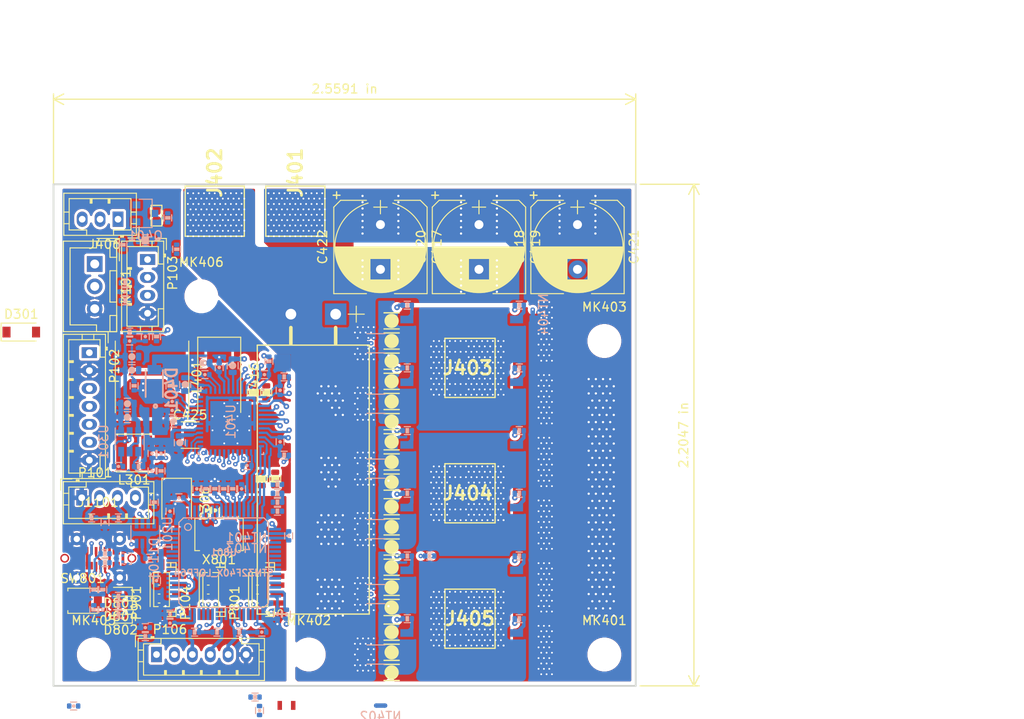
<source format=kicad_pcb>
(kicad_pcb (version 20171130) (host pcbnew "(5.1.4)-1")
  (layers (0 F.Cu signal) (1 In1.Cu power) (2 In2.Cu signal) (31 B.Cu power) (34 B.Paste user) (35 F.Paste user) (36 B.SilkS user) (37 F.SilkS user) (38 B.Mask user hide) (39 F.Mask user hide) (44 Edge.Cuts user))
  (net 0 "")
  (net 1 GND)
  (net 2 +3V3)
  (net 3 NRST)
  (net 4 SWDIO)
  (net 5 SWCLK)
  (net 6 "Net-(K101-Pad1)")
  (net 7 GNDD)
  (net 8 +BATT)
  (net 9 /drv_power_stage/buck_rcl)
  (net 10 "Net-(Q701-Pad2)")
  (net 11 "Net-(Q702-Pad2)")
  (net 12 "Net-(Q703-Pad2)")
  (net 13 "Net-(Q704-Pad2)")
  (net 14 GNDA)
  (net 15 /drv_power_stage/ENABLE)
  (net 16 /drv_power_stage/A_VSENSE)
  (net 17 /drv_power_stage/B_VSENSE)
  (net 18 /drv_power_stage/C_VSENSE)
  (net 19 "Net-(C201-Pad1)")
  (net 20 "Net-(C407-Pad2)")
  (net 21 /drv_power_stage/GDRV_VSENSE)
  (net 22 "Net-(K101-Pad2)")
  (net 23 /drv_power_stage/PHASE_B)
  (net 24 /drv_power_stage/PHASE_C)
  (net 25 /drv_power_stage/PHASE_A)
  (net 26 "Net-(Q601-Pad2)")
  (net 27 "Net-(Q602-Pad2)")
  (net 28 "Net-(Q603-Pad2)")
  (net 29 "Net-(Q604-Pad2)")
  (net 30 /drv_power_stage/A_ISENSE)
  (net 31 /drv_power_stage/B_ISENSE)
  (net 32 /drv_power_stage/C_ISENSE)
  (net 33 /Microcontroller/SERVO)
  (net 34 /Microcontroller/ADC_VBUS)
  (net 35 /Microcontroller/ADC_TEMP)
  (net 36 /Microcontroller/TEMP_MOTOR)
  (net 37 /drv_power_stage/power_phase_B/PR_SENSE)
  (net 38 /drv_power_stage/power_phase_B/NR_SENSE)
  (net 39 /drv_power_stage/power_phase_C/PR_SENSE)
  (net 40 /drv_power_stage/power_phase_C/NR_SENSE)
  (net 41 /drv_power_stage/power_phase_A/PR_SENSE)
  (net 42 /drv_power_stage/power_phase_A/NR_SENSE)
  (net 43 /Microcontroller/VCAP2)
  (net 44 /Microcontroller/VCAP1)
  (net 45 /CAN_tranciever/CANH)
  (net 46 /CAN_tranciever/CANL)
  (net 47 /Microcontroller/BRAKE_SW)
  (net 48 /Microcontroller/ADC_BRAKE)
  (net 49 /Microcontroller/ADC_THROTTLE)
  (net 50 /Microcontroller/USART1_RX)
  (net 51 /Microcontroller/USART1_TX)
  (net 52 /Microcontroller/SCL_2)
  (net 53 /Microcontroller/SDA_2)
  (net 54 /Microcontroller/HALL_3)
  (net 55 /Microcontroller/HALL_2)
  (net 56 /Microcontroller/HALL_1)
  (net 57 /Microcontroller/FAULT)
  (net 58 /drv_power_stage/power_phase_B/H_GATE)
  (net 59 /drv_power_stage/power_phase_B/L_GATE)
  (net 60 /drv_power_stage/power_phase_C/H_GATE)
  (net 61 /drv_power_stage/power_phase_C/L_GATE)
  (net 62 /drv_power_stage/power_phase_A/H_GATE)
  (net 63 /drv_power_stage/power_phase_A/L_GATE)
  (net 64 /Microcontroller/LED_GREEN)
  (net 65 /Microcontroller/LED_RED)
  (net 66 /Microcontroller/L3)
  (net 67 /Microcontroller/H3)
  (net 68 /Microcontroller/L2)
  (net 69 /Microcontroller/H2)
  (net 70 /Microcontroller/L1)
  (net 71 /Microcontroller/H1)
  (net 72 "Net-(C303-Pad2)")
  (net 73 "Net-(C303-Pad1)")
  (net 74 "Net-(C307-Pad2)")
  (net 75 "Net-(C407-Pad1)")
  (net 76 "Net-(Q501-Pad2)")
  (net 77 "Net-(Q502-Pad2)")
  (net 78 "Net-(Q503-Pad2)")
  (net 79 "Net-(Q504-Pad2)")
  (net 80 /drv_power_stage/vgls)
  (net 81 /drv_power_stage/dvdd)
  (net 82 /drv_power_stage/vdrain)
  (net 83 /drv_power_stage/vcp)
  (net 84 +15V)
  (net 85 /Microcontroller/BOOT_0)
  (net 86 /drv_power_stage/BK_VCC)
  (net 87 /drv_power_stage/BK_BST_C)
  (net 88 /drv_power_stage/BK_SW)
  (net 89 /drv_power_stage/pwr_ctl)
  (net 90 /drv_power_stage/BK_RT_SD)
  (net 91 /drv_power_stage/pwr_ctl_g)
  (net 92 "/USB-C connector/D-")
  (net 93 "/USB-C connector/D+")
  (net 94 "Net-(J1101-PadA4)")
  (net 95 "Net-(J1101-PadA6)")
  (net 96 "Net-(J1101-PadB5)")
  (net 97 "Net-(J1101-PadA7)")
  (net 98 "Net-(J1101-PadA5)")
  (net 99 /drv_power_stage/sw_led)
  (net 100 /drv_power_stage/batt_pwr_ctl)
  (net 101 /drv_power_stage/power_phase_C/NR_SENSE_R)
  (net 102 /drv_power_stage/power_phase_B/NR_SENSE_R)
  (net 103 /drv_power_stage/power_phase_A/NR_SENSE_R)
  (net 104 /DRV_MISO)
  (net 105 /DRV_MOSI)
  (net 106 /DRV_CLK)
  (net 107 /DRV_CS)
  (net 108 /NRF/Bluetooth/BLE_RX)
  (net 109 /NRF/Bluetooth/BLE_TX)
  (net 110 "Net-(R203-Pad1)")
  (net 111 /CAN_tranciever/CAN_TX)
  (net 112 /CAN_tranciever/CAN_RX)
  (net 113 "Net-(P102-Pad4)")
  (net 114 "Net-(P102-Pad3)")
  (net 115 "Net-(C412-Pad2)")
  (net 116 +3.3VA)
  (net 117 /Microcontroller/LED_BL_R)
  (net 118 /Microcontroller/LED_GN_R)
  (net 119 /Microcontroller/LED_RD_R)
  (net 120 /Microcontroller/AUX2_PWM)
  (net 121 /Microcontroller/AUX1_PWM)
  (net 122 /Microcontroller/REVERSE_SW)
  (net 123 /Microcontroller/XOSC_0)
  (net 124 /Microcontroller/XOSC_1)
  (module Capacitors_SMD:C_1210 (layer F.Cu) (at 119.75 131.5)
    (fp_text reference C425 (at 0 -2.25) (layer F.SilkS))
    (fp_text value "4.7uF ")
    (pad 1 smd rect (at -1.5 0) (size 1 2.5) (layers F.Cu F.Paste F.Mask) (net 8 +BATT))
    (pad 2 smd rect (at 1.5 0) (size 1 2.5) (layers F.Cu F.Paste F.Mask) (net 7 GNDD))
  )
  (module Capacitors_Tantalum_SMD:CP_Tantalum_Case-V_EIA-7343-20_Reflow (layer F.Cu) (at 123 125.325 270)
    (fp_text reference C416 (at 0 -3.9 90) (layer F.SilkS))
    (fp_text value "47uf, 25v")
    (pad 1 smd rect (at -3.175 0 270) (size 2.55 2.7) (layers F.Cu F.Paste F.Mask) (net 84 +15V))
    (pad 2 smd rect (at 3.175 0 270) (size 2.55 2.7) (layers F.Cu F.Paste F.Mask) (net 7 GNDD))
  )
  (module Inductors_SMD:L_Taiyo-Yuden_NR-40xx (layer F.Cu) (at 113.5 133.5 180)
    (fp_text reference L301 (at 0 -3) (layer F.SilkS))
    (fp_text value 4.7uH)
    (pad 1 smd rect (at -1.4 0 180) (size 1.2 3.9) (layers F.Cu F.Paste F.Mask) (net 2 +3V3))
    (pad 2 smd rect (at 1.4 0 180) (size 1.2 3.9) (layers F.Cu F.Paste F.Mask) (net 73 "Net-(C303-Pad1)"))
  )
  (module moxie-drive-custom:POWERDI123_1 (layer B.Cu) (at 115.75 125.75 270)
    (fp_text reference D401 (at 0.6 -1.93 90) (layer B.SilkS) (effects (font (size 1.27 1.27) (thickness 0.254)) (justify mirror)))
    (fp_text value DFLS1100-7 hide)
    (pad 2 smd rect (at -1.55 0 270) (size 1.05 1.5) (layers B.Cu B.Paste B.Mask) (net 7 GNDD))
    (pad 1 smd rect (at 0.825 0 180) (size 1.5 2.4) (layers B.Cu B.Paste B.Mask) (net 88 /drv_power_stage/BK_SW))
  )
  (module moxie-drive-custom:L_wurth-8065 (layer F.Cu) (at 115.5 125 270)
    (fp_text reference L401 (at 0 -5 90) (layer F.SilkS))
    (fp_text value 470uH)
    (pad 1 smd rect (at -3.1 0 270) (size 2.4 7.5) (layers F.Cu F.Paste F.Mask) (net 84 +15V))
    (pad 2 smd rect (at 3.1 0 270) (size 2.4 7.5) (layers F.Cu F.Paste F.Mask) (net 88 /drv_power_stage/BK_SW))
  )
  (module pkl_dipol:C_0603 (layer B.Cu) (at 112.75 128 180)
    (fp_text reference C308)
    (fp_text value 10uf)
    (pad 2 smd roundrect (at 0.75 0 180) (size 0.6 0.9) (layers B.Cu B.Paste B.Mask) (net 1 GND))
    (pad 1 smd roundrect (at -0.75 0 180) (size 0.6 0.9) (layers B.Cu B.Paste B.Mask) (net 84 +15V))
  )
  (module Connectors_JST:JST_SH_BM04B-SRSS-TB_04x1.00mm_Straight (layer F.Cu) (at 128.2375 148.75 90)
    (fp_text reference P801 (at -1.5 -3.5 90) (layer F.SilkS))
    (fp_text value SWD_DEBUG)
    (pad 1 smd rect (at -1.5 1.2625 90) (size 0.6 1.55) (layers F.Cu F.Paste F.Mask) (net 1 GND))
    (pad 2 smd rect (at -0.5 1.2625 90) (size 0.6 1.55) (layers F.Cu F.Paste F.Mask) (net 3 NRST))
    (pad 3 smd rect (at 0.5 1.2625 90) (size 0.6 1.55) (layers F.Cu F.Paste F.Mask) (net 4 SWDIO))
    (pad 4 smd rect (at 1.5 1.2625 90) (size 0.6 1.55) (layers F.Cu F.Paste F.Mask) (net 5 SWCLK))
    (pad "" smd rect (at -2.8 -1.2625 90) (size 1.2 1.8) (layers F.Cu F.Paste F.Mask))
    (pad "" smd rect (at 2.8 -1.2625 90) (size 1.2 1.8) (layers F.Cu F.Paste F.Mask))
  )
  (module pkl_connectors:SMD_Pad_Array-1_Pitch1mm (layer F.Cu) (at 131.26 161.68)
    (fp_text reference J102)
    (fp_text value Conn_01x01)
    (pad 1 smd rect (at 0 0) (size 0.5 1) (layers F.Cu F.Mask) (net 120 /Microcontroller/AUX2_PWM))
  )
  (module pkl_connectors:SMD_Pad_Array-1_Pitch1mm (layer F.Cu) (at 129.76 161.68)
    (fp_text reference J101)
    (fp_text value Conn_01x01)
    (pad 1 smd rect (at 0 0) (size 0.5 1) (layers F.Cu F.Mask) (net 121 /Microcontroller/AUX1_PWM))
  )
  (module pkl_connectors:USB_C_receptacle_vertical (layer F.Cu) (at 109.5 145.25)
    (fp_text reference J1101 (at 0 -6.25) (layer F.SilkS))
    (fp_text value USB_C_Receptacle)
    (pad "" np_thru_hole circle (at 3.75 0 180) (size 1 1) (drill 0.66) (layers F.Cu))
    (pad "" np_thru_hole circle (at -3.75 0) (size 1 1) (drill 0.66) (layers F.Cu))
    (pad S1 thru_hole circle (at -2.4 2.15) (size 1.4 1.4) (drill 0.7) (layers *.Cu *.Mask) (net 1 GND))
    (pad S1 thru_hole circle (at 2.4 -2.15) (size 1.4 1.4) (drill 0.7) (layers *.Cu *.Mask) (net 1 GND))
    (pad S1 thru_hole circle (at 2.4 2.15 180) (size 1.4 1.4) (drill 0.7) (layers *.Cu *.Mask) (net 1 GND))
    (pad B2 smd rect (at 2.25 0.83 180) (size 0.3 0.85) (layers F.Cu F.Paste F.Mask))
    (pad B3 smd rect (at 1.75 0.83 180) (size 0.3 0.85) (layers F.Cu F.Paste F.Mask))
    (pad B4 smd rect (at 1.25 0.83 180) (size 0.3 0.85) (layers F.Cu F.Paste F.Mask) (net 94 "Net-(J1101-PadA4)"))
    (pad B6 smd rect (at 0.25 0.83 180) (size 0.3 0.85) (layers F.Cu F.Paste F.Mask) (net 95 "Net-(J1101-PadA6)"))
    (pad B5 smd rect (at 0.75 0.83 180) (size 0.3 0.85) (layers F.Cu F.Paste F.Mask) (net 96 "Net-(J1101-PadB5)"))
    (pad B12 smd rect (at -2.75 0.83 180) (size 0.3 0.85) (layers F.Cu F.Paste F.Mask) (net 1 GND))
    (pad B11 smd rect (at -2.25 0.83 180) (size 0.3 0.85) (layers F.Cu F.Paste F.Mask))
    (pad B8 smd rect (at -0.75 0.83 180) (size 0.3 0.85) (layers F.Cu F.Paste F.Mask))
    (pad B10 smd rect (at -1.75 0.83 180) (size 0.3 0.85) (layers F.Cu F.Paste F.Mask))
    (pad B9 smd rect (at -1.25 0.83 180) (size 0.3 0.85) (layers F.Cu F.Paste F.Mask) (net 94 "Net-(J1101-PadA4)"))
    (pad B7 smd rect (at -0.25 0.83 180) (size 0.3 0.85) (layers F.Cu F.Paste F.Mask) (net 97 "Net-(J1101-PadA7)"))
    (pad B1 smd rect (at 2.75 0.83 180) (size 0.3 0.85) (layers F.Cu F.Paste F.Mask) (net 1 GND))
    (pad A8 smd rect (at 0.75 -0.83) (size 0.3 0.85) (layers F.Cu F.Paste F.Mask))
    (pad A9 smd rect (at 1.25 -0.83) (size 0.3 0.85) (layers F.Cu F.Paste F.Mask) (net 94 "Net-(J1101-PadA4)"))
    (pad A10 smd rect (at 1.75 -0.83) (size 0.3 0.85) (layers F.Cu F.Paste F.Mask))
    (pad A12 smd rect (at 2.75 -0.83) (size 0.3 0.85) (layers F.Cu F.Paste F.Mask) (net 1 GND))
    (pad A11 smd rect (at 2.25 -0.83) (size 0.3 0.85) (layers F.Cu F.Paste F.Mask))
    (pad A7 smd rect (at 0.25 -0.83) (size 0.3 0.85) (layers F.Cu F.Paste F.Mask) (net 97 "Net-(J1101-PadA7)"))
    (pad A6 smd rect (at -0.25 -0.83) (size 0.3 0.85) (layers F.Cu F.Paste F.Mask) (net 95 "Net-(J1101-PadA6)"))
    (pad A5 smd rect (at -0.75 -0.83) (size 0.3 0.85) (layers F.Cu F.Paste F.Mask) (net 98 "Net-(J1101-PadA5)"))
    (pad A4 smd rect (at -1.25 -0.83) (size 0.3 0.85) (layers F.Cu F.Paste F.Mask) (net 94 "Net-(J1101-PadA4)"))
    (pad A3 smd rect (at -1.75 -0.83) (size 0.3 0.85) (layers F.Cu F.Paste F.Mask))
    (pad A2 smd rect (at -2.25 -0.83) (size 0.3 0.85) (layers F.Cu F.Paste F.Mask))
    (pad A1 smd rect (at -2.75 -0.83) (size 0.3 0.85) (layers F.Cu F.Paste F.Mask) (net 1 GND))
    (pad S1 thru_hole circle (at -2.4 -2.15) (size 1.4 1.4) (drill 0.7) (layers *.Cu *.Mask) (net 1 GND))
  )
  (module pkl_dipol:R_0402 (layer B.Cu) (at 113.5 126 270)
    (fp_text reference R407)
    (fp_text value 57.6kΩ)
    (pad 2 smd roundrect (at 0.5 0 270) (size 0.5 0.6) (layers B.Cu B.Paste B.Mask) (net 88 /drv_power_stage/BK_SW))
    (pad 1 smd roundrect (at -0.5 0 270) (size 0.5 0.6) (layers B.Cu B.Paste B.Mask) (net 115 "Net-(C412-Pad2)"))
  )
  (module pkl_dipol:C_0402 (layer B.Cu) (at 113 121 180)
    (fp_text reference C415)
    (fp_text value 3nf)
    (pad 2 smd roundrect (at 0.5 0 180) (size 0.5 0.6) (layers B.Cu B.Paste B.Mask) (net 84 +15V))
    (pad 1 smd roundrect (at -0.5 0 180) (size 0.5 0.6) (layers B.Cu B.Paste B.Mask) (net 115 "Net-(C412-Pad2)"))
  )
  (module pkl_dipol:R_0402 (layer B.Cu) (at 129.5 140 180)
    (fp_text reference R106)
    (fp_text value 100Ω)
    (pad 2 smd roundrect (at 0.5 0 180) (size 0.5 0.6) (layers B.Cu B.Paste B.Mask) (net 113 "Net-(P102-Pad4)"))
    (pad 1 smd roundrect (at -0.5 0 180) (size 0.5 0.6) (layers B.Cu B.Paste B.Mask) (net 48 /Microcontroller/ADC_BRAKE))
  )
  (module pkl_dipol:R_0402 (layer B.Cu) (at 129.5 137 180)
    (fp_text reference R105)
    (fp_text value 100Ω)
    (pad 2 smd roundrect (at 0.5 0 180) (size 0.5 0.6) (layers B.Cu B.Paste B.Mask) (net 114 "Net-(P102-Pad3)"))
    (pad 1 smd roundrect (at -0.5 0 180) (size 0.5 0.6) (layers B.Cu B.Paste B.Mask) (net 49 /Microcontroller/ADC_THROTTLE))
  )
  (module Mounting_Holes:MountingHole_3.2mm_M3_DIN965 (layer F.Cu) (at 126.75 86)
    (fp_text reference MK404 (at 0 -3.8) (layer F.SilkS))
    (fp_text value Mounting_Hole)
    (pad 1 np_thru_hole circle (at 0 0) (size 3.2 3.2) (drill 3.2) (layers *.Cu *.Mask))
  )
  (module TO_SOT_Packages_SMD:SOT-23-8 (layer B.Cu) (at 114.75 142.5 90)
    (fp_text reference U201 (at 0 2.5 90) (layer B.SilkS) (effects (justify mirror)))
    (fp_text value MAX3051)
    (pad 1 smd rect (at -1.1 0.98 90) (size 1.06 0.4) (layers B.Cu B.Paste B.Mask) (net 111 /CAN_tranciever/CAN_TX))
    (pad 2 smd rect (at -1.1 0.33 90) (size 1.06 0.4) (layers B.Cu B.Paste B.Mask) (net 1 GND))
    (pad 3 smd rect (at -1.1 -0.33 90) (size 1.06 0.4) (layers B.Cu B.Paste B.Mask) (net 2 +3V3))
    (pad 4 smd rect (at -1.1 -0.98 90) (size 1.06 0.4) (layers B.Cu B.Paste B.Mask) (net 112 /CAN_tranciever/CAN_RX))
    (pad 5 smd rect (at 1.1 -0.98 90) (size 1.06 0.4) (layers B.Cu B.Paste B.Mask))
    (pad 6 smd rect (at 1.1 -0.33 90) (size 1.06 0.4) (layers B.Cu B.Paste B.Mask) (net 46 /CAN_tranciever/CANL))
    (pad 7 smd rect (at 1.1 0.33 90) (size 1.06 0.4) (layers B.Cu B.Paste B.Mask) (net 45 /CAN_tranciever/CANH))
    (pad 8 smd rect (at 1.1 0.98 90) (size 1.06 0.4) (layers B.Cu B.Paste B.Mask) (net 110 "Net-(R203-Pad1)"))
  )
  (module pkl_dipol:R_0402 (layer B.Cu) (at 115.75 139 90)
    (fp_text reference R203)
    (fp_text value 0R)
    (pad 2 smd roundrect (at 0.5 0 90) (size 0.5 0.6) (layers B.Cu B.Paste B.Mask) (net 1 GND))
    (pad 1 smd roundrect (at -0.5 0 90) (size 0.5 0.6) (layers B.Cu B.Paste B.Mask) (net 110 "Net-(R203-Pad1)"))
  )
  (module Connectors_JST:JST_SH_BM04B-SRSS-TB_04x1.00mm_Straight (layer F.Cu) (at 117.25 148.75 90)
    (fp_text reference P901 (at -1.5 -3.5 90) (layer F.SilkS))
    (fp_text value I2C)
    (pad 1 smd rect (at -1.5 1.2625 90) (size 0.6 1.55) (layers F.Cu F.Paste F.Mask) (net 1 GND))
    (pad 2 smd rect (at -0.5 1.2625 90) (size 0.6 1.55) (layers F.Cu F.Paste F.Mask) (net 2 +3V3))
    (pad 3 smd rect (at 0.5 1.2625 90) (size 0.6 1.55) (layers F.Cu F.Paste F.Mask) (net 109 /NRF/Bluetooth/BLE_TX))
    (pad 4 smd rect (at 1.5 1.2625 90) (size 0.6 1.55) (layers F.Cu F.Paste F.Mask) (net 108 /NRF/Bluetooth/BLE_RX))
    (pad "" smd rect (at -2.8 -1.2625 90) (size 1.2 1.8) (layers F.Cu F.Paste F.Mask))
    (pad "" smd rect (at 2.8 -1.2625 90) (size 1.2 1.8) (layers F.Cu F.Paste F.Mask))
  )
  (module pkl_dipol:R_0603 (layer B.Cu) (at 114.75 109.75)
    (fp_text reference R419)
    (fp_text value 500k)
    (pad 2 smd roundrect (at 0.75 0) (size 0.6 0.9) (layers B.Cu B.Paste B.Mask) (net 89 /drv_power_stage/pwr_ctl))
    (pad 1 smd roundrect (at -0.75 0) (size 0.6 0.9) (layers B.Cu B.Paste B.Mask) (net 91 /drv_power_stage/pwr_ctl_g))
  )
  (module TO_SOT_Packages_SMD:SOT-23 (layer B.Cu) (at 114.75 106.75)
    (fp_text reference Q401 (at 0 2.5) (layer B.SilkS) (effects (justify mirror)))
    (fp_text value Q_PNP_BCE)
    (pad 1 smd rect (at -1 0.95) (size 0.9 0.8) (layers B.Cu B.Paste B.Mask) (net 91 /drv_power_stage/pwr_ctl_g))
    (pad 2 smd rect (at -1 -0.95) (size 0.9 0.8) (layers B.Cu B.Paste B.Mask) (net 100 /drv_power_stage/batt_pwr_ctl))
    (pad 3 smd rect (at 1 0) (size 0.9 0.8) (layers B.Cu B.Paste B.Mask) (net 8 +BATT))
  )
  (module pkl_dipol:R_0402 (layer B.Cu) (at 124.5 137.5 90)
    (fp_text reference R415)
    (fp_text value 2.2kΩ)
    (pad 2 smd roundrect (at 0.5 0 90) (size 0.5 0.6) (layers B.Cu B.Paste B.Mask) (net 1 GND))
    (pad 1 smd roundrect (at -0.5 0 90) (size 0.5 0.6) (layers B.Cu B.Paste B.Mask) (net 34 /Microcontroller/ADC_VBUS))
  )
  (module pkl_dipol:R_0402 (layer B.Cu) (at 123.5 137.5 90)
    (fp_text reference R413)
    (fp_text value 2.2kΩ)
    (pad 2 smd roundrect (at 0.5 0 90) (size 0.5 0.6) (layers B.Cu B.Paste B.Mask) (net 1 GND))
    (pad 1 smd roundrect (at -0.5 0 90) (size 0.5 0.6) (layers B.Cu B.Paste B.Mask) (net 18 /drv_power_stage/C_VSENSE))
  )
  (module pkl_dipol:R_0402 (layer B.Cu) (at 122.5 137.5 90)
    (fp_text reference R411)
    (fp_text value 2.2kΩ)
    (pad 2 smd roundrect (at 0.5 0 90) (size 0.5 0.6) (layers B.Cu B.Paste B.Mask) (net 1 GND))
    (pad 1 smd roundrect (at -0.5 0 90) (size 0.5 0.6) (layers B.Cu B.Paste B.Mask) (net 17 /drv_power_stage/B_VSENSE))
  )
  (module pkl_dipol:R_0402 (layer B.Cu) (at 121.5 137.5 90)
    (fp_text reference R409)
    (fp_text value 2.2kΩ)
    (pad 2 smd roundrect (at 0.5 0 90) (size 0.5 0.6) (layers B.Cu B.Paste B.Mask) (net 1 GND))
    (pad 1 smd roundrect (at -0.5 0 90) (size 0.5 0.6) (layers B.Cu B.Paste B.Mask) (net 16 /drv_power_stage/A_VSENSE))
  )
  (module Connectors_JST:JST_SH_BM04B-SRSS-TB_04x1.00mm_Straight (layer F.Cu) (at 122.7375 148.75 90)
    (fp_text reference P104 (at -1.5 -3.5 90) (layer F.SilkS))
    (fp_text value I2C)
    (pad 1 smd rect (at -1.5 1.2625 90) (size 0.6 1.55) (layers F.Cu F.Paste F.Mask) (net 1 GND))
    (pad 2 smd rect (at -0.5 1.2625 90) (size 0.6 1.55) (layers F.Cu F.Paste F.Mask) (net 2 +3V3))
    (pad 3 smd rect (at 0.5 1.2625 90) (size 0.6 1.55) (layers F.Cu F.Paste F.Mask) (net 53 /Microcontroller/SDA_2))
    (pad 4 smd rect (at 1.5 1.2625 90) (size 0.6 1.55) (layers F.Cu F.Paste F.Mask) (net 52 /Microcontroller/SCL_2))
    (pad "" smd rect (at -2.8 -1.2625 90) (size 1.2 1.8) (layers F.Cu F.Paste F.Mask))
    (pad "" smd rect (at 2.8 -1.2625 90) (size 1.2 1.8) (layers F.Cu F.Paste F.Mask))
  )
  (module Locals:DRV8353RHRGZR (layer B.Cu) (at 124.3 130 270)
    (fp_text reference U401 (at 0 0 270) (layer B.SilkS) (effects (justify mirror)))
    (fp_text value DRV8353RSRGZT)
    (fp_text user * (at 0 0 270) (layer B.SilkS) (effects (justify mirror)))
    (pad 1 smd rect (at -3.400001 2.75 180) (size 0.24 0.599999) (layers B.Cu B.Paste B.Mask) (net 7 GNDD))
    (pad 2 smd rect (at -3.400001 2.250001 180) (size 0.24 0.599999) (layers B.Cu B.Paste B.Mask) (net 80 /drv_power_stage/vgls))
    (pad 3 smd rect (at -3.400001 1.749999 180) (size 0.24 0.599999) (layers B.Cu B.Paste B.Mask) (net 20 "Net-(C407-Pad2)"))
    (pad 4 smd rect (at -3.400001 1.25 180) (size 0.24 0.599999) (layers B.Cu B.Paste B.Mask) (net 75 "Net-(C407-Pad1)"))
    (pad 5 smd rect (at -3.400001 0.749998 180) (size 0.24 0.599999) (layers B.Cu B.Paste B.Mask) (net 84 +15V))
    (pad 6 smd rect (at -3.400001 0.25 180) (size 0.24 0.599999) (layers B.Cu B.Paste B.Mask) (net 82 /drv_power_stage/vdrain))
    (pad 7 smd rect (at -3.400001 -0.25 180) (size 0.24 0.599999) (layers B.Cu B.Paste B.Mask) (net 83 /drv_power_stage/vcp))
    (pad 8 smd rect (at -3.400001 -0.750001 180) (size 0.24 0.599999) (layers B.Cu B.Paste B.Mask) (net 62 /drv_power_stage/power_phase_A/H_GATE))
    (pad 9 smd rect (at -3.400001 -1.25 180) (size 0.24 0.599999) (layers B.Cu B.Paste B.Mask) (net 25 /drv_power_stage/PHASE_A))
    (pad 10 smd rect (at -3.400001 -1.750002 180) (size 0.24 0.599999) (layers B.Cu B.Paste B.Mask) (net 63 /drv_power_stage/power_phase_A/L_GATE))
    (pad 11 smd rect (at -3.400001 -2.250001 180) (size 0.24 0.599999) (layers B.Cu B.Paste B.Mask) (net 41 /drv_power_stage/power_phase_A/PR_SENSE))
    (pad 12 smd rect (at -3.400001 -2.75 180) (size 0.24 0.599999) (layers B.Cu B.Paste B.Mask) (net 42 /drv_power_stage/power_phase_A/NR_SENSE))
    (pad 13 smd rect (at -2.75 -3.400001 270) (size 0.24 0.599999) (layers B.Cu B.Paste B.Mask) (net 38 /drv_power_stage/power_phase_B/NR_SENSE))
    (pad 14 smd rect (at -2.250001 -3.400001 270) (size 0.24 0.599999) (layers B.Cu B.Paste B.Mask) (net 37 /drv_power_stage/power_phase_B/PR_SENSE))
    (pad 15 smd rect (at -1.749999 -3.400001 270) (size 0.24 0.599999) (layers B.Cu B.Paste B.Mask) (net 59 /drv_power_stage/power_phase_B/L_GATE))
    (pad 16 smd rect (at -1.25 -3.400001 270) (size 0.24 0.599999) (layers B.Cu B.Paste B.Mask) (net 23 /drv_power_stage/PHASE_B))
    (pad 17 smd rect (at -0.749998 -3.400001 270) (size 0.24 0.599999) (layers B.Cu B.Paste B.Mask) (net 58 /drv_power_stage/power_phase_B/H_GATE))
    (pad 18 smd rect (at -0.25 -3.400001 270) (size 0.24 0.599999) (layers B.Cu B.Paste B.Mask) (net 60 /drv_power_stage/power_phase_C/H_GATE))
    (pad 19 smd rect (at 0.25 -3.400001 270) (size 0.24 0.599999) (layers B.Cu B.Paste B.Mask) (net 24 /drv_power_stage/PHASE_C))
    (pad 20 smd rect (at 0.750001 -3.400001 270) (size 0.24 0.599999) (layers B.Cu B.Paste B.Mask) (net 61 /drv_power_stage/power_phase_C/L_GATE))
    (pad 21 smd rect (at 1.25 -3.400001 270) (size 0.24 0.599999) (layers B.Cu B.Paste B.Mask) (net 39 /drv_power_stage/power_phase_C/PR_SENSE))
    (pad 22 smd rect (at 1.750002 -3.400001 270) (size 0.24 0.599999) (layers B.Cu B.Paste B.Mask) (net 40 /drv_power_stage/power_phase_C/NR_SENSE))
    (pad 23 smd rect (at 2.250001 -3.400001 270) (size 0.24 0.599999) (layers B.Cu B.Paste B.Mask) (net 32 /drv_power_stage/C_ISENSE))
    (pad 24 smd rect (at 2.75 -3.400001 270) (size 0.24 0.599999) (layers B.Cu B.Paste B.Mask) (net 31 /drv_power_stage/B_ISENSE))
    (pad 25 smd rect (at 3.400001 -2.75 180) (size 0.24 0.599999) (layers B.Cu B.Paste B.Mask) (net 30 /drv_power_stage/A_ISENSE))
    (pad 26 smd rect (at 3.400001 -2.250001 180) (size 0.24 0.599999) (layers B.Cu B.Paste B.Mask) (net 116 +3.3VA))
    (pad 27 smd rect (at 3.400001 -1.750002 180) (size 0.24 0.599999) (layers B.Cu B.Paste B.Mask) (net 14 GNDA))
    (pad 28 smd rect (at 3.400001 -1.25 180) (size 0.24 0.599999) (layers B.Cu B.Paste B.Mask) (net 57 /Microcontroller/FAULT))
    (pad 29 smd rect (at 3.400001 -0.750001 180) (size 0.24 0.599999) (layers B.Cu B.Paste B.Mask) (net 104 /DRV_MISO))
    (pad 30 smd rect (at 3.400001 -0.25 180) (size 0.24 0.599999) (layers B.Cu B.Paste B.Mask) (net 105 /DRV_MOSI))
    (pad 31 smd rect (at 3.400001 0.25 180) (size 0.24 0.599999) (layers B.Cu B.Paste B.Mask) (net 106 /DRV_CLK))
    (pad 32 smd rect (at 3.400001 0.749998 180) (size 0.24 0.599999) (layers B.Cu B.Paste B.Mask) (net 107 /DRV_CS))
    (pad 33 smd rect (at 3.400001 1.25 180) (size 0.24 0.599999) (layers B.Cu B.Paste B.Mask) (net 15 /drv_power_stage/ENABLE))
    (pad 34 smd rect (at 3.400001 1.749999 180) (size 0.24 0.599999) (layers B.Cu B.Paste B.Mask) (net 71 /Microcontroller/H1))
    (pad 35 smd rect (at 3.400001 2.250001 180) (size 0.24 0.599999) (layers B.Cu B.Paste B.Mask) (net 70 /Microcontroller/L1))
    (pad 36 smd rect (at 3.400001 2.75 180) (size 0.24 0.599999) (layers B.Cu B.Paste B.Mask) (net 69 /Microcontroller/H2))
    (pad 37 smd rect (at 2.75 3.400001 270) (size 0.24 0.599999) (layers B.Cu B.Paste B.Mask) (net 68 /Microcontroller/L2))
    (pad 38 smd rect (at 2.250001 3.400001 270) (size 0.24 0.599999) (layers B.Cu B.Paste B.Mask) (net 67 /Microcontroller/H3))
    (pad 39 smd rect (at 1.750002 3.400001 270) (size 0.24 0.599999) (layers B.Cu B.Paste B.Mask) (net 66 /Microcontroller/L3))
    (pad 40 smd rect (at 1.25 3.400001 270) (size 0.24 0.599999) (layers B.Cu B.Paste B.Mask) (net 81 /drv_power_stage/dvdd))
    (pad 41 smd rect (at 0.750001 3.400001 270) (size 0.24 0.599999) (layers B.Cu B.Paste B.Mask) (net 1 GND))
    (pad 42 smd rect (at 0.25 3.400001 270) (size 0.24 0.599999) (layers B.Cu B.Paste B.Mask) (net 88 /drv_power_stage/BK_SW))
    (pad 43 smd rect (at -0.25 3.400001 270) (size 0.24 0.599999) (layers B.Cu B.Paste B.Mask) (net 8 +BATT))
    (pad 44 smd rect (at -0.749998 3.400001 270) (size 0.24 0.599999) (layers B.Cu B.Paste B.Mask) (net 86 /drv_power_stage/BK_VCC))
    (pad 45 smd rect (at -1.25 3.400001 270) (size 0.24 0.599999) (layers B.Cu B.Paste B.Mask) (net 87 /drv_power_stage/BK_BST_C))
    (pad 46 smd rect (at -1.749999 3.400001 270) (size 0.24 0.599999) (layers B.Cu B.Paste B.Mask) (net 9 /drv_power_stage/buck_rcl))
    (pad 47 smd rect (at -2.250001 3.400001 270) (size 0.24 0.599999) (layers B.Cu B.Paste B.Mask) (net 90 /drv_power_stage/BK_RT_SD))
    (pad 48 smd rect (at -2.75 3.400001 270) (size 0.24 0.599999) (layers B.Cu B.Paste B.Mask) (net 21 /drv_power_stage/GDRV_VSENSE))
    (pad 49 smd rect (at 0.188001 0 270) (size 4.974999 4.600001) (layers B.Cu B.Mask) (net 7 GNDD))
    (pad 49 thru_hole circle (at -2.050001 0.740001 270) (size 0.499999 0.499999) (drill 0.2032) (layers *.Cu *.Mask) (net 7 GNDD))
    (pad 49 thru_hole circle (at -2.050001 -0.740001 270) (size 0.499999 0.499999) (drill 0.2032) (layers *.Cu *.Mask) (net 7 GNDD))
    (pad 49 thru_hole circle (at -0.596999 -2.050001 270) (size 0.499999 0.499999) (drill 0.2032) (layers *.Cu *.Mask) (net 7 GNDD))
    (pad 49 thru_hole circle (at -0.596999 -0.740001 270) (size 0.499999 0.499999) (drill 0.2032) (layers *.Cu *.Mask) (net 7 GNDD))
    (pad 49 thru_hole circle (at -0.596999 0.740001 270) (size 0.499999 0.499999) (drill 0.2032) (layers *.Cu *.Mask) (net 7 GNDD))
    (pad 49 thru_hole circle (at 2.426 -0.740001 270) (size 0.499999 0.499999) (drill 0.2032) (layers *.Cu *.Mask) (net 7 GNDD))
    (pad 49 thru_hole circle (at 2.426 0.740001 270) (size 0.499999 0.499999) (drill 0.2032) (layers *.Cu *.Mask) (net 7 GNDD))
    (pad 49 thru_hole circle (at 0.973 -2.050001 270) (size 0.499999 0.499999) (drill 0.2032) (layers *.Cu *.Mask) (net 7 GNDD))
    (pad 49 thru_hole circle (at 0.973 -0.740001 270) (size 0.499999 0.499999) (drill 0.2032) (layers *.Cu *.Mask) (net 7 GNDD))
    (pad 49 thru_hole circle (at 0.973 0.740001 270) (size 0.499999 0.499999) (drill 0.2032) (layers *.Cu *.Mask) (net 7 GNDD))
    (pad 49 thru_hole circle (at -0.596999 2.050001 270) (size 0.499999 0.499999) (drill 0.2032) (layers *.Cu *.Mask) (net 7 GNDD))
    (pad 49 thru_hole circle (at 0.973 2.050001 270) (size 0.499999 0.499999) (drill 0.2032) (layers *.Cu *.Mask) (net 7 GNDD))
  )
  (module Connectors_JST:JST_XH_B03B-XH-A_03x2.50mm_Straight (layer F.Cu) (at 109.1 112.4 270)
    (fp_text reference K101 (at 2.5 -3.5 90) (layer F.SilkS))
    (fp_text value SERVO)
    (pad 1 thru_hole rect (at 0 0 270) (size 1.75 1.75) (drill 1) (layers *.Cu *.Mask) (net 6 "Net-(K101-Pad1)"))
    (pad 2 thru_hole circle (at 2.5 0 270) (size 1.75 1.75) (drill 1) (layers *.Cu *.Mask) (net 22 "Net-(K101-Pad2)"))
    (pad 3 thru_hole circle (at 5 0 270) (size 1.75 1.75) (drill 1) (layers *.Cu *.Mask) (net 1 GND))
  )
  (module Connectors_JST:JST_PH_B3B-PH-K_03x2.00mm_Straight (layer F.Cu) (at 111.7 107.4 180)
    (fp_text reference J406 (at 1.5 -2.8) (layer F.SilkS))
    (fp_text value Conn_01x03)
    (pad 1 thru_hole rect (at 0 0 180) (size 1.2 1.7) (drill 0.75) (layers *.Cu *.Mask) (net 99 /drv_power_stage/sw_led))
    (pad 2 thru_hole oval (at 2 0 180) (size 1.2 1.7) (drill 0.75) (layers *.Cu *.Mask) (net 7 GNDD))
    (pad 3 thru_hole oval (at 4 0 180) (size 1.2 1.7) (drill 0.75) (layers *.Cu *.Mask) (net 89 /drv_power_stage/pwr_ctl))
  )
  (module pkl_dipol:R_0402 (layer B.Cu) (at 109 148.75 270)
    (fp_text reference R1104)
    (fp_text value 5.1k)
    (pad 1 smd roundrect (at -0.5 0 270) (size 0.5 0.6) (layers B.Cu B.Paste B.Mask) (net 98 "Net-(J1101-PadA5)"))
    (pad 2 smd roundrect (at 0.5 0 270) (size 0.5 0.6) (layers B.Cu B.Paste B.Mask) (net 1 GND))
  )
  (module pkl_dipol:R_0402 (layer B.Cu) (at 110 148.75 270)
    (fp_text reference R1103)
    (fp_text value 5.1k)
    (pad 1 smd roundrect (at -0.5 0 270) (size 0.5 0.6) (layers B.Cu B.Paste B.Mask) (net 96 "Net-(J1101-PadB5)"))
    (pad 2 smd roundrect (at 0.5 0 270) (size 0.5 0.6) (layers B.Cu B.Paste B.Mask) (net 1 GND))
  )
  (module pkl_dipol:R_0402 (layer B.Cu) (at 110.25 145.75 180)
    (fp_text reference R1102)
    (fp_text value 22R)
    (pad 1 smd roundrect (at -0.5 0 180) (size 0.5 0.6) (layers B.Cu B.Paste B.Mask) (net 93 "/USB-C connector/D+"))
    (pad 2 smd roundrect (at 0.5 0 180) (size 0.5 0.6) (layers B.Cu B.Paste B.Mask) (net 95 "Net-(J1101-PadA6)"))
  )
  (module pkl_dipol:R_0402 (layer B.Cu) (at 110.25 144.75 180)
    (fp_text reference R1101)
    (fp_text value 22R)
    (pad 1 smd roundrect (at -0.5 0 180) (size 0.5 0.6) (layers B.Cu B.Paste B.Mask) (net 92 "/USB-C connector/D-"))
    (pad 2 smd roundrect (at 0.5 0 180) (size 0.5 0.6) (layers B.Cu B.Paste B.Mask) (net 97 "Net-(J1101-PadA7)"))
  )
  (module digikey-footprints:SOT-3 (layer B.Cu) (at 112.65 145.3 90)
    (fp_text reference D1101 (at -0.025 3.075 90) (layer B.SilkS) (effects (justify mirror)))
    (fp_text value TPD2EUSB30DRTR)
    (pad 1 smd rect (at -0.35 -0.425 90) (size 0.3 0.3) (layers B.Cu B.Paste B.Mask) (net 93 "/USB-C connector/D+"))
    (pad 3 smd rect (at 0 0.425 90) (size 0.3 0.3) (layers B.Cu B.Paste B.Mask) (net 1 GND))
    (pad 2 smd rect (at 0.35 -0.425 90) (size 0.3 0.3) (layers B.Cu B.Paste B.Mask) (net 92 "/USB-C connector/D-"))
  )
  (module moxie-drive-custom:CP_Radial_D12.5mm_P5.00mm_horiz (layer F.Cu) (at 136 118 180)
    (fp_text reference C414)
    (fp_text value 560uF)
    (pad 1 thru_hole rect (at 0 0 180) (size 2.4 2.4) (drill 1.2) (layers *.Cu *.Mask) (net 8 +BATT))
    (pad 2 thru_hole circle (at 5 0 180) (size 2.4 2.4) (drill 1.2) (layers *.Cu *.Mask) (net 7 GNDD))
  )
  (module Buttons_Switches_SMD:SW_SPST_B3U-1000P (layer F.Cu) (at 107.75 150)
    (fp_text reference SW801 (at 0 -2.5) (layer F.SilkS))
    (fp_text value SW_Push)
    (pad 1 smd rect (at -1.7 0) (size 0.9 1.7) (layers F.Cu F.Paste F.Mask) (net 85 /Microcontroller/BOOT_0))
    (pad 2 smd rect (at 1.7 0) (size 0.9 1.7) (layers F.Cu F.Paste F.Mask) (net 2 +3V3))
  )
  (module pkl_dipol:R_0402 (layer B.Cu) (at 109 151 270)
    (fp_text reference R804)
    (fp_text value 10k)
    (pad 2 smd roundrect (at 0.5 0 270) (size 0.5 0.6) (layers B.Cu B.Paste B.Mask) (net 1 GND))
    (pad 1 smd roundrect (at -0.5 0 270) (size 0.5 0.6) (layers B.Cu B.Paste B.Mask) (net 85 /Microcontroller/BOOT_0))
  )
  (module pkl_dipol:R_0402 (layer B.Cu) (at 112.25 110.25 270)
    (fp_text reference R420)
    (fp_text value 100)
    (pad 2 smd roundrect (at 0.5 0 270) (size 0.5 0.6) (layers B.Cu B.Paste B.Mask) (net 84 +15V))
    (pad 1 smd roundrect (at -0.5 0 270) (size 0.5 0.6) (layers B.Cu B.Paste B.Mask) (net 99 /drv_power_stage/sw_led))
  )
  (module pkl_dipol:C_0402 (layer B.Cu) (at 110 151 90)
    (fp_text reference C813)
    (fp_text value 100n)
    (pad 2 smd roundrect (at 0.5 0 90) (size 0.5 0.6) (layers B.Cu B.Paste B.Mask) (net 85 /Microcontroller/BOOT_0))
    (pad 1 smd roundrect (at -0.5 0 90) (size 0.5 0.6) (layers B.Cu B.Paste B.Mask) (net 1 GND))
  )
  (module Diodes_SMD:D_SOD-123 (layer F.Cu) (at 100.9 120)
    (fp_text reference D301 (at 0 -2 180) (layer F.SilkS))
    (fp_text value 1.5KExxA)
    (pad 1 smd rect (at -1.65 0) (size 0.9 1.2) (layers F.Cu F.Paste F.Mask) (net 2 +3V3))
    (pad 2 smd rect (at 1.65 0) (size 0.9 1.2) (layers F.Cu F.Paste F.Mask) (net 1 GND))
  )
  (module pkl_dipol:C_0603 (layer B.Cu) (at 113.25 124.25)
    (fp_text reference C413)
    (fp_text value 10uF)
    (pad 2 smd roundrect (at 0.75 0) (size 0.6 0.9) (layers B.Cu B.Paste B.Mask) (net 7 GNDD))
    (pad 1 smd roundrect (at -0.75 0) (size 0.6 0.9) (layers B.Cu B.Paste B.Mask) (net 84 +15V))
  )
  (module pkl_dipol:C_0402 (layer B.Cu) (at 123 123.95 90)
    (fp_text reference C403)
    (fp_text value 0.1uF)
    (pad 2 smd roundrect (at 0.5 0 90) (size 0.5 0.6) (layers B.Cu B.Paste B.Mask) (net 7 GNDD))
    (pad 1 smd roundrect (at -0.5 0 90) (size 0.5 0.6) (layers B.Cu B.Paste B.Mask) (net 84 +15V))
  )
  (module pkl_dipol:C_0603 (layer B.Cu) (at 113.25 122.75)
    (fp_text reference C402)
    (fp_text value 10uF)
    (pad 2 smd roundrect (at 0.75 0) (size 0.6 0.9) (layers B.Cu B.Paste B.Mask) (net 7 GNDD))
    (pad 1 smd roundrect (at -0.75 0) (size 0.6 0.9) (layers B.Cu B.Paste B.Mask) (net 84 +15V))
  )
  (module pkl_dipol:C_0603 (layer B.Cu) (at 121.2 123.45 180)
    (fp_text reference C401)
    (fp_text value 10uF)
    (pad 2 smd roundrect (at 0.75 0 180) (size 0.6 0.9) (layers B.Cu B.Paste B.Mask) (net 7 GNDD))
    (pad 1 smd roundrect (at -0.75 0 180) (size 0.6 0.9) (layers B.Cu B.Paste B.Mask) (net 84 +15V))
  )
  (module pkl_dipol:R_0402 (layer B.Cu) (at 117.25 107.25 270)
    (fp_text reference R418)
    (fp_text value 10k)
    (pad 2 smd roundrect (at 0.5 0 270) (size 0.5 0.6) (layers B.Cu B.Paste B.Mask) (net 91 /drv_power_stage/pwr_ctl_g))
    (pad 1 smd roundrect (at -0.5 0 270) (size 0.5 0.6) (layers B.Cu B.Paste B.Mask) (net 8 +BATT))
  )
  (module pkl_jumpers:J_0603 (layer F.Cu) (at 116 107 90)
    (fp_text reference JP401)
    (fp_text value pwr_ctl_byp)
    (pad 2 smd roundrect (at 0.575 0 90) (size 0.95 0.9) (layers F.Cu F.Mask) (net 100 /drv_power_stage/batt_pwr_ctl))
    (pad 1 smd roundrect (at -0.575 0 90) (size 0.95 0.9) (layers F.Cu F.Mask) (net 8 +BATT))
  )
  (module pkl_dipol:C_1206 (layer F.Cu) (at 142.25 123.25 180)
    (fp_text reference C707)
    (fp_text value "1uF ")
    (pad 2 smd roundrect (at 1.45 0 180) (size 0.9 1.6) (layers F.Cu F.Paste F.Mask) (net 7 GNDD))
    (pad 1 smd roundrect (at -1.45 0 180) (size 0.9 1.6) (layers F.Cu F.Paste F.Mask) (net 8 +BATT))
  )
  (module pkl_dipol:C_1206 (layer F.Cu) (at 142.25 125.5 180)
    (fp_text reference C705)
    (fp_text value "1uF ")
    (pad 2 smd roundrect (at 1.45 0 180) (size 0.9 1.6) (layers F.Cu F.Paste F.Mask) (net 7 GNDD))
    (pad 1 smd roundrect (at -1.45 0 180) (size 0.9 1.6) (layers F.Cu F.Paste F.Mask) (net 8 +BATT))
  )
  (module pkl_dipol:C_1206 (layer F.Cu) (at 142.25 136.75 180)
    (fp_text reference C607)
    (fp_text value "1uF ")
    (pad 2 smd roundrect (at 1.45 0 180) (size 0.9 1.6) (layers F.Cu F.Paste F.Mask) (net 7 GNDD))
    (pad 1 smd roundrect (at -1.45 0 180) (size 0.9 1.6) (layers F.Cu F.Paste F.Mask) (net 8 +BATT))
  )
  (module pkl_dipol:C_1206 (layer F.Cu) (at 142.25 139.5 180)
    (fp_text reference C605)
    (fp_text value "1uF ")
    (pad 2 smd roundrect (at 1.45 0 180) (size 0.9 1.6) (layers F.Cu F.Paste F.Mask) (net 7 GNDD))
    (pad 1 smd roundrect (at -1.45 0 180) (size 0.9 1.6) (layers F.Cu F.Paste F.Mask) (net 8 +BATT))
  )
  (module pkl_dipol:C_1206 (layer F.Cu) (at 142.25 150.75 180)
    (fp_text reference C507)
    (fp_text value "1uF ")
    (pad 2 smd roundrect (at 1.45 0 180) (size 0.9 1.6) (layers F.Cu F.Paste F.Mask) (net 7 GNDD))
    (pad 1 smd roundrect (at -1.45 0 180) (size 0.9 1.6) (layers F.Cu F.Paste F.Mask) (net 8 +BATT))
  )
  (module pkl_dipol:C_1206 (layer F.Cu) (at 142.25 153.5 180)
    (fp_text reference C505)
    (fp_text value "1uF ")
    (pad 2 smd roundrect (at 1.45 0 180) (size 0.9 1.6) (layers F.Cu F.Paste F.Mask) (net 7 GNDD))
    (pad 1 smd roundrect (at -1.45 0 180) (size 0.9 1.6) (layers F.Cu F.Paste F.Mask) (net 8 +BATT))
  )
  (module Mounting_Holes:MountingHole_3.2mm_M3_DIN965 (layer F.Cu) (at 121 116)
    (fp_text reference MK406 (at 0 -3.8) (layer F.SilkS))
    (fp_text value Mounting_Hole)
    (pad 1 np_thru_hole circle (at 0 0) (size 3.2 3.2) (drill 3.2) (layers *.Cu *.Mask))
  )
  (module Mounting_Holes:MountingHole_3.2mm_M3_DIN965 (layer F.Cu) (at 109 156)
    (fp_text reference MK405 (at 0 -3.8) (layer F.SilkS))
    (fp_text value Mounting_Hole)
    (pad 1 np_thru_hole circle (at 0 0) (size 3.2 3.2) (drill 3.2) (layers *.Cu *.Mask))
  )
  (module Mounting_Holes:MountingHole_3.2mm_M3_DIN965 (layer F.Cu) (at 166 121)
    (fp_text reference MK403 (at 0 -3.8) (layer F.SilkS))
    (fp_text value Mounting_Hole)
    (pad 1 np_thru_hole circle (at 0 0) (size 3.2 3.2) (drill 3.2) (layers *.Cu *.Mask))
  )
  (module Mounting_Holes:MountingHole_3.2mm_M3_DIN965 (layer F.Cu) (at 133 156)
    (fp_text reference MK402 (at 0 -3.8) (layer F.SilkS))
    (fp_text value Mounting_Hole)
    (pad 1 np_thru_hole circle (at 0 0) (size 3.2 3.2) (drill 3.2) (layers *.Cu *.Mask))
  )
  (module Mounting_Holes:MountingHole_3.2mm_M3_DIN965 (layer F.Cu) (at 166 156)
    (fp_text reference MK401 (at 0 -3.8) (layer F.SilkS))
    (fp_text value Mounting_Hole)
    (pad 1 np_thru_hole circle (at 0 0) (size 3.2 3.2) (drill 3.2) (layers *.Cu *.Mask))
  )
  (module Capacitors_THT:CP_Radial_D10.0mm_P5.00mm (layer F.Cu) (at 163 108 270)
    (fp_text reference C421 (at 2.5 -6.31 90) (layer F.SilkS))
    (fp_text value 56uF)
    (pad 1 thru_hole rect (at 0 0 270) (size 2 2) (drill 1) (layers *.Cu *.Mask) (net 8 +BATT))
    (pad 2 thru_hole circle (at 5 0 270) (size 2 2) (drill 1) (layers *.Cu *.Mask) (net 7 GNDD))
  )
  (module Capacitors_THT:CP_Radial_D10.0mm_P5.00mm (layer F.Cu) (at 152 108 270)
    (fp_text reference C419 (at 2.5 -6.31 90) (layer F.SilkS))
    (fp_text value 56uF)
    (pad 1 thru_hole rect (at 0 0 270) (size 2 2) (drill 1) (layers *.Cu *.Mask) (net 8 +BATT))
    (pad 2 thru_hole circle (at 5 0 270) (size 2 2) (drill 1) (layers *.Cu *.Mask) (net 7 GNDD))
  )
  (module Capacitors_THT:CP_Radial_D10.0mm_P5.00mm (layer F.Cu) (at 141 108 270)
    (fp_text reference C417 (at 2.5 -6.31 90) (layer F.SilkS))
    (fp_text value 56uF)
    (pad 1 thru_hole rect (at 0 0 270) (size 2 2) (drill 1) (layers *.Cu *.Mask) (net 8 +BATT))
    (pad 2 thru_hole circle (at 5 0 270) (size 2 2) (drill 1) (layers *.Cu *.Mask) (net 7 GNDD))
  )
  (module NetTie:NetTie-2_SMD_Pad0.5mm (layer B.Cu) (at 158 118 90)
    (fp_text reference NT404 (at 0 1.2 90) (layer B.SilkS) (effects (justify mirror)))
    (fp_text value Net-Tie_2)
    (fp_poly (pts (xy -0.5 0.25) (xy 0.5 0.25) (xy 0.5 -0.25) (xy -0.5 -0.25)) (layer B.Cu) (width 0))
    (pad 1 smd circle (at -0.5 0 90) (size 0.5 0.5) (layers B.Cu) (net 8 +BATT))
    (pad 2 smd circle (at 0.5 0 90) (size 0.5 0.5) (layers B.Cu) (net 82 /drv_power_stage/vdrain))
  )
  (module crf1:1PAD_6x5mm (layer F.Cu) (at 151 152 90)
    (fp_text reference J405 (at 0 0 180) (layer F.SilkS) (effects (font (size 1.524 1.524) (thickness 0.3048))))
    (fp_text value C hide)
    (pad 1 smd rect (at 0 0 90) (size 6 5) (layers F.Cu F.Paste F.Mask) (net 24 /drv_power_stage/PHASE_C))
  )
  (module crf1:1PAD_6x5mm (layer F.Cu) (at 151 138 90)
    (fp_text reference J404 (at 0 -0.25 180) (layer F.SilkS) (effects (font (size 1.524 1.524) (thickness 0.3048))))
    (fp_text value B hide)
    (pad 1 smd rect (at 0 0 90) (size 6 5) (layers F.Cu F.Paste F.Mask) (net 23 /drv_power_stage/PHASE_B))
  )
  (module crf1:1PAD_6x5mm (layer F.Cu) (at 151 124 90)
    (fp_text reference J403 (at 0 -0.25 180) (layer F.SilkS) (effects (font (size 1.524 1.524) (thickness 0.3048))))
    (fp_text value A hide)
    (pad 1 smd rect (at 0 0 90) (size 6 5) (layers F.Cu F.Paste F.Mask) (net 25 /drv_power_stage/PHASE_A))
  )
  (module crf1:1PAD_6x5mm (layer F.Cu) (at 122.5 106.5)
    (fp_text reference J402 (at 0 -4.3 270) (layer F.SilkS) (effects (font (size 1.524 1.524) (thickness 0.3048))))
    (fp_text value Gnd hide)
    (pad 1 smd rect (at 0 0) (size 6 5) (layers F.Cu F.Paste F.Mask) (net 7 GNDD))
  )
  (module crf1:1PAD_6x5mm (layer F.Cu) (at 131.5 106.5)
    (fp_text reference J401 (at 0 -4.3 270) (layer F.SilkS) (effects (font (size 1.524 1.524) (thickness 0.3048))))
    (fp_text value +Vbat hide)
    (pad 1 smd rect (at 0 0) (size 6 5) (layers F.Cu F.Paste F.Mask) (net 8 +BATT))
  )
  (module Capacitors_SMD:CP_Elec_10x10.5 (layer F.Cu) (at 163 110.5 270)
    (fp_text reference C418 (at 0 6.46 90) (layer F.SilkS))
    (fp_text value 20uF)
    (fp_text user + (at -5.78 4.97 90) (layer F.SilkS))
    (pad 1 smd rect (at -4 0 90) (size 4 2.5) (layers F.Cu F.Paste F.Mask) (net 8 +BATT))
    (pad 2 smd rect (at 4 0 90) (size 4 2.5) (layers F.Cu F.Paste F.Mask) (net 7 GNDD))
  )
  (module pkl_dipol:C_0402 (layer B.Cu) (at 126.1 134.9 180)
    (fp_text reference C406)
    (fp_text value 2.2uF)
    (pad 1 smd roundrect (at -0.5 0 180) (size 0.5 0.6) (layers B.Cu B.Paste B.Mask) (net 116 +3.3VA))
    (pad 2 smd roundrect (at 0.5 0 180) (size 0.5 0.6) (layers B.Cu B.Paste B.Mask) (net 14 GNDA))
  )
  (module pkl_dipol:C_0603 (layer B.Cu) (at 117.9 130 180)
    (fp_text reference C404)
    (fp_text value 0.1uF)
    (pad 1 smd roundrect (at -0.75 0 180) (size 0.6 0.9) (layers B.Cu B.Paste B.Mask) (net 8 +BATT))
    (pad 2 smd roundrect (at 0.75 0 180) (size 0.6 0.9) (layers B.Cu B.Paste B.Mask) (net 7 GNDD))
  )
  (module Capacitors_SMD:CP_Elec_10x10.5 (layer F.Cu) (at 141 110.5 270)
    (fp_text reference C422 (at 0 6.46 90) (layer F.SilkS))
    (fp_text value 20uF)
    (fp_text user + (at -5.78 4.97 90) (layer F.SilkS))
    (pad 1 smd rect (at -4 0 90) (size 4 2.5) (layers F.Cu F.Paste F.Mask) (net 8 +BATT))
    (pad 2 smd rect (at 4 0 90) (size 4 2.5) (layers F.Cu F.Paste F.Mask) (net 7 GNDD))
  )
  (module Capacitors_SMD:CP_Elec_10x10.5 (layer F.Cu) (at 152 110.5 270)
    (fp_text reference C420 (at 0 6.46 90) (layer F.SilkS))
    (fp_text value 20uF)
    (fp_text user + (at -5.78 4.97 90) (layer F.SilkS))
    (pad 1 smd rect (at -4 0 90) (size 4 2.5) (layers F.Cu F.Paste F.Mask) (net 8 +BATT))
    (pad 2 smd rect (at 4 0 90) (size 4 2.5) (layers F.Cu F.Paste F.Mask) (net 7 GNDD))
  )
  (module pkl_dipol:R_0402 (layer B.Cu) (at 114 135)
    (fp_text reference R303)
    (fp_text value "10k 0.1%")
    (pad 2 smd roundrect (at 0.5 0) (size 0.5 0.6) (layers B.Cu B.Paste B.Mask) (net 1 GND))
    (pad 1 smd roundrect (at -0.5 0) (size 0.5 0.6) (layers B.Cu B.Paste B.Mask) (net 74 "Net-(C307-Pad2)"))
  )
  (module pkl_dipol:R_0402 (layer B.Cu) (at 116.5 135.5 270)
    (fp_text reference R302)
    (fp_text value "R33.2k 0.1%")
    (pad 2 smd roundrect (at 0.5 0 270) (size 0.5 0.6) (layers B.Cu B.Paste B.Mask) (net 74 "Net-(C307-Pad2)"))
    (pad 1 smd roundrect (at -0.5 0 270) (size 0.5 0.6) (layers B.Cu B.Paste B.Mask) (net 2 +3V3))
  )
  (module pkl_dipol:C_0402 (layer B.Cu) (at 127.5 162.25 270)
    (fp_text reference C423)
    (fp_text value 100nf)
    (pad 2 smd roundrect (at 0.5 0 270) (size 0.5 0.6) (layers B.Cu B.Paste B.Mask) (net 1 GND))
    (pad 1 smd roundrect (at -0.5 0 270) (size 0.5 0.6) (layers B.Cu B.Paste B.Mask) (net 35 /Microcontroller/ADC_TEMP))
  )
  (module pkl_dipol:C_0402 (layer B.Cu) (at 115.5 135.5 270)
    (fp_text reference C307)
    (fp_text value NP)
    (pad 2 smd roundrect (at 0.5 0 270) (size 0.5 0.6) (layers B.Cu B.Paste B.Mask) (net 74 "Net-(C307-Pad2)"))
    (pad 1 smd roundrect (at -0.5 0 270) (size 0.5 0.6) (layers B.Cu B.Paste B.Mask) (net 2 +3V3))
  )
  (module pkl_dipol:C_0402 (layer B.Cu) (at 116.5 133.55 90)
    (fp_text reference C305)
    (fp_text value 2.2uf)
    (pad 2 smd roundrect (at 0.5 0 90) (size 0.5 0.6) (layers B.Cu B.Paste B.Mask) (net 1 GND))
    (pad 1 smd roundrect (at -0.5 0 90) (size 0.5 0.6) (layers B.Cu B.Paste B.Mask) (net 2 +3V3))
  )
  (module pkl_dipol:C_0402 (layer B.Cu) (at 115.5 133.55 90)
    (fp_text reference C304)
    (fp_text value 2.2uf)
    (pad 2 smd roundrect (at 0.5 0 90) (size 0.5 0.6) (layers B.Cu B.Paste B.Mask) (net 1 GND))
    (pad 1 smd roundrect (at -0.5 0 90) (size 0.5 0.6) (layers B.Cu B.Paste B.Mask) (net 2 +3V3))
  )
  (module pkl_dipol:C_0402 (layer B.Cu) (at 111.75 135)
    (fp_text reference C303)
    (fp_text value 100nf)
    (pad 2 smd roundrect (at 0.5 0) (size 0.5 0.6) (layers B.Cu B.Paste B.Mask) (net 72 "Net-(C303-Pad2)"))
    (pad 1 smd roundrect (at -0.5 0) (size 0.5 0.6) (layers B.Cu B.Paste B.Mask) (net 73 "Net-(C303-Pad1)"))
  )
  (module pkl_dipol:C_0603 (layer B.Cu) (at 112.75 129.5 180)
    (fp_text reference C301)
    (fp_text value 10uf)
    (pad 2 smd roundrect (at 0.75 0 180) (size 0.6 0.9) (layers B.Cu B.Paste B.Mask) (net 1 GND))
    (pad 1 smd roundrect (at -0.75 0 180) (size 0.6 0.9) (layers B.Cu B.Paste B.Mask) (net 84 +15V))
  )
  (module Resistors_SMD:R_1206 (layer B.Cu) (at 140.5 121.25 180)
    (fp_text reference R707 hide)
    (fp_text value 1mΩ hide)
    (pad 1 smd rect (at -1.45 0 180) (size 0.9 1.7) (layers B.Cu B.Paste B.Mask) (net 41 /drv_power_stage/power_phase_A/PR_SENSE))
    (pad 2 smd rect (at 1.45 0 180) (size 0.9 1.7) (layers B.Cu B.Paste B.Mask) (net 7 GNDD))
  )
  (module Resistors_SMD:R_1206 (layer B.Cu) (at 140.5 128 180)
    (fp_text reference R706 hide)
    (fp_text value 1mΩ hide)
    (pad 1 smd rect (at -1.45 0 180) (size 0.9 1.7) (layers B.Cu B.Paste B.Mask) (net 41 /drv_power_stage/power_phase_A/PR_SENSE))
    (pad 2 smd rect (at 1.45 0 180) (size 0.9 1.7) (layers B.Cu B.Paste B.Mask) (net 7 GNDD))
  )
  (module Resistors_SMD:R_1206 (layer B.Cu) (at 140.5 135.25 180)
    (fp_text reference R607 hide)
    (fp_text value 1mΩ hide)
    (pad 1 smd rect (at -1.45 0 180) (size 0.9 1.7) (layers B.Cu B.Paste B.Mask) (net 37 /drv_power_stage/power_phase_B/PR_SENSE))
    (pad 2 smd rect (at 1.45 0 180) (size 0.9 1.7) (layers B.Cu B.Paste B.Mask) (net 7 GNDD))
  )
  (module Resistors_SMD:R_1206 (layer B.Cu) (at 140.5 142 180)
    (fp_text reference R606 hide)
    (fp_text value 1mΩ hide)
    (pad 1 smd rect (at -1.45 0 180) (size 0.9 1.7) (layers B.Cu B.Paste B.Mask) (net 37 /drv_power_stage/power_phase_B/PR_SENSE))
    (pad 2 smd rect (at 1.45 0 180) (size 0.9 1.7) (layers B.Cu B.Paste B.Mask) (net 7 GNDD))
  )
  (module Resistors_SMD:R_1206 (layer B.Cu) (at 140.5 149.25 180)
    (fp_text reference R507 hide)
    (fp_text value 1mΩ hide)
    (pad 1 smd rect (at -1.45 0 180) (size 0.9 1.7) (layers B.Cu B.Paste B.Mask) (net 39 /drv_power_stage/power_phase_C/PR_SENSE))
    (pad 2 smd rect (at 1.45 0 180) (size 0.9 1.7) (layers B.Cu B.Paste B.Mask) (net 7 GNDD))
  )
  (module Resistors_SMD:R_1206 (layer B.Cu) (at 140.5 156 180)
    (fp_text reference R506 hide)
    (fp_text value 1mΩ hide)
    (pad 1 smd rect (at -1.45 0 180) (size 0.9 1.7) (layers B.Cu B.Paste B.Mask) (net 39 /drv_power_stage/power_phase_C/PR_SENSE))
    (pad 2 smd rect (at 1.45 0 180) (size 0.9 1.7) (layers B.Cu B.Paste B.Mask) (net 7 GNDD))
  )
  (module NetTie:NetTie-2_SMD_Pad0.5mm (layer B.Cu) (at 139.5 121.25 180)
    (fp_text reference NT703 hide)
    (fp_text value Net-Tie_2 hide)
    (fp_poly (pts (xy -0.5 0.25) (xy 0.5 0.25) (xy 0.5 -0.25) (xy -0.5 -0.25)) (layer B.Cu) (width 0))
    (pad 2 smd circle (at 0.5 0 180) (size 0.5 0.5) (layers B.Cu) (net 7 GNDD))
    (pad 1 smd circle (at -0.5 0 180) (size 0.5 0.5) (layers B.Cu) (net 103 /drv_power_stage/power_phase_A/NR_SENSE_R))
  )
  (module NetTie:NetTie-2_SMD_Pad0.5mm (layer B.Cu) (at 139.5 135.25 180)
    (fp_text reference NT603 hide)
    (fp_text value Net-Tie_2 hide)
    (fp_poly (pts (xy -0.5 0.25) (xy 0.5 0.25) (xy 0.5 -0.25) (xy -0.5 -0.25)) (layer B.Cu) (width 0))
    (pad 2 smd circle (at 0.5 0 180) (size 0.5 0.5) (layers B.Cu) (net 7 GNDD))
    (pad 1 smd circle (at -0.5 0 180) (size 0.5 0.5) (layers B.Cu) (net 102 /drv_power_stage/power_phase_B/NR_SENSE_R))
  )
  (module NetTie:NetTie-2_SMD_Pad0.5mm (layer B.Cu) (at 139.5 149.25 180)
    (fp_text reference NT503 hide)
    (fp_text value Net-Tie_2 hide)
    (fp_poly (pts (xy -0.5 0.25) (xy 0.5 0.25) (xy 0.5 -0.25) (xy -0.5 -0.25)) (layer B.Cu) (width 0))
    (pad 2 smd circle (at 0.5 0 180) (size 0.5 0.5) (layers B.Cu) (net 7 GNDD))
    (pad 1 smd circle (at -0.5 0 180) (size 0.5 0.5) (layers B.Cu) (net 101 /drv_power_stage/power_phase_C/NR_SENSE_R))
  )
  (module pkl_dipol:R_0402 (layer B.Cu) (at 144 124 180)
    (fp_text reference R705)
    (fp_text value 5Ω)
    (pad 1 smd roundrect (at -0.5 0 180) (size 0.5 0.6) (layers B.Cu B.Paste B.Mask) (net 13 "Net-(Q704-Pad2)"))
    (pad 2 smd roundrect (at 0.5 0 180) (size 0.5 0.6) (layers B.Cu B.Paste B.Mask) (net 63 /drv_power_stage/power_phase_A/L_GATE))
  )
  (module Oscillators:Oscillator_SMD_EuroQuartz_XO53-4pin_5.0x3.2mm (layer F.Cu) (at 122.98 142.6 180)
    (fp_text reference X801 (at 0 -2.8 180) (layer F.SilkS))
    (fp_text value "8MHz 10ppm")
    (pad 1 smd rect (at -1.27 1.1 180) (size 1.4 1.2) (layers F.Cu F.Paste F.Mask) (net 124 /Microcontroller/XOSC_1))
    (pad 2 smd rect (at 1.27 1.1 180) (size 1.4 1.2) (layers F.Cu F.Paste F.Mask) (net 123 /Microcontroller/XOSC_0))
    (pad 3 smd rect (at 1.27 -1.1 180) (size 1.4 1.2) (layers F.Cu F.Paste F.Mask) (net 1 GND))
    (pad 4 smd rect (at -1.27 -1.1 180) (size 1.4 1.2) (layers F.Cu F.Paste F.Mask))
  )
  (module crf1:lqfp64_pad_mod (layer B.Cu) (at 123.5 145.75)
    (fp_text reference U801 (at 0 -1.143) (layer B.SilkS) (effects (font (size 0.7493 0.7493) (thickness 0.14986)) (justify mirror)))
    (fp_text value STM32F40X_LQFP64 (at 0 1.143) (layer B.SilkS) (effects (font (size 0.7493 0.7493) (thickness 0.14986)) (justify mirror)))
    (pad 64 smd rect (at -5.75056 -3.74904) (size 1.30048 0.3) (layers B.Cu B.Paste B.Mask) (net 2 +3V3))
    (pad 63 smd rect (at -5.75056 -3.2512) (size 1.30048 0.3) (layers B.Cu B.Paste B.Mask) (net 1 GND))
    (pad 62 smd rect (at -5.75056 -2.75082) (size 1.30048 0.3) (layers B.Cu B.Paste B.Mask) (net 111 /CAN_tranciever/CAN_TX))
    (pad 61 smd rect (at -5.75056 -2.25044) (size 1.30048 0.3) (layers B.Cu B.Paste B.Mask) (net 112 /CAN_tranciever/CAN_RX))
    (pad 60 smd rect (at -5.75056 -1.75006) (size 1.30048 0.3) (layers B.Cu B.Paste B.Mask) (net 85 /Microcontroller/BOOT_0))
    (pad 48 smd rect (at -3.74904 5.75056) (size 0.3 1.30048) (layers B.Cu B.Paste B.Mask) (net 2 +3V3))
    (pad 47 smd rect (at -3.2512 5.75056) (size 0.3 1.30048) (layers B.Cu B.Paste B.Mask) (net 43 /Microcontroller/VCAP2))
    (pad 46 smd rect (at -2.75082 5.75056) (size 0.3 1.30048) (layers B.Cu B.Paste B.Mask) (net 4 SWDIO))
    (pad 45 smd rect (at -2.25044 5.75056) (size 0.3 1.30048) (layers B.Cu B.Paste B.Mask) (net 93 "/USB-C connector/D+"))
    (pad 44 smd rect (at -1.75006 5.75056) (size 0.3 1.30048) (layers B.Cu B.Paste B.Mask) (net 92 "/USB-C connector/D-"))
    (pad 32 smd rect (at 5.75056 3.74904) (size 1.30048 0.3) (layers B.Cu B.Paste B.Mask) (net 2 +3V3))
    (pad 31 smd rect (at 5.75056 3.2512) (size 1.30048 0.3) (layers B.Cu B.Paste B.Mask) (net 44 /Microcontroller/VCAP1))
    (pad 30 smd rect (at 5.75056 2.75082) (size 1.30048 0.3) (layers B.Cu B.Paste B.Mask) (net 53 /Microcontroller/SDA_2))
    (pad 29 smd rect (at 5.75056 2.25044) (size 1.30048 0.3) (layers B.Cu B.Paste B.Mask) (net 52 /Microcontroller/SCL_2))
    (pad 28 smd rect (at 5.75056 1.75006) (size 1.30048 0.3) (layers B.Cu B.Paste B.Mask))
    (pad 16 smd rect (at 3.74904 -5.75056) (size 0.3 1.30048) (layers B.Cu B.Paste B.Mask) (net 32 /drv_power_stage/C_ISENSE))
    (pad 15 smd rect (at 3.2512 -5.75056) (size 0.3 1.30048) (layers B.Cu B.Paste B.Mask) (net 31 /drv_power_stage/B_ISENSE))
    (pad 14 smd rect (at 2.75082 -5.75056) (size 0.3 1.30048) (layers B.Cu B.Paste B.Mask) (net 30 /drv_power_stage/A_ISENSE))
    (pad 13 smd rect (at 2.25044 -5.75056) (size 0.3 1.30048) (layers B.Cu B.Paste B.Mask) (net 116 +3.3VA))
    (pad 12 smd rect (at 1.75006 -5.75056) (size 0.3 1.30048) (layers B.Cu B.Paste B.Mask) (net 14 GNDA))
    (pad 59 smd rect (at -5.75056 -1.24968) (size 1.30048 0.3) (layers B.Cu B.Paste B.Mask) (net 50 /Microcontroller/USART1_RX))
    (pad 58 smd rect (at -5.75056 -0.7493) (size 1.30048 0.3) (layers B.Cu B.Paste B.Mask) (net 51 /Microcontroller/USART1_TX))
    (pad 57 smd rect (at -5.75056 -0.24892) (size 1.30048 0.3) (layers B.Cu B.Paste B.Mask) (net 47 /Microcontroller/BRAKE_SW))
    (pad 43 smd rect (at -1.24968 5.75056) (size 0.3 1.30048) (layers B.Cu B.Paste B.Mask) (net 67 /Microcontroller/H3))
    (pad 42 smd rect (at -0.7493 5.75056) (size 0.3 1.30048) (layers B.Cu B.Paste B.Mask) (net 69 /Microcontroller/H2))
    (pad 41 smd rect (at -0.24892 5.75056) (size 0.3 1.30048) (layers B.Cu B.Paste B.Mask) (net 71 /Microcontroller/H1))
    (pad 27 smd rect (at 5.75056 1.24968) (size 1.30048 0.3) (layers B.Cu B.Paste B.Mask))
    (pad 26 smd rect (at 5.75056 0.7493) (size 1.30048 0.3) (layers B.Cu B.Paste B.Mask) (net 21 /drv_power_stage/GDRV_VSENSE))
    (pad 25 smd rect (at 5.75056 0.24892) (size 1.30048 0.3) (layers B.Cu B.Paste B.Mask) (net 36 /Microcontroller/TEMP_MOTOR))
    (pad 11 smd rect (at 1.24968 -5.75056) (size 0.3 1.30048) (layers B.Cu B.Paste B.Mask) (net 34 /Microcontroller/ADC_VBUS))
    (pad 10 smd rect (at 0.7493 -5.75056) (size 0.3 1.30048) (layers B.Cu B.Paste B.Mask) (net 18 /drv_power_stage/C_VSENSE))
    (pad 9 smd rect (at 0.24892 -5.75056) (size 0.3 1.30048) (layers B.Cu B.Paste B.Mask) (net 17 /drv_power_stage/B_VSENSE))
    (pad 56 smd rect (at -5.75056 0.24892) (size 1.30048 0.3) (layers B.Cu B.Paste B.Mask) (net 104 /DRV_MISO))
    (pad 55 smd rect (at -5.75056 0.7493) (size 1.30048 0.3) (layers B.Cu B.Paste B.Mask) (net 106 /DRV_CLK))
    (pad 54 smd rect (at -5.75056 1.24968) (size 1.30048 0.3) (layers B.Cu B.Paste B.Mask))
    (pad 53 smd rect (at -5.75056 1.75006) (size 1.30048 0.3) (layers B.Cu B.Paste B.Mask) (net 105 /DRV_MOSI))
    (pad 52 smd rect (at -5.75056 2.25044) (size 1.30048 0.3) (layers B.Cu B.Paste B.Mask) (net 109 /NRF/Bluetooth/BLE_TX))
    (pad 51 smd rect (at -5.75056 2.75082) (size 1.30048 0.3) (layers B.Cu B.Paste B.Mask) (net 108 /NRF/Bluetooth/BLE_RX))
    (pad 50 smd rect (at -5.75056 3.2512) (size 1.30048 0.3) (layers B.Cu B.Paste B.Mask) (net 107 /DRV_CS))
    (pad 49 smd rect (at -5.75056 3.74904) (size 1.30048 0.3) (layers B.Cu B.Paste B.Mask) (net 5 SWCLK))
    (pad 40 smd rect (at 0.24892 5.75056) (size 0.3 1.30048) (layers B.Cu B.Paste B.Mask) (net 15 /drv_power_stage/ENABLE))
    (pad 39 smd rect (at 0.7493 5.75056) (size 0.3 1.30048) (layers B.Cu B.Paste B.Mask) (net 54 /Microcontroller/HALL_3))
    (pad 38 smd rect (at 1.24968 5.75056) (size 0.3 1.30048) (layers B.Cu B.Paste B.Mask) (net 55 /Microcontroller/HALL_2))
    (pad 37 smd rect (at 1.75006 5.75056) (size 0.3 1.30048) (layers B.Cu B.Paste B.Mask) (net 56 /Microcontroller/HALL_1))
    (pad 36 smd rect (at 2.25044 5.75056) (size 0.3 1.30048) (layers B.Cu B.Paste B.Mask) (net 66 /Microcontroller/L3))
    (pad 35 smd rect (at 2.75082 5.75056) (size 0.3 1.30048) (layers B.Cu B.Paste B.Mask) (net 68 /Microcontroller/L2))
    (pad 34 smd rect (at 3.2512 5.75056) (size 0.3 1.30048) (layers B.Cu B.Paste B.Mask) (net 70 /Microcontroller/L1))
    (pad 33 smd rect (at 3.74904 5.75056) (size 0.3 1.30048) (layers B.Cu B.Paste B.Mask) (net 57 /Microcontroller/FAULT))
    (pad 24 smd rect (at 5.75056 -0.24892) (size 1.30048 0.3) (layers B.Cu B.Paste B.Mask) (net 35 /Microcontroller/ADC_TEMP))
    (pad 23 smd rect (at 5.75056 -0.7493) (size 1.30048 0.3) (layers B.Cu B.Paste B.Mask) (net 120 /Microcontroller/AUX2_PWM))
    (pad 22 smd rect (at 5.75056 -1.24968) (size 1.30048 0.3) (layers B.Cu B.Paste B.Mask) (net 121 /Microcontroller/AUX1_PWM))
    (pad 21 smd rect (at 5.75056 -1.75006) (size 1.30048 0.3) (layers B.Cu B.Paste B.Mask) (net 48 /Microcontroller/ADC_BRAKE))
    (pad 20 smd rect (at 5.75056 -2.25044) (size 1.30048 0.3) (layers B.Cu B.Paste B.Mask) (net 49 /Microcontroller/ADC_THROTTLE))
    (pad 19 smd rect (at 5.75056 -2.75082) (size 1.30048 0.3) (layers B.Cu B.Paste B.Mask) (net 2 +3V3))
    (pad 18 smd rect (at 5.75056 -3.2512) (size 1.30048 0.3) (layers B.Cu B.Paste B.Mask) (net 1 GND))
    (pad 17 smd rect (at 5.75056 -3.74904) (size 1.30048 0.3) (layers B.Cu B.Paste B.Mask) (net 33 /Microcontroller/SERVO))
    (pad 3 smd rect (at -2.75082 -5.75056) (size 0.3 1.30048) (layers B.Cu B.Paste B.Mask) (net 64 /Microcontroller/LED_GREEN))
    (pad 2 smd rect (at -3.2512 -5.75056) (size 0.3 1.30048) (layers B.Cu B.Paste B.Mask) (net 122 /Microcontroller/REVERSE_SW))
    (pad 1 smd rect (at -3.74904 -5.75056) (size 0.3 1.30048) (layers B.Cu B.Paste B.Mask) (net 2 +3V3))
    (pad 8 smd rect (at -0.24892 -5.75056) (size 0.3 1.30048) (layers B.Cu B.Paste B.Mask) (net 16 /drv_power_stage/A_VSENSE))
    (pad 7 smd rect (at -0.7493 -5.75056) (size 0.3 1.30048) (layers B.Cu B.Paste B.Mask) (net 3 NRST))
    (pad 6 smd rect (at -1.24968 -5.75056) (size 0.3 1.30048) (layers B.Cu B.Paste B.Mask) (net 124 /Microcontroller/XOSC_1))
    (pad 5 smd rect (at -1.75006 -5.75056) (size 0.3 1.30048) (layers B.Cu B.Paste B.Mask) (net 123 /Microcontroller/XOSC_0))
    (pad 4 smd rect (at -2.25044 -5.75056) (size 0.3 1.30048) (layers B.Cu B.Paste B.Mask) (net 65 /Microcontroller/LED_RED))
  )
  (module TO_SOT_Packages_SMD:SOT-23-6 (layer B.Cu) (at 113 132.25 270)
    (fp_text reference U301 (at 0 2.9 90) (layer B.SilkS) (effects (justify mirror)))
    (fp_text value TPS561201)
    (pad 1 smd rect (at -1.1 0.95 270) (size 1.06 0.65) (layers B.Cu B.Paste B.Mask) (net 1 GND))
    (pad 2 smd rect (at -1.1 0 270) (size 1.06 0.65) (layers B.Cu B.Paste B.Mask) (net 73 "Net-(C303-Pad1)"))
    (pad 3 smd rect (at -1.1 -0.95 270) (size 1.06 0.65) (layers B.Cu B.Paste B.Mask) (net 84 +15V))
    (pad 4 smd rect (at 1.1 -0.95 270) (size 1.06 0.65) (layers B.Cu B.Paste B.Mask) (net 74 "Net-(C307-Pad2)"))
    (pad 6 smd rect (at 1.1 0.95 270) (size 1.06 0.65) (layers B.Cu B.Paste B.Mask) (net 72 "Net-(C303-Pad2)"))
    (pad 5 smd rect (at 1.1 0 270) (size 1.06 0.65) (layers B.Cu B.Paste B.Mask) (net 84 +15V))
  )
  (module pkl_dipol:R_0402 (layer B.Cu) (at 144 145 180)
    (fp_text reference R503)
    (fp_text value 5Ω)
    (pad 2 smd roundrect (at 0.5 0 180) (size 0.5 0.6) (layers B.Cu B.Paste B.Mask) (net 61 /drv_power_stage/power_phase_C/L_GATE))
    (pad 1 smd roundrect (at -0.5 0 180) (size 0.5 0.6) (layers B.Cu B.Paste B.Mask) (net 77 "Net-(Q502-Pad2)"))
  )
  (module pkl_dipol:R_0402 (layer B.Cu) (at 156.5 145 180)
    (fp_text reference R502)
    (fp_text value 5Ω)
    (pad 2 smd roundrect (at 0.5 0 180) (size 0.5 0.6) (layers B.Cu B.Paste B.Mask) (net 60 /drv_power_stage/power_phase_C/H_GATE))
    (pad 1 smd roundrect (at -0.5 0 180) (size 0.5 0.6) (layers B.Cu B.Paste B.Mask) (net 76 "Net-(Q501-Pad2)"))
  )
  (module pkl_dipol:R_0402 (layer B.Cu) (at 146.5 145)
    (fp_text reference R417)
    (fp_text value "NTC 10kΩ")
    (pad 2 smd roundrect (at 0.5 0) (size 0.5 0.6) (layers B.Cu B.Paste B.Mask) (net 7 GNDD))
    (pad 1 smd roundrect (at -0.5 0) (size 0.5 0.6) (layers B.Cu B.Paste B.Mask) (net 35 /Microcontroller/ADC_TEMP))
  )
  (module pkl_dipol:R_0402 (layer B.Cu) (at 127 160.75)
    (fp_text reference R416)
    (fp_text value 10kΩ)
    (pad 2 smd roundrect (at 0.5 0) (size 0.5 0.6) (layers B.Cu B.Paste B.Mask) (net 35 /Microcontroller/ADC_TEMP))
    (pad 1 smd roundrect (at -0.5 0) (size 0.5 0.6) (layers B.Cu B.Paste B.Mask) (net 2 +3V3))
  )
  (module pkl_dipol:R_0603 (layer F.Cu) (at 126.75 126.75 270)
    (fp_text reference R414)
    (fp_text value 47kΩ)
    (pad 2 smd roundrect (at 0.75 0 270) (size 0.6 0.9) (layers F.Cu F.Paste F.Mask) (net 34 /Microcontroller/ADC_VBUS))
    (pad 1 smd roundrect (at -0.75 0 270) (size 0.6 0.9) (layers F.Cu F.Paste F.Mask) (net 8 +BATT))
  )
  (module pkl_dipol:R_0603 (layer F.Cu) (at 129.25 136.4 270)
    (fp_text reference R412)
    (fp_text value 47kΩ)
    (pad 2 smd roundrect (at 0.75 0 270) (size 0.6 0.9) (layers F.Cu F.Paste F.Mask) (net 18 /drv_power_stage/C_VSENSE))
    (pad 1 smd roundrect (at -0.75 0 270) (size 0.6 0.9) (layers F.Cu F.Paste F.Mask) (net 24 /drv_power_stage/PHASE_C))
  )
  (module pkl_dipol:R_0603 (layer F.Cu) (at 127.75 136.4 270)
    (fp_text reference R410)
    (fp_text value 47kΩ)
    (pad 2 smd roundrect (at 0.75 0 270) (size 0.6 0.9) (layers F.Cu F.Paste F.Mask) (net 17 /drv_power_stage/B_VSENSE))
    (pad 1 smd roundrect (at -0.75 0 270) (size 0.6 0.9) (layers F.Cu F.Paste F.Mask) (net 23 /drv_power_stage/PHASE_B))
  )
  (module pkl_dipol:R_0603 (layer F.Cu) (at 128.25 126.75 270)
    (fp_text reference R408)
    (fp_text value 47kΩ)
    (pad 2 smd roundrect (at 0.75 0 270) (size 0.6 0.9) (layers F.Cu F.Paste F.Mask) (net 16 /drv_power_stage/A_VSENSE))
    (pad 1 smd roundrect (at -0.75 0 270) (size 0.6 0.9) (layers F.Cu F.Paste F.Mask) (net 25 /drv_power_stage/PHASE_A))
  )
  (module pkl_dipol:R_0402 (layer B.Cu) (at 116 120.5 270)
    (fp_text reference R406)
    (fp_text value 909Ω)
    (pad 1 smd roundrect (at -0.5 0 270) (size 0.5 0.6) (layers B.Cu B.Paste B.Mask) (net 21 /drv_power_stage/GDRV_VSENSE))
    (pad 2 smd roundrect (at 0.5 0 270) (size 0.5 0.6) (layers B.Cu B.Paste B.Mask) (net 7 GNDD))
  )
  (module pkl_dipol:R_0402 (layer B.Cu) (at 113 120)
    (fp_text reference R405)
    (fp_text value 10kΩ)
    (pad 1 smd roundrect (at -0.5 0) (size 0.5 0.6) (layers B.Cu B.Paste B.Mask) (net 84 +15V))
    (pad 2 smd roundrect (at 0.5 0) (size 0.5 0.6) (layers B.Cu B.Paste B.Mask) (net 21 /drv_power_stage/GDRV_VSENSE))
  )
  (module pkl_dipol:R_0402 (layer B.Cu) (at 117.5 126 270)
    (fp_text reference R404)
    (fp_text value 200kΩ)
    (pad 1 smd roundrect (at -0.5 0 270) (size 0.5 0.6) (layers B.Cu B.Paste B.Mask) (net 7 GNDD))
    (pad 2 smd roundrect (at 0.5 0 270) (size 0.5 0.6) (layers B.Cu B.Paste B.Mask) (net 9 /drv_power_stage/buck_rcl))
  )
  (module pkl_dipol:R_0402 (layer B.Cu) (at 118.25 110.75 270)
    (fp_text reference R403)
    (fp_text value 560kΩ)
    (pad 1 smd roundrect (at -0.5 0 270) (size 0.5 0.6) (layers B.Cu B.Paste B.Mask) (net 100 /drv_power_stage/batt_pwr_ctl))
    (pad 2 smd roundrect (at 0.5 0 270) (size 0.5 0.6) (layers B.Cu B.Paste B.Mask) (net 90 /drv_power_stage/BK_RT_SD))
  )
  (module pkl_dipol:C_0402 (layer B.Cu) (at 127.75 153.5)
    (fp_text reference R402)
    (fp_text value 10kΩ)
    (pad 1 smd roundrect (at -0.5 0) (size 0.5 0.6) (layers B.Cu B.Paste B.Mask) (net 2 +3V3))
    (pad 2 smd roundrect (at 0.5 0) (size 0.5 0.6) (layers B.Cu B.Paste B.Mask) (net 57 /Microcontroller/FAULT))
  )
  (module pkl_dipol:C_0402 (layer B.Cu) (at 116 147.75 90)
    (fp_text reference R401)
    (fp_text value 1kOhm)
    (pad 1 smd roundrect (at -0.5 0 90) (size 0.5 0.6) (layers B.Cu B.Paste B.Mask) (net 2 +3V3))
    (pad 2 smd roundrect (at 0.5 0 90) (size 0.5 0.6) (layers B.Cu B.Paste B.Mask) (net 104 /DRV_MISO))
  )
  (module pkl_dipol:R_0402 (layer B.Cu) (at 108.75 140.75)
    (fp_text reference R202)
    (fp_text value 120R)
    (pad 1 smd roundrect (at -0.5 0) (size 0.5 0.6) (layers B.Cu B.Paste B.Mask) (net 46 /CAN_tranciever/CANL))
    (pad 2 smd roundrect (at 0.5 0) (size 0.5 0.6) (layers B.Cu B.Paste B.Mask) (net 19 "Net-(C201-Pad1)"))
  )
  (module pkl_dipol:R_0402 (layer B.Cu) (at 111.75 140.75 180)
    (fp_text reference R201)
    (fp_text value 120R)
    (pad 1 smd roundrect (at -0.5 0 180) (size 0.5 0.6) (layers B.Cu B.Paste B.Mask) (net 45 /CAN_tranciever/CANH))
    (pad 2 smd roundrect (at 0.5 0 180) (size 0.5 0.6) (layers B.Cu B.Paste B.Mask) (net 19 "Net-(C201-Pad1)"))
  )
  (module pkl_dipol:R_0402 (layer B.Cu) (at 114.75 154 180)
    (fp_text reference R110)
    (fp_text value 10kΩ)
    (pad 2 smd roundrect (at 0.5 0 180) (size 0.5 0.6) (layers B.Cu B.Paste B.Mask) (net 2 +3V3))
    (pad 1 smd roundrect (at -0.5 0 180) (size 0.5 0.6) (layers B.Cu B.Paste B.Mask) (net 36 /Microcontroller/TEMP_MOTOR))
  )
  (module pkl_dipol:R_0402 (layer B.Cu) (at 125.25 153.5)
    (fp_text reference R109)
    (fp_text value 2k2Ω)
    (pad 2 smd roundrect (at 0.5 0) (size 0.5 0.6) (layers B.Cu B.Paste B.Mask) (net 2 +3V3))
    (pad 1 smd roundrect (at -0.5 0) (size 0.5 0.6) (layers B.Cu B.Paste B.Mask) (net 54 /Microcontroller/HALL_3))
  )
  (module pkl_dipol:R_0402 (layer B.Cu) (at 122.75 153.5 180)
    (fp_text reference R108)
    (fp_text value 2k2Ω)
    (pad 2 smd roundrect (at 0.5 0 180) (size 0.5 0.6) (layers B.Cu B.Paste B.Mask) (net 2 +3V3))
    (pad 1 smd roundrect (at -0.5 0 180) (size 0.5 0.6) (layers B.Cu B.Paste B.Mask) (net 55 /Microcontroller/HALL_2))
  )
  (module pkl_dipol:R_0402 (layer B.Cu) (at 120.25 153.5)
    (fp_text reference R107)
    (fp_text value 2k2Ω)
    (pad 2 smd roundrect (at 0.5 0) (size 0.5 0.6) (layers B.Cu B.Paste B.Mask) (net 2 +3V3))
    (pad 1 smd roundrect (at -0.5 0) (size 0.5 0.6) (layers B.Cu B.Paste B.Mask) (net 56 /Microcontroller/HALL_1))
  )
  (module pkl_dipol:R_0402 (layer B.Cu) (at 129.5 139)
    (fp_text reference R104)
    (fp_text value 100kΩ)
    (pad 2 smd roundrect (at 0.5 0) (size 0.5 0.6) (layers B.Cu B.Paste B.Mask) (net 1 GND))
    (pad 1 smd roundrect (at -0.5 0) (size 0.5 0.6) (layers B.Cu B.Paste B.Mask) (net 48 /Microcontroller/ADC_BRAKE))
  )
  (module pkl_dipol:R_0402 (layer B.Cu) (at 129.5 138)
    (fp_text reference R103)
    (fp_text value 100kΩ)
    (pad 2 smd roundrect (at 0.5 0) (size 0.5 0.6) (layers B.Cu B.Paste B.Mask) (net 1 GND))
    (pad 1 smd roundrect (at -0.5 0) (size 0.5 0.6) (layers B.Cu B.Paste B.Mask) (net 49 /Microcontroller/ADC_THROTTLE))
  )
  (module pkl_dipol:R_0402 (layer B.Cu) (at 112.5 114.5 180)
    (fp_text reference R102)
    (fp_text value 100Ω)
    (pad 2 smd roundrect (at 0.5 0 180) (size 0.5 0.6) (layers B.Cu B.Paste B.Mask) (net 6 "Net-(K101-Pad1)"))
    (pad 1 smd roundrect (at -0.5 0 180) (size 0.5 0.6) (layers B.Cu B.Paste B.Mask) (net 33 /Microcontroller/SERVO))
  )
  (module pkl_dipol:R_0402 (layer B.Cu) (at 112.5 116.5)
    (fp_text reference R101)
    (fp_text value 0Ω)
    (pad 2 smd roundrect (at 0.5 0) (size 0.5 0.6) (layers B.Cu B.Paste B.Mask) (net 2 +3V3))
    (pad 1 smd roundrect (at -0.5 0) (size 0.5 0.6) (layers B.Cu B.Paste B.Mask) (net 22 "Net-(K101-Pad2)"))
  )
  (module moxie-drive-custom:SOP8_Advance (layer B.Cu) (at 147.25 155.5 90)
    (fp_text reference Q504)
    (fp_text value "TPH2R608NH,L1Q ")
    (pad 1 smd rect (at 0 0 180) (size 3.75 4.7) (layers B.Cu B.Paste B.Mask) (net 24 /drv_power_stage/PHASE_C))
    (pad 3 smd rect (at -1.905 -3.3 180) (size 1.45 0.85) (layers B.Cu B.Paste B.Mask) (net 39 /drv_power_stage/power_phase_C/PR_SENSE))
    (pad 3 smd rect (at -0.635 -3.3 180) (size 1.45 0.85) (layers B.Cu B.Paste B.Mask) (net 39 /drv_power_stage/power_phase_C/PR_SENSE))
    (pad 3 smd rect (at 0.635 -3.3 180) (size 1.45 0.85) (layers B.Cu B.Paste B.Mask) (net 39 /drv_power_stage/power_phase_C/PR_SENSE))
    (pad 2 smd rect (at 1.905 -3.3 180) (size 1.45 0.85) (layers B.Cu B.Paste B.Mask) (net 79 "Net-(Q504-Pad2)"))
    (pad 1 smd rect (at 1.905 2.4 180) (size 1.05 0.89) (layers B.Cu B.Paste B.Mask) (net 24 /drv_power_stage/PHASE_C))
    (pad 1 smd rect (at 0.635 2.4 180) (size 1.05 0.85) (layers B.Cu B.Paste B.Mask) (net 24 /drv_power_stage/PHASE_C))
    (pad 1 smd rect (at -0.635 2.4 180) (size 1.05 0.85) (layers B.Cu B.Paste B.Mask) (net 24 /drv_power_stage/PHASE_C))
    (pad 1 smd rect (at -1.905 2.4 180) (size 1.05 0.89) (layers B.Cu B.Paste B.Mask) (net 24 /drv_power_stage/PHASE_C))
  )
  (module moxie-drive-custom:SOP8_Advance (layer B.Cu) (at 159.5 155.5 90)
    (fp_text reference Q503)
    (fp_text value "TPH2R608NH,L1Q ")
    (pad 1 smd rect (at 0 0 180) (size 3.75 4.7) (layers B.Cu B.Paste B.Mask) (net 8 +BATT))
    (pad 3 smd rect (at -1.905 -3.3 180) (size 1.45 0.85) (layers B.Cu B.Paste B.Mask) (net 24 /drv_power_stage/PHASE_C))
    (pad 3 smd rect (at -0.635 -3.3 180) (size 1.45 0.85) (layers B.Cu B.Paste B.Mask) (net 24 /drv_power_stage/PHASE_C))
    (pad 3 smd rect (at 0.635 -3.3 180) (size 1.45 0.85) (layers B.Cu B.Paste B.Mask) (net 24 /drv_power_stage/PHASE_C))
    (pad 2 smd rect (at 1.905 -3.3 180) (size 1.45 0.85) (layers B.Cu B.Paste B.Mask) (net 78 "Net-(Q503-Pad2)"))
    (pad 1 smd rect (at 1.905 2.4 180) (size 1.05 0.89) (layers B.Cu B.Paste B.Mask) (net 8 +BATT))
    (pad 1 smd rect (at 0.635 2.4 180) (size 1.05 0.85) (layers B.Cu B.Paste B.Mask) (net 8 +BATT))
    (pad 1 smd rect (at -0.635 2.4 180) (size 1.05 0.85) (layers B.Cu B.Paste B.Mask) (net 8 +BATT))
    (pad 1 smd rect (at -1.905 2.4 180) (size 1.05 0.89) (layers B.Cu B.Paste B.Mask) (net 8 +BATT))
  )
  (module moxie-drive-custom:SOP8_Advance (layer B.Cu) (at 147.25 148.5 90)
    (fp_text reference Q502)
    (fp_text value "TPH2R608NH,L1Q ")
    (pad 1 smd rect (at 0 0 180) (size 3.75 4.7) (layers B.Cu B.Paste B.Mask) (net 24 /drv_power_stage/PHASE_C))
    (pad 3 smd rect (at -1.905 -3.3 180) (size 1.45 0.85) (layers B.Cu B.Paste B.Mask) (net 39 /drv_power_stage/power_phase_C/PR_SENSE))
    (pad 3 smd rect (at -0.635 -3.3 180) (size 1.45 0.85) (layers B.Cu B.Paste B.Mask) (net 39 /drv_power_stage/power_phase_C/PR_SENSE))
    (pad 3 smd rect (at 0.635 -3.3 180) (size 1.45 0.85) (layers B.Cu B.Paste B.Mask) (net 39 /drv_power_stage/power_phase_C/PR_SENSE))
    (pad 2 smd rect (at 1.905 -3.3 180) (size 1.45 0.85) (layers B.Cu B.Paste B.Mask) (net 77 "Net-(Q502-Pad2)"))
    (pad 1 smd rect (at 1.905 2.4 180) (size 1.05 0.89) (layers B.Cu B.Paste B.Mask) (net 24 /drv_power_stage/PHASE_C))
    (pad 1 smd rect (at 0.635 2.4 180) (size 1.05 0.85) (layers B.Cu B.Paste B.Mask) (net 24 /drv_power_stage/PHASE_C))
    (pad 1 smd rect (at -0.635 2.4 180) (size 1.05 0.85) (layers B.Cu B.Paste B.Mask) (net 24 /drv_power_stage/PHASE_C))
    (pad 1 smd rect (at -1.905 2.4 180) (size 1.05 0.89) (layers B.Cu B.Paste B.Mask) (net 24 /drv_power_stage/PHASE_C))
  )
  (module moxie-drive-custom:SOP8_Advance (layer B.Cu) (at 159.5 148.5 90)
    (fp_text reference Q501)
    (fp_text value "TPH2R608NH,L1Q ")
    (pad 1 smd rect (at 0 0 180) (size 3.75 4.7) (layers B.Cu B.Paste B.Mask) (net 8 +BATT))
    (pad 3 smd rect (at -1.905 -3.3 180) (size 1.45 0.85) (layers B.Cu B.Paste B.Mask) (net 24 /drv_power_stage/PHASE_C))
    (pad 3 smd rect (at -0.635 -3.3 180) (size 1.45 0.85) (layers B.Cu B.Paste B.Mask) (net 24 /drv_power_stage/PHASE_C))
    (pad 3 smd rect (at 0.635 -3.3 180) (size 1.45 0.85) (layers B.Cu B.Paste B.Mask) (net 24 /drv_power_stage/PHASE_C))
    (pad 2 smd rect (at 1.905 -3.3 180) (size 1.45 0.85) (layers B.Cu B.Paste B.Mask) (net 76 "Net-(Q501-Pad2)"))
    (pad 1 smd rect (at 1.905 2.4 180) (size 1.05 0.89) (layers B.Cu B.Paste B.Mask) (net 8 +BATT))
    (pad 1 smd rect (at 0.635 2.4 180) (size 1.05 0.85) (layers B.Cu B.Paste B.Mask) (net 8 +BATT))
    (pad 1 smd rect (at -0.635 2.4 180) (size 1.05 0.85) (layers B.Cu B.Paste B.Mask) (net 8 +BATT))
    (pad 1 smd rect (at -1.905 2.4 180) (size 1.05 0.89) (layers B.Cu B.Paste B.Mask) (net 8 +BATT))
  )
  (module Connectors_JST:JST_PH_B4B-PH-K_04x2.00mm_Straight (layer F.Cu) (at 115 111.9 270)
    (fp_text reference P103 (at 1.5 -2.8 90) (layer F.SilkS))
    (fp_text value Serial1/tim4)
    (pad 1 thru_hole rect (at 0 0 270) (size 1.2 1.7) (drill 0.75) (layers *.Cu *.Mask) (net 50 /Microcontroller/USART1_RX))
    (pad 2 thru_hole oval (at 2 0 270) (size 1.2 1.7) (drill 0.75) (layers *.Cu *.Mask) (net 51 /Microcontroller/USART1_TX))
    (pad 3 thru_hole oval (at 4 0 270) (size 1.2 1.7) (drill 0.75) (layers *.Cu *.Mask) (net 2 +3V3))
    (pad 4 thru_hole oval (at 6 0 270) (size 1.2 1.7) (drill 0.75) (layers *.Cu *.Mask) (net 1 GND))
  )
  (module NetTie:NetTie-2_SMD_Pad0.5mm (layer B.Cu) (at 126.05 142.95)
    (fp_text reference NT403 (at 0 1.2) (layer B.SilkS) (effects (justify mirror)))
    (fp_text value Net-Tie_2)
    (fp_poly (pts (xy -0.5 0.25) (xy 0.5 0.25) (xy 0.5 -0.25) (xy -0.5 -0.25)) (layer B.Cu) (width 0))
    (pad 1 smd circle (at -0.5 0) (size 0.5 0.5) (layers B.Cu) (net 116 +3.3VA))
    (pad 2 smd circle (at 0.5 0) (size 0.5 0.5) (layers B.Cu) (net 2 +3V3))
  )
  (module NetTie:NetTie-2_SMD_Pad0.5mm (layer B.Cu) (at 141.02 161.7)
    (fp_text reference NT402 (at 0 1.2) (layer B.SilkS) (effects (justify mirror)))
    (fp_text value Net-Tie_2)
    (fp_poly (pts (xy -0.5 0.25) (xy 0.5 0.25) (xy 0.5 -0.25) (xy -0.5 -0.25)) (layer B.Cu) (width 0))
    (pad 1 smd circle (at -0.5 0) (size 0.5 0.5) (layers B.Cu) (net 7 GNDD))
    (pad 2 smd circle (at 0.5 0) (size 0.5 0.5) (layers B.Cu) (net 1 GND))
  )
  (module NetTie:NetTie-2_SMD_Pad0.5mm (layer B.Cu) (at 126.05 141.75)
    (fp_text reference NT401 (at 0 1.2) (layer B.SilkS) (effects (justify mirror)))
    (fp_text value Net-Tie_2)
    (fp_poly (pts (xy -0.5 0.25) (xy 0.5 0.25) (xy 0.5 -0.25) (xy -0.5 -0.25)) (layer B.Cu) (width 0))
    (pad 1 smd circle (at -0.5 0) (size 0.5 0.5) (layers B.Cu) (net 14 GNDA))
    (pad 2 smd circle (at 0.5 0) (size 0.5 0.5) (layers B.Cu) (net 1 GND))
  )
  (module LEDs:LED_0603 (layer F.Cu) (at 112 150.5 180)
    (fp_text reference D804 (at 0 -1.25) (layer F.SilkS))
    (fp_text value RED)
    (pad 2 smd rect (at 0.8 0) (size 0.8 0.8) (layers F.Cu F.Paste F.Mask) (net 1 GND))
    (pad 1 smd rect (at -0.8 0) (size 0.8 0.8) (layers F.Cu F.Paste F.Mask) (net 119 /Microcontroller/LED_RD_R))
  )
  (module LEDs:LED_0603 (layer F.Cu) (at 112 149 180)
    (fp_text reference D803 (at 0 -1.25) (layer F.SilkS))
    (fp_text value GREEN)
    (pad 2 smd rect (at 0.8 0) (size 0.8 0.8) (layers F.Cu F.Paste F.Mask) (net 1 GND))
    (pad 1 smd rect (at -0.8 0) (size 0.8 0.8) (layers F.Cu F.Paste F.Mask) (net 118 /Microcontroller/LED_GN_R))
  )
  (module LEDs:LED_0603 (layer F.Cu) (at 112 152 180)
    (fp_text reference D802 (at 0 -1.25) (layer F.SilkS))
    (fp_text value BLUE)
    (pad 2 smd rect (at 0.8 0) (size 0.8 0.8) (layers F.Cu F.Paste F.Mask) (net 1 GND))
    (pad 1 smd rect (at -0.8 0) (size 0.8 0.8) (layers F.Cu F.Paste F.Mask) (net 117 /Microcontroller/LED_BL_R))
  )
  (module pkl_dipol:C_0402 (layer B.Cu) (at 117.5 140 270)
    (fp_text reference C812)
    (fp_text value 2.2u)
    (pad 2 smd roundrect (at 0.5 0 270) (size 0.5 0.6) (layers B.Cu B.Paste B.Mask) (net 2 +3V3))
    (pad 1 smd roundrect (at -0.5 0 270) (size 0.5 0.6) (layers B.Cu B.Paste B.Mask) (net 1 GND))
  )
  (module pkl_dipol:C_0402 (layer B.Cu) (at 118.5 138.5)
    (fp_text reference C811)
    (fp_text value 2.2u)
    (pad 2 smd roundrect (at 0.5 0) (size 0.5 0.6) (layers B.Cu B.Paste B.Mask) (net 2 +3V3))
    (pad 1 smd roundrect (at -0.5 0) (size 0.5 0.6) (layers B.Cu B.Paste B.Mask) (net 1 GND))
  )
  (module pkl_dipol:C_0402 (layer B.Cu) (at 129.5 151.5 90)
    (fp_text reference C810)
    (fp_text value 2.2u)
    (pad 2 smd roundrect (at 0.5 0 90) (size 0.5 0.6) (layers B.Cu B.Paste B.Mask) (net 2 +3V3))
    (pad 1 smd roundrect (at -0.5 0 90) (size 0.5 0.6) (layers B.Cu B.Paste B.Mask) (net 1 GND))
  )
  (module pkl_dipol:C_0402 (layer B.Cu) (at 130.75 142.75 270)
    (fp_text reference C809)
    (fp_text value 2.2u)
    (pad 2 smd roundrect (at 0.5 0 270) (size 0.5 0.6) (layers B.Cu B.Paste B.Mask) (net 2 +3V3))
    (pad 1 smd roundrect (at -0.5 0 270) (size 0.5 0.6) (layers B.Cu B.Paste B.Mask) (net 1 GND))
  )
  (module pkl_dipol:C_0402 (layer F.Cu) (at 122.6 139.9 90)
    (fp_text reference C808)
    (fp_text value 15p)
    (pad 2 smd roundrect (at 0.5 0 90) (size 0.5 0.6) (layers F.Cu F.Paste F.Mask) (net 1 GND))
    (pad 1 smd roundrect (at -0.5 0 90) (size 0.5 0.6) (layers F.Cu F.Paste F.Mask) (net 124 /Microcontroller/XOSC_1))
  )
  (module pkl_dipol:C_0402 (layer B.Cu) (at 117.5 151.5)
    (fp_text reference C807)
    (fp_text value 2.2u)
    (pad 2 smd roundrect (at 0.5 0) (size 0.5 0.6) (layers B.Cu B.Paste B.Mask) (net 2 +3V3))
    (pad 1 smd roundrect (at -0.5 0) (size 0.5 0.6) (layers B.Cu B.Paste B.Mask) (net 1 GND))
  )
  (module pkl_dipol:C_0402 (layer F.Cu) (at 121.6 139.9 90)
    (fp_text reference C806)
    (fp_text value 15p)
    (pad 2 smd roundrect (at 0.5 0 90) (size 0.5 0.6) (layers F.Cu F.Paste F.Mask) (net 1 GND))
    (pad 1 smd roundrect (at -0.5 0 90) (size 0.5 0.6) (layers F.Cu F.Paste F.Mask) (net 123 /Microcontroller/XOSC_0))
  )
  (module pkl_dipol:C_0402 (layer B.Cu) (at 106.75 161.75)
    (fp_text reference C805)
    (fp_text value 2.2u)
    (pad 1 smd roundrect (at -0.5 0) (size 0.5 0.6) (layers B.Cu B.Paste B.Mask) (net 14 GNDA))
    (pad 2 smd roundrect (at 0.5 0) (size 0.5 0.6) (layers B.Cu B.Paste B.Mask) (net 116 +3.3VA))
  )
  (module pkl_dipol:C_0402 (layer B.Cu) (at 120.5 137.5 270)
    (fp_text reference C804)
    (fp_text value 100n)
    (pad 1 smd roundrect (at -0.5 0 270) (size 0.5 0.6) (layers B.Cu B.Paste B.Mask) (net 1 GND))
    (pad 2 smd roundrect (at 0.5 0 270) (size 0.5 0.6) (layers B.Cu B.Paste B.Mask) (net 3 NRST))
  )
  (module pkl_dipol:C_0402 (layer B.Cu) (at 130.5 151.5 90)
    (fp_text reference C803)
    (fp_text value 2.2u)
    (pad 1 smd roundrect (at -0.5 0 90) (size 0.5 0.6) (layers B.Cu B.Paste B.Mask) (net 1 GND))
    (pad 2 smd roundrect (at 0.5 0 90) (size 0.5 0.6) (layers B.Cu B.Paste B.Mask) (net 44 /Microcontroller/VCAP1))
  )
  (module pkl_dipol:C_0402 (layer B.Cu) (at 125.5 137.5 90)
    (fp_text reference C802)
    (fp_text value 2.2u)
    (pad 1 smd roundrect (at -0.5 0 90) (size 0.5 0.6) (layers B.Cu B.Paste B.Mask) (net 14 GNDA))
    (pad 2 smd roundrect (at 0.5 0 90) (size 0.5 0.6) (layers B.Cu B.Paste B.Mask) (net 116 +3.3VA))
  )
  (module pkl_dipol:C_0402 (layer B.Cu) (at 117.5 152.5)
    (fp_text reference C801)
    (fp_text value 2.2u)
    (pad 2 smd roundrect (at 0.5 0) (size 0.5 0.6) (layers B.Cu B.Paste B.Mask) (net 43 /Microcontroller/VCAP2))
    (pad 1 smd roundrect (at -0.5 0) (size 0.5 0.6) (layers B.Cu B.Paste B.Mask) (net 1 GND))
  )
  (module pkl_dipol:C_1206 (layer F.Cu) (at 142.25 121 180)
    (fp_text reference C706)
    (fp_text value "1uF ")
    (pad 2 smd roundrect (at 1.45 0 180) (size 0.9 1.6) (layers F.Cu F.Paste F.Mask) (net 7 GNDD))
    (pad 1 smd roundrect (at -1.45 0 180) (size 0.9 1.6) (layers F.Cu F.Paste F.Mask) (net 8 +BATT))
  )
  (module pkl_dipol:C_0402 (layer B.Cu) (at 128.05 124.75 180)
    (fp_text reference C701)
    (fp_text value 2.2nF)
    (pad 1 smd roundrect (at -0.5 0 180) (size 0.5 0.6) (layers B.Cu B.Paste B.Mask) (net 42 /drv_power_stage/power_phase_A/NR_SENSE))
    (pad 2 smd roundrect (at 0.5 0 180) (size 0.5 0.6) (layers B.Cu B.Paste B.Mask) (net 41 /drv_power_stage/power_phase_A/PR_SENSE))
  )
  (module pkl_dipol:C_1206 (layer F.Cu) (at 142.25 134.5 180)
    (fp_text reference C606)
    (fp_text value "1uF ")
    (pad 2 smd roundrect (at 1.45 0 180) (size 0.9 1.6) (layers F.Cu F.Paste F.Mask) (net 7 GNDD))
    (pad 1 smd roundrect (at -1.45 0 180) (size 0.9 1.6) (layers F.Cu F.Paste F.Mask) (net 8 +BATT))
  )
  (module pkl_dipol:C_0402 (layer B.Cu) (at 129.8 126.5 270)
    (fp_text reference C601)
    (fp_text value 2.2nF)
    (pad 1 smd roundrect (at -0.5 0 270) (size 0.5 0.6) (layers B.Cu B.Paste B.Mask) (net 38 /drv_power_stage/power_phase_B/NR_SENSE))
    (pad 2 smd roundrect (at 0.5 0 270) (size 0.5 0.6) (layers B.Cu B.Paste B.Mask) (net 37 /drv_power_stage/power_phase_B/PR_SENSE))
  )
  (module pkl_dipol:C_1206 (layer F.Cu) (at 142.25 148.5 180)
    (fp_text reference C506)
    (fp_text value "1uF ")
    (pad 2 smd roundrect (at 1.45 0 180) (size 0.9 1.6) (layers F.Cu F.Paste F.Mask) (net 7 GNDD))
    (pad 1 smd roundrect (at -1.45 0 180) (size 0.9 1.6) (layers F.Cu F.Paste F.Mask) (net 8 +BATT))
  )
  (module pkl_dipol:C_1206 (layer F.Cu) (at 142.25 158 180)
    (fp_text reference C504)
    (fp_text value "1uF ")
    (pad 2 smd roundrect (at 1.45 0 180) (size 0.9 1.6) (layers F.Cu F.Paste F.Mask) (net 7 GNDD))
    (pad 1 smd roundrect (at -1.45 0 180) (size 0.9 1.6) (layers F.Cu F.Paste F.Mask) (net 8 +BATT))
  )
  (module pkl_dipol:C_1206 (layer F.Cu) (at 142.25 155.75 180)
    (fp_text reference C503)
    (fp_text value "1uF ")
    (pad 2 smd roundrect (at 1.45 0 180) (size 0.9 1.6) (layers F.Cu F.Paste F.Mask) (net 7 GNDD))
    (pad 1 smd roundrect (at -1.45 0 180) (size 0.9 1.6) (layers F.Cu F.Paste F.Mask) (net 8 +BATT))
  )
  (module pkl_dipol:C_1206 (layer F.Cu) (at 142.25 146.25 180)
    (fp_text reference C502)
    (fp_text value "1uF ")
    (pad 2 smd roundrect (at 1.45 0 180) (size 0.9 1.6) (layers F.Cu F.Paste F.Mask) (net 7 GNDD))
    (pad 1 smd roundrect (at -1.45 0 180) (size 0.9 1.6) (layers F.Cu F.Paste F.Mask) (net 8 +BATT))
  )
  (module pkl_dipol:C_0402 (layer B.Cu) (at 129.8 132.25 90)
    (fp_text reference C501)
    (fp_text value 2.2nF)
    (pad 1 smd roundrect (at -0.5 0 90) (size 0.5 0.6) (layers B.Cu B.Paste B.Mask) (net 40 /drv_power_stage/power_phase_C/NR_SENSE))
    (pad 2 smd roundrect (at 0.5 0 90) (size 0.5 0.6) (layers B.Cu B.Paste B.Mask) (net 39 /drv_power_stage/power_phase_C/PR_SENSE))
  )
  (module pkl_dipol:C_0402 (layer B.Cu) (at 114.75 120.5 270)
    (fp_text reference C412)
    (fp_text value 10nf)
    (pad 1 smd roundrect (at -0.5 0 270) (size 0.5 0.6) (layers B.Cu B.Paste B.Mask) (net 21 /drv_power_stage/GDRV_VSENSE))
    (pad 2 smd roundrect (at 0.5 0 270) (size 0.5 0.6) (layers B.Cu B.Paste B.Mask) (net 115 "Net-(C412-Pad2)"))
  )
  (module pkl_dipol:C_0603 (layer B.Cu) (at 124.5 123.75 270)
    (fp_text reference C411)
    (fp_text value 1uF)
    (pad 1 smd roundrect (at -0.75 0 270) (size 0.6 0.9) (layers B.Cu B.Paste B.Mask) (net 82 /drv_power_stage/vdrain))
    (pad 2 smd roundrect (at 0.75 0 270) (size 0.6 0.9) (layers B.Cu B.Paste B.Mask) (net 83 /drv_power_stage/vcp))
  )
  (module pkl_dipol:C_0402 (layer B.Cu) (at 117.75 127.75 180)
    (fp_text reference C410)
    (fp_text value 0.1uF)
    (pad 1 smd roundrect (at -0.5 0 180) (size 0.5 0.6) (layers B.Cu B.Paste B.Mask) (net 87 /drv_power_stage/BK_BST_C))
    (pad 2 smd roundrect (at 0.5 0 180) (size 0.5 0.6) (layers B.Cu B.Paste B.Mask) (net 88 /drv_power_stage/BK_SW))
  )
  (module pkl_dipol:C_0603 (layer B.Cu) (at 118.6 132.35 270)
    (fp_text reference C409)
    (fp_text value 1uF)
    (pad 1 smd roundrect (at -0.75 0 270) (size 0.6 0.9) (layers B.Cu B.Paste B.Mask) (net 81 /drv_power_stage/dvdd))
    (pad 2 smd roundrect (at 0.75 0 270) (size 0.6 0.9) (layers B.Cu B.Paste B.Mask) (net 1 GND))
  )
  (module pkl_dipol:C_0603 (layer B.Cu) (at 119.2 125.85 90)
    (fp_text reference C408)
    (fp_text value 1uF)
    (pad 1 smd roundrect (at -0.75 0 90) (size 0.6 0.9) (layers B.Cu B.Paste B.Mask) (net 7 GNDD))
    (pad 2 smd roundrect (at 0.75 0 90) (size 0.6 0.9) (layers B.Cu B.Paste B.Mask) (net 80 /drv_power_stage/vgls))
  )
  (module pkl_dipol:C_0402 (layer B.Cu) (at 121.4 124.75 180)
    (fp_text reference C407)
    (fp_text value 0.047uF)
    (pad 1 smd roundrect (at -0.5 0 180) (size 0.5 0.6) (layers B.Cu B.Paste B.Mask) (net 75 "Net-(C407-Pad1)"))
    (pad 2 smd roundrect (at 0.5 0 180) (size 0.5 0.6) (layers B.Cu B.Paste B.Mask) (net 20 "Net-(C407-Pad2)"))
  )
  (module pkl_dipol:C_0402 (layer B.Cu) (at 117.75 128.75 180)
    (fp_text reference C405)
    (fp_text value 1uF)
    (pad 1 smd roundrect (at -0.5 0 180) (size 0.5 0.6) (layers B.Cu B.Paste B.Mask) (net 86 /drv_power_stage/BK_VCC))
    (pad 2 smd roundrect (at 0.5 0 180) (size 0.5 0.6) (layers B.Cu B.Paste B.Mask) (net 7 GNDD))
  )
  (module Capacitors_Tantalum_SMD:CP_Tantalum_Case-B_EIA-3528-21_Reflow (layer F.Cu) (at 118.25 139.125 270)
    (fp_text reference C306 (at 0 -3.15 90) (layer F.SilkS))
    (fp_text value 100uf)
    (pad 1 smd rect (at -1.525 0 270) (size 1.95 2.5) (layers F.Cu F.Paste F.Mask) (net 2 +3V3))
    (pad 2 smd rect (at 1.525 0 270) (size 1.95 2.5) (layers F.Cu F.Paste F.Mask) (net 1 GND))
  )
  (module pkl_dipol:C_0402 (layer B.Cu) (at 115.25 145.25)
    (fp_text reference C202)
    (fp_text value 2.2u)
    (pad 1 smd roundrect (at -0.5 0) (size 0.5 0.6) (layers B.Cu B.Paste B.Mask) (net 2 +3V3))
    (pad 2 smd roundrect (at 0.5 0) (size 0.5 0.6) (layers B.Cu B.Paste B.Mask) (net 1 GND))
  )
  (module pkl_dipol:C_0402 (layer B.Cu) (at 110.25 141.25 270)
    (fp_text reference C201)
    (fp_text value 4.7nf)
    (pad 1 smd roundrect (at -0.5 0 270) (size 0.5 0.6) (layers B.Cu B.Paste B.Mask) (net 19 "Net-(C201-Pad1)"))
    (pad 2 smd roundrect (at 0.5 0 270) (size 0.5 0.6) (layers B.Cu B.Paste B.Mask) (net 1 GND))
  )
  (module pkl_dipol:C_0402 (layer B.Cu) (at 114.75 153)
    (fp_text reference C102)
    (fp_text value 100n)
    (pad 2 smd roundrect (at 0.5 0) (size 0.5 0.6) (layers B.Cu B.Paste B.Mask) (net 36 /Microcontroller/TEMP_MOTOR))
    (pad 1 smd roundrect (at -0.5 0) (size 0.5 0.6) (layers B.Cu B.Paste B.Mask) (net 1 GND))
  )
  (module pkl_dipol:C_0402 (layer B.Cu) (at 112.5 115.5)
    (fp_text reference C101)
    (fp_text value 100n)
    (pad 2 smd roundrect (at 0.5 0) (size 0.5 0.6) (layers B.Cu B.Paste B.Mask) (net 33 /Microcontroller/SERVO))
    (pad 1 smd roundrect (at -0.5 0) (size 0.5 0.6) (layers B.Cu B.Paste B.Mask) (net 1 GND))
  )
  (module moxie-drive-custom:SOP8_Advance (layer B.Cu) (at 147.25 127.5 90)
    (fp_text reference Q704)
    (fp_text value "TPH2R608NH,L1Q ")
    (pad 1 smd rect (at 0 0 180) (size 3.75 4.7) (layers B.Cu B.Paste B.Mask) (net 25 /drv_power_stage/PHASE_A))
    (pad 3 smd rect (at -1.905 -3.3 180) (size 1.45 0.85) (layers B.Cu B.Paste B.Mask) (net 41 /drv_power_stage/power_phase_A/PR_SENSE))
    (pad 3 smd rect (at -0.635 -3.3 180) (size 1.45 0.85) (layers B.Cu B.Paste B.Mask) (net 41 /drv_power_stage/power_phase_A/PR_SENSE))
    (pad 3 smd rect (at 0.635 -3.3 180) (size 1.45 0.85) (layers B.Cu B.Paste B.Mask) (net 41 /drv_power_stage/power_phase_A/PR_SENSE))
    (pad 2 smd rect (at 1.905 -3.3 180) (size 1.45 0.85) (layers B.Cu B.Paste B.Mask) (net 13 "Net-(Q704-Pad2)"))
    (pad 1 smd rect (at 1.905 2.4 180) (size 1.05 0.89) (layers B.Cu B.Paste B.Mask) (net 25 /drv_power_stage/PHASE_A))
    (pad 1 smd rect (at 0.635 2.4 180) (size 1.05 0.85) (layers B.Cu B.Paste B.Mask) (net 25 /drv_power_stage/PHASE_A))
    (pad 1 smd rect (at -0.635 2.4 180) (size 1.05 0.85) (layers B.Cu B.Paste B.Mask) (net 25 /drv_power_stage/PHASE_A))
    (pad 1 smd rect (at -1.905 2.4 180) (size 1.05 0.89) (layers B.Cu B.Paste B.Mask) (net 25 /drv_power_stage/PHASE_A))
  )
  (module moxie-drive-custom:SOP8_Advance (layer B.Cu) (at 159.5 127.5 90)
    (fp_text reference Q703)
    (fp_text value "TPH2R608NH,L1Q ")
    (pad 1 smd rect (at 0 0 180) (size 3.75 4.7) (layers B.Cu B.Paste B.Mask) (net 8 +BATT))
    (pad 3 smd rect (at -1.905 -3.3 180) (size 1.45 0.85) (layers B.Cu B.Paste B.Mask) (net 25 /drv_power_stage/PHASE_A))
    (pad 3 smd rect (at -0.635 -3.3 180) (size 1.45 0.85) (layers B.Cu B.Paste B.Mask) (net 25 /drv_power_stage/PHASE_A))
    (pad 3 smd rect (at 0.635 -3.3 180) (size 1.45 0.85) (layers B.Cu B.Paste B.Mask) (net 25 /drv_power_stage/PHASE_A))
    (pad 2 smd rect (at 1.905 -3.3 180) (size 1.45 0.85) (layers B.Cu B.Paste B.Mask) (net 12 "Net-(Q703-Pad2)"))
    (pad 1 smd rect (at 1.905 2.4 180) (size 1.05 0.89) (layers B.Cu B.Paste B.Mask) (net 8 +BATT))
    (pad 1 smd rect (at 0.635 2.4 180) (size 1.05 0.85) (layers B.Cu B.Paste B.Mask) (net 8 +BATT))
    (pad 1 smd rect (at -0.635 2.4 180) (size 1.05 0.85) (layers B.Cu B.Paste B.Mask) (net 8 +BATT))
    (pad 1 smd rect (at -1.905 2.4 180) (size 1.05 0.89) (layers B.Cu B.Paste B.Mask) (net 8 +BATT))
  )
  (module moxie-drive-custom:SOP8_Advance (layer B.Cu) (at 147.25 120.5 90)
    (fp_text reference Q702)
    (fp_text value "TPH2R608NH,L1Q ")
    (pad 1 smd rect (at 0 0 180) (size 3.75 4.7) (layers B.Cu B.Paste B.Mask) (net 25 /drv_power_stage/PHASE_A))
    (pad 3 smd rect (at -1.905 -3.3 180) (size 1.45 0.85) (layers B.Cu B.Paste B.Mask) (net 41 /drv_power_stage/power_phase_A/PR_SENSE))
    (pad 3 smd rect (at -0.635 -3.3 180) (size 1.45 0.85) (layers B.Cu B.Paste B.Mask) (net 41 /drv_power_stage/power_phase_A/PR_SENSE))
    (pad 3 smd rect (at 0.635 -3.3 180) (size 1.45 0.85) (layers B.Cu B.Paste B.Mask) (net 41 /drv_power_stage/power_phase_A/PR_SENSE))
    (pad 2 smd rect (at 1.905 -3.3 180) (size 1.45 0.85) (layers B.Cu B.Paste B.Mask) (net 11 "Net-(Q702-Pad2)"))
    (pad 1 smd rect (at 1.905 2.4 180) (size 1.05 0.89) (layers B.Cu B.Paste B.Mask) (net 25 /drv_power_stage/PHASE_A))
    (pad 1 smd rect (at 0.635 2.4 180) (size 1.05 0.85) (layers B.Cu B.Paste B.Mask) (net 25 /drv_power_stage/PHASE_A))
    (pad 1 smd rect (at -0.635 2.4 180) (size 1.05 0.85) (layers B.Cu B.Paste B.Mask) (net 25 /drv_power_stage/PHASE_A))
    (pad 1 smd rect (at -1.905 2.4 180) (size 1.05 0.89) (layers B.Cu B.Paste B.Mask) (net 25 /drv_power_stage/PHASE_A))
  )
  (module moxie-drive-custom:SOP8_Advance (layer B.Cu) (at 159.5 120.5 90)
    (fp_text reference Q701)
    (fp_text value "TPH2R608NH,L1Q ")
    (pad 1 smd rect (at 0 0 180) (size 3.75 4.7) (layers B.Cu B.Paste B.Mask) (net 8 +BATT))
    (pad 3 smd rect (at -1.905 -3.3 180) (size 1.45 0.85) (layers B.Cu B.Paste B.Mask) (net 25 /drv_power_stage/PHASE_A))
    (pad 3 smd rect (at -0.635 -3.3 180) (size 1.45 0.85) (layers B.Cu B.Paste B.Mask) (net 25 /drv_power_stage/PHASE_A))
    (pad 3 smd rect (at 0.635 -3.3 180) (size 1.45 0.85) (layers B.Cu B.Paste B.Mask) (net 25 /drv_power_stage/PHASE_A))
    (pad 2 smd rect (at 1.905 -3.3 180) (size 1.45 0.85) (layers B.Cu B.Paste B.Mask) (net 10 "Net-(Q701-Pad2)"))
    (pad 1 smd rect (at 1.905 2.4 180) (size 1.05 0.89) (layers B.Cu B.Paste B.Mask) (net 8 +BATT))
    (pad 1 smd rect (at 0.635 2.4 180) (size 1.05 0.85) (layers B.Cu B.Paste B.Mask) (net 8 +BATT))
    (pad 1 smd rect (at -0.635 2.4 180) (size 1.05 0.85) (layers B.Cu B.Paste B.Mask) (net 8 +BATT))
    (pad 1 smd rect (at -1.905 2.4 180) (size 1.05 0.89) (layers B.Cu B.Paste B.Mask) (net 8 +BATT))
  )
  (module moxie-drive-custom:SOP8_Advance (layer B.Cu) (at 147.25 141.5 90)
    (fp_text reference Q604)
    (fp_text value "TPH2R608NH,L1Q ")
    (pad 1 smd rect (at 0 0 180) (size 3.75 4.7) (layers B.Cu B.Paste B.Mask) (net 23 /drv_power_stage/PHASE_B))
    (pad 3 smd rect (at -1.905 -3.3 180) (size 1.45 0.85) (layers B.Cu B.Paste B.Mask) (net 37 /drv_power_stage/power_phase_B/PR_SENSE))
    (pad 3 smd rect (at -0.635 -3.3 180) (size 1.45 0.85) (layers B.Cu B.Paste B.Mask) (net 37 /drv_power_stage/power_phase_B/PR_SENSE))
    (pad 3 smd rect (at 0.635 -3.3 180) (size 1.45 0.85) (layers B.Cu B.Paste B.Mask) (net 37 /drv_power_stage/power_phase_B/PR_SENSE))
    (pad 2 smd rect (at 1.905 -3.3 180) (size 1.45 0.85) (layers B.Cu B.Paste B.Mask) (net 29 "Net-(Q604-Pad2)"))
    (pad 1 smd rect (at 1.905 2.4 180) (size 1.05 0.89) (layers B.Cu B.Paste B.Mask) (net 23 /drv_power_stage/PHASE_B))
    (pad 1 smd rect (at 0.635 2.4 180) (size 1.05 0.85) (layers B.Cu B.Paste B.Mask) (net 23 /drv_power_stage/PHASE_B))
    (pad 1 smd rect (at -0.635 2.4 180) (size 1.05 0.85) (layers B.Cu B.Paste B.Mask) (net 23 /drv_power_stage/PHASE_B))
    (pad 1 smd rect (at -1.905 2.4 180) (size 1.05 0.89) (layers B.Cu B.Paste B.Mask) (net 23 /drv_power_stage/PHASE_B))
  )
  (module moxie-drive-custom:SOP8_Advance (layer B.Cu) (at 159.5 141.5 90)
    (fp_text reference Q603)
    (fp_text value "TPH2R608NH,L1Q ")
    (pad 1 smd rect (at 0 0 180) (size 3.75 4.7) (layers B.Cu B.Paste B.Mask) (net 8 +BATT))
    (pad 3 smd rect (at -1.905 -3.3 180) (size 1.45 0.85) (layers B.Cu B.Paste B.Mask) (net 23 /drv_power_stage/PHASE_B))
    (pad 3 smd rect (at -0.635 -3.3 180) (size 1.45 0.85) (layers B.Cu B.Paste B.Mask) (net 23 /drv_power_stage/PHASE_B))
    (pad 3 smd rect (at 0.635 -3.3 180) (size 1.45 0.85) (layers B.Cu B.Paste B.Mask) (net 23 /drv_power_stage/PHASE_B))
    (pad 2 smd rect (at 1.905 -3.3 180) (size 1.45 0.85) (layers B.Cu B.Paste B.Mask) (net 28 "Net-(Q603-Pad2)"))
    (pad 1 smd rect (at 1.905 2.4 180) (size 1.05 0.89) (layers B.Cu B.Paste B.Mask) (net 8 +BATT))
    (pad 1 smd rect (at 0.635 2.4 180) (size 1.05 0.85) (layers B.Cu B.Paste B.Mask) (net 8 +BATT))
    (pad 1 smd rect (at -0.635 2.4 180) (size 1.05 0.85) (layers B.Cu B.Paste B.Mask) (net 8 +BATT))
    (pad 1 smd rect (at -1.905 2.4 180) (size 1.05 0.89) (layers B.Cu B.Paste B.Mask) (net 8 +BATT))
  )
  (module moxie-drive-custom:SOP8_Advance (layer B.Cu) (at 147.25 134.5 90)
    (fp_text reference Q602)
    (fp_text value "TPH2R608NH,L1Q ")
    (pad 1 smd rect (at 0 0 180) (size 3.75 4.7) (layers B.Cu B.Paste B.Mask) (net 23 /drv_power_stage/PHASE_B))
    (pad 3 smd rect (at -1.905 -3.3 180) (size 1.45 0.85) (layers B.Cu B.Paste B.Mask) (net 37 /drv_power_stage/power_phase_B/PR_SENSE))
    (pad 3 smd rect (at -0.635 -3.3 180) (size 1.45 0.85) (layers B.Cu B.Paste B.Mask) (net 37 /drv_power_stage/power_phase_B/PR_SENSE))
    (pad 3 smd rect (at 0.635 -3.3 180) (size 1.45 0.85) (layers B.Cu B.Paste B.Mask) (net 37 /drv_power_stage/power_phase_B/PR_SENSE))
    (pad 2 smd rect (at 1.905 -3.3 180) (size 1.45 0.85) (layers B.Cu B.Paste B.Mask) (net 27 "Net-(Q602-Pad2)"))
    (pad 1 smd rect (at 1.905 2.4 180) (size 1.05 0.89) (layers B.Cu B.Paste B.Mask) (net 23 /drv_power_stage/PHASE_B))
    (pad 1 smd rect (at 0.635 2.4 180) (size 1.05 0.85) (layers B.Cu B.Paste B.Mask) (net 23 /drv_power_stage/PHASE_B))
    (pad 1 smd rect (at -0.635 2.4 180) (size 1.05 0.85) (layers B.Cu B.Paste B.Mask) (net 23 /drv_power_stage/PHASE_B))
    (pad 1 smd rect (at -1.905 2.4 180) (size 1.05 0.89) (layers B.Cu B.Paste B.Mask) (net 23 /drv_power_stage/PHASE_B))
  )
  (module moxie-drive-custom:SOP8_Advance (layer B.Cu) (at 159.5 134.5 90)
    (fp_text reference Q601)
    (fp_text value "TPH2R608NH,L1Q ")
    (pad 1 smd rect (at 0 0 180) (size 3.75 4.7) (layers B.Cu B.Paste B.Mask) (net 8 +BATT))
    (pad 3 smd rect (at -1.905 -3.3 180) (size 1.45 0.85) (layers B.Cu B.Paste B.Mask) (net 23 /drv_power_stage/PHASE_B))
    (pad 3 smd rect (at -0.635 -3.3 180) (size 1.45 0.85) (layers B.Cu B.Paste B.Mask) (net 23 /drv_power_stage/PHASE_B))
    (pad 3 smd rect (at 0.635 -3.3 180) (size 1.45 0.85) (layers B.Cu B.Paste B.Mask) (net 23 /drv_power_stage/PHASE_B))
    (pad 2 smd rect (at 1.905 -3.3 180) (size 1.45 0.85) (layers B.Cu B.Paste B.Mask) (net 26 "Net-(Q601-Pad2)"))
    (pad 1 smd rect (at 1.905 2.4 180) (size 1.05 0.89) (layers B.Cu B.Paste B.Mask) (net 8 +BATT))
    (pad 1 smd rect (at 0.635 2.4 180) (size 1.05 0.85) (layers B.Cu B.Paste B.Mask) (net 8 +BATT))
    (pad 1 smd rect (at -0.635 2.4 180) (size 1.05 0.85) (layers B.Cu B.Paste B.Mask) (net 8 +BATT))
    (pad 1 smd rect (at -1.905 2.4 180) (size 1.05 0.89) (layers B.Cu B.Paste B.Mask) (net 8 +BATT))
  )
  (module Connectors_JST:JST_PH_B4B-PH-K_04x2.00mm_Straight (layer F.Cu) (at 107.65 138.5)
    (fp_text reference P101 (at 1.5 -2.8 180) (layer F.SilkS))
    (fp_text value CANBUS)
    (pad 1 thru_hole rect (at 0 0) (size 1.2 1.7) (drill 0.75) (layers *.Cu *.Mask) (net 1 GND))
    (pad 2 thru_hole oval (at 2 0) (size 1.2 1.7) (drill 0.75) (layers *.Cu *.Mask) (net 46 /CAN_tranciever/CANL))
    (pad 3 thru_hole oval (at 4 0) (size 1.2 1.7) (drill 0.75) (layers *.Cu *.Mask) (net 45 /CAN_tranciever/CANH))
    (pad 4 thru_hole oval (at 6 0) (size 1.2 1.7) (drill 0.75) (layers *.Cu *.Mask))
  )
  (module Connectors_JST:JST_PH_B6B-PH-K_06x2.00mm_Straight (layer F.Cu) (at 116 156)
    (fp_text reference P106 (at 1.5 -2.8) (layer F.SilkS))
    (fp_text value HALL/Encoder)
    (pad 6 thru_hole oval (at 10 0) (size 1.2 1.7) (drill 0.75) (layers *.Cu *.Mask) (net 1 GND))
    (pad 5 thru_hole oval (at 8 0) (size 1.2 1.7) (drill 0.75) (layers *.Cu *.Mask) (net 54 /Microcontroller/HALL_3))
    (pad 4 thru_hole oval (at 6 0) (size 1.2 1.7) (drill 0.75) (layers *.Cu *.Mask) (net 55 /Microcontroller/HALL_2))
    (pad 3 thru_hole oval (at 4 0) (size 1.2 1.7) (drill 0.75) (layers *.Cu *.Mask) (net 56 /Microcontroller/HALL_1))
    (pad 2 thru_hole oval (at 2 0) (size 1.2 1.7) (drill 0.75) (layers *.Cu *.Mask) (net 36 /Microcontroller/TEMP_MOTOR))
    (pad 1 thru_hole rect (at 0 0) (size 1.2 1.7) (drill 0.75) (layers *.Cu *.Mask) (net 2 +3V3))
  )
  (module Connectors_JST:JST_PH_B7B-PH-K_07x2.00mm_Straight (layer F.Cu) (at 108.5 122.3 270)
    (fp_text reference P102 (at 1.5 -2.8 90) (layer F.SilkS))
    (fp_text value CTRL_SIGNALS)
    (pad 7 thru_hole oval (at 12 0 270) (size 1.2 1.7) (drill 0.75) (layers *.Cu *.Mask) (net 1 GND))
    (pad 6 thru_hole oval (at 10 0 270) (size 1.2 1.7) (drill 0.75) (layers *.Cu *.Mask) (net 47 /Microcontroller/BRAKE_SW))
    (pad 5 thru_hole oval (at 8 0 270) (size 1.2 1.7) (drill 0.75) (layers *.Cu *.Mask) (net 122 /Microcontroller/REVERSE_SW))
    (pad 4 thru_hole oval (at 6 0 270) (size 1.2 1.7) (drill 0.75) (layers *.Cu *.Mask) (net 113 "Net-(P102-Pad4)"))
    (pad 3 thru_hole oval (at 4 0 270) (size 1.2 1.7) (drill 0.75) (layers *.Cu *.Mask) (net 114 "Net-(P102-Pad3)"))
    (pad 2 thru_hole oval (at 2 0 270) (size 1.2 1.7) (drill 0.75) (layers *.Cu *.Mask) (net 1 GND))
    (pad 1 thru_hole rect (at 0 0 270) (size 1.2 1.7) (drill 0.75) (layers *.Cu *.Mask) (net 2 +3V3))
  )
  (module pkl_dipol:C_1206 (layer F.Cu) (at 142.25 132.25 180)
    (fp_text reference C602)
    (fp_text value "1uF ")
    (pad 1 smd roundrect (at -1.45 0 180) (size 0.9 1.6) (layers F.Cu F.Paste F.Mask) (net 8 +BATT))
    (pad 2 smd roundrect (at 1.45 0 180) (size 0.9 1.6) (layers F.Cu F.Paste F.Mask) (net 7 GNDD))
  )
  (module pkl_dipol:C_1206 (layer F.Cu) (at 142.25 141.75 180)
    (fp_text reference C603)
    (fp_text value "1uF ")
    (pad 2 smd roundrect (at 1.45 0 180) (size 0.9 1.6) (layers F.Cu F.Paste F.Mask) (net 7 GNDD))
    (pad 1 smd roundrect (at -1.45 0 180) (size 0.9 1.6) (layers F.Cu F.Paste F.Mask) (net 8 +BATT))
  )
  (module pkl_dipol:C_1206 (layer F.Cu) (at 142.25 144 180)
    (fp_text reference C604)
    (fp_text value "1uF ")
    (pad 1 smd roundrect (at -1.45 0 180) (size 0.9 1.6) (layers F.Cu F.Paste F.Mask) (net 8 +BATT))
    (pad 2 smd roundrect (at 1.45 0 180) (size 0.9 1.6) (layers F.Cu F.Paste F.Mask) (net 7 GNDD))
  )
  (module pkl_dipol:C_1206 (layer F.Cu) (at 142.25 118.75 180)
    (fp_text reference C702)
    (fp_text value "1uF ")
    (pad 2 smd roundrect (at 1.45 0 180) (size 0.9 1.6) (layers F.Cu F.Paste F.Mask) (net 7 GNDD))
    (pad 1 smd roundrect (at -1.45 0 180) (size 0.9 1.6) (layers F.Cu F.Paste F.Mask) (net 8 +BATT))
  )
  (module pkl_dipol:C_1206 (layer F.Cu) (at 142.25 127.75 180)
    (fp_text reference C703)
    (fp_text value "1uF ")
    (pad 2 smd roundrect (at 1.45 0 180) (size 0.9 1.6) (layers F.Cu F.Paste F.Mask) (net 7 GNDD))
    (pad 1 smd roundrect (at -1.45 0 180) (size 0.9 1.6) (layers F.Cu F.Paste F.Mask) (net 8 +BATT))
  )
  (module pkl_dipol:C_1206 (layer F.Cu) (at 142.25 130 180)
    (fp_text reference C704)
    (fp_text value "1uF ")
    (pad 1 smd roundrect (at -1.45 0 180) (size 0.9 1.6) (layers F.Cu F.Paste F.Mask) (net 8 +BATT))
    (pad 2 smd roundrect (at 1.45 0 180) (size 0.9 1.6) (layers F.Cu F.Paste F.Mask) (net 7 GNDD))
  )
  (module pkl_dipol:R_0402 (layer B.Cu) (at 130.25 133.75)
    (fp_text reference R501)
    (fp_text value 100Ω)
    (pad 2 smd roundrect (at 0.5 0) (size 0.5 0.6) (layers B.Cu B.Paste B.Mask) (net 101 /drv_power_stage/power_phase_C/NR_SENSE_R))
    (pad 1 smd roundrect (at -0.5 0) (size 0.5 0.6) (layers B.Cu B.Paste B.Mask) (net 40 /drv_power_stage/power_phase_C/NR_SENSE))
  )
  (module pkl_dipol:R_0402 (layer B.Cu) (at 156.5 152 180)
    (fp_text reference R504)
    (fp_text value 5Ω)
    (pad 1 smd roundrect (at -0.5 0 180) (size 0.5 0.6) (layers B.Cu B.Paste B.Mask) (net 78 "Net-(Q503-Pad2)"))
    (pad 2 smd roundrect (at 0.5 0 180) (size 0.5 0.6) (layers B.Cu B.Paste B.Mask) (net 60 /drv_power_stage/power_phase_C/H_GATE))
  )
  (module pkl_dipol:R_0402 (layer B.Cu) (at 144 152 180)
    (fp_text reference R505)
    (fp_text value 5Ω)
    (pad 2 smd roundrect (at 0.5 0 180) (size 0.5 0.6) (layers B.Cu B.Paste B.Mask) (net 61 /drv_power_stage/power_phase_C/L_GATE))
    (pad 1 smd roundrect (at -0.5 0 180) (size 0.5 0.6) (layers B.Cu B.Paste B.Mask) (net 79 "Net-(Q504-Pad2)"))
  )
  (module pkl_dipol:R_0402 (layer B.Cu) (at 156.5 131 180)
    (fp_text reference R602)
    (fp_text value 5Ω)
    (pad 2 smd roundrect (at 0.5 0 180) (size 0.5 0.6) (layers B.Cu B.Paste B.Mask) (net 58 /drv_power_stage/power_phase_B/H_GATE))
    (pad 1 smd roundrect (at -0.5 0 180) (size 0.5 0.6) (layers B.Cu B.Paste B.Mask) (net 26 "Net-(Q601-Pad2)"))
  )
  (module pkl_dipol:R_0402 (layer B.Cu) (at 144 131 180)
    (fp_text reference R603)
    (fp_text value 5Ω)
    (pad 2 smd roundrect (at 0.5 0 180) (size 0.5 0.6) (layers B.Cu B.Paste B.Mask) (net 59 /drv_power_stage/power_phase_B/L_GATE))
    (pad 1 smd roundrect (at -0.5 0 180) (size 0.5 0.6) (layers B.Cu B.Paste B.Mask) (net 27 "Net-(Q602-Pad2)"))
  )
  (module pkl_dipol:R_0402 (layer B.Cu) (at 130.25 125)
    (fp_text reference R601)
    (fp_text value 100Ω)
    (pad 1 smd roundrect (at -0.5 0) (size 0.5 0.6) (layers B.Cu B.Paste B.Mask) (net 38 /drv_power_stage/power_phase_B/NR_SENSE))
    (pad 2 smd roundrect (at 0.5 0) (size 0.5 0.6) (layers B.Cu B.Paste B.Mask) (net 102 /drv_power_stage/power_phase_B/NR_SENSE_R))
  )
  (module pkl_dipol:R_0402 (layer B.Cu) (at 156.5 138 180)
    (fp_text reference R604)
    (fp_text value 5Ω)
    (pad 1 smd roundrect (at -0.5 0 180) (size 0.5 0.6) (layers B.Cu B.Paste B.Mask) (net 28 "Net-(Q603-Pad2)"))
    (pad 2 smd roundrect (at 0.5 0 180) (size 0.5 0.6) (layers B.Cu B.Paste B.Mask) (net 58 /drv_power_stage/power_phase_B/H_GATE))
  )
  (module pkl_dipol:R_0402 (layer B.Cu) (at 144 138 180)
    (fp_text reference R605)
    (fp_text value 5Ω)
    (pad 1 smd roundrect (at -0.5 0 180) (size 0.5 0.6) (layers B.Cu B.Paste B.Mask) (net 29 "Net-(Q604-Pad2)"))
    (pad 2 smd roundrect (at 0.5 0 180) (size 0.5 0.6) (layers B.Cu B.Paste B.Mask) (net 59 /drv_power_stage/power_phase_B/L_GATE))
  )
  (module pkl_dipol:R_0402 (layer B.Cu) (at 156.5 117 180)
    (fp_text reference R702)
    (fp_text value 5Ω)
    (pad 2 smd roundrect (at 0.5 0 180) (size 0.5 0.6) (layers B.Cu B.Paste B.Mask) (net 62 /drv_power_stage/power_phase_A/H_GATE))
    (pad 1 smd roundrect (at -0.5 0 180) (size 0.5 0.6) (layers B.Cu B.Paste B.Mask) (net 10 "Net-(Q701-Pad2)"))
  )
  (module pkl_dipol:R_0402 (layer B.Cu) (at 144 117 180)
    (fp_text reference R703)
    (fp_text value 5Ω)
    (pad 2 smd roundrect (at 0.5 0 180) (size 0.5 0.6) (layers B.Cu B.Paste B.Mask) (net 63 /drv_power_stage/power_phase_A/L_GATE))
    (pad 1 smd roundrect (at -0.5 0 180) (size 0.5 0.6) (layers B.Cu B.Paste B.Mask) (net 11 "Net-(Q702-Pad2)"))
  )
  (module pkl_dipol:R_0402 (layer B.Cu) (at 128.55 123.25 90)
    (fp_text reference R701)
    (fp_text value 100Ω)
    (pad 1 smd roundrect (at -0.5 0 90) (size 0.5 0.6) (layers B.Cu B.Paste B.Mask) (net 42 /drv_power_stage/power_phase_A/NR_SENSE))
    (pad 2 smd roundrect (at 0.5 0 90) (size 0.5 0.6) (layers B.Cu B.Paste B.Mask) (net 103 /drv_power_stage/power_phase_A/NR_SENSE_R))
  )
  (module pkl_dipol:R_0402 (layer B.Cu) (at 156.5 124 180)
    (fp_text reference R704)
    (fp_text value 5Ω)
    (pad 1 smd roundrect (at -0.5 0 180) (size 0.5 0.6) (layers B.Cu B.Paste B.Mask) (net 12 "Net-(Q703-Pad2)"))
    (pad 2 smd roundrect (at 0.5 0 180) (size 0.5 0.6) (layers B.Cu B.Paste B.Mask) (net 62 /drv_power_stage/power_phase_A/H_GATE))
  )
  (module pkl_dipol:R_0402 (layer B.Cu) (at 111.75 151.5 180)
    (fp_text reference R801)
    (fp_text value 1k)
    (pad 1 smd roundrect (at -0.5 0 180) (size 0.5 0.6) (layers B.Cu B.Paste B.Mask) (net 117 /Microcontroller/LED_BL_R))
    (pad 2 smd roundrect (at 0.5 0 180) (size 0.5 0.6) (layers B.Cu B.Paste B.Mask) (net 2 +3V3))
  )
  (module pkl_dipol:R_0402 (layer B.Cu) (at 111.75 149.5 180)
    (fp_text reference R802)
    (fp_text value 1k)
    (pad 1 smd roundrect (at -0.5 0 180) (size 0.5 0.6) (layers B.Cu B.Paste B.Mask) (net 118 /Microcontroller/LED_GN_R))
    (pad 2 smd roundrect (at 0.5 0 180) (size 0.5 0.6) (layers B.Cu B.Paste B.Mask) (net 64 /Microcontroller/LED_GREEN))
  )
  (module pkl_dipol:R_0402 (layer B.Cu) (at 111.75 150.5 180)
    (fp_text reference R803)
    (fp_text value 1k)
    (pad 1 smd roundrect (at -0.5 0 180) (size 0.5 0.6) (layers B.Cu B.Paste B.Mask) (net 119 /Microcontroller/LED_RD_R))
    (pad 2 smd roundrect (at 0.5 0 180) (size 0.5 0.6) (layers B.Cu B.Paste B.Mask) (net 65 /Microcontroller/LED_RED))
  )
  (dimension 65 (width 0.15) (layer F.SilkS) (gr_text "65.000 mm" (at 137 92.7) (layer F.SilkS) (effects (font (size 1 1) (thickness 0.15)))) (feature1 (pts (xy 104.5 103.5) (xy 104.5 93.413579))) (feature2 (pts (xy 169.5 103.5) (xy 169.5 93.413579))) (crossbar (pts (xy 169.5 94) (xy 104.5 94))) (arrow1a (pts (xy 104.5 94) (xy 105.626504 93.413579))) (arrow1b (pts (xy 104.5 94) (xy 105.626504 94.586421))) (arrow2a (pts (xy 169.5 94) (xy 168.373496 93.413579))) (arrow2b (pts (xy 169.5 94) (xy 168.373496 94.586421))))
  (dimension 56 (width 0.15) (layer F.SilkS) (gr_text "56.000 mm" (at 177.3 131.5 270) (layer F.SilkS) (effects (font (size 1 1) (thickness 0.15)))) (feature1 (pts (xy 170 159.5) (xy 176.586421 159.5))) (feature2 (pts (xy 170 103.5) (xy 176.586421 103.5))) (crossbar (pts (xy 176 103.5) (xy 176 159.5))) (arrow1a (pts (xy 176 159.5) (xy 175.413579 158.373496))) (arrow1b (pts (xy 176 159.5) (xy 176.586421 158.373496))) (arrow2a (pts (xy 176 103.5) (xy 175.413579 104.626504))) (arrow2b (pts (xy 176 103.5) (xy 176.586421 104.626504))))
  (gr_line (start 104.5 103.5) (end 104.5 159.5) (layer Edge.Cuts) (width 0.2))
  (gr_line (start 104.5 159.5) (end 169.5 159.5) (layer Edge.Cuts) (width 0.2))
  (gr_line (start 169.5 103.5) (end 169.5 159.5) (layer Edge.Cuts) (width 0.2))
  (gr_line (start 104.5 103.5) (end 169.5 103.5) (layer Edge.Cuts) (width 0.2))
  (segment (start 112.25 146.08) (end 112.25 144.42) (width 0.3) (layer F.Cu) (net 1))
  (segment (start 106.75 144.42) (end 106.75 146.08) (width 0.3) (layer F.Cu) (net 1))
  (segment (start 130.5012 142.4988) (end 130.75 142.25) (width 0.3) (layer B.Cu) (net 1))
  (segment (start 129.25056 142.4988) (end 130.5012 142.4988) (width 0.3) (layer B.Cu) (net 1))
  (segment (start 117.74944 142.4988) (end 116.8988 142.4988) (width 0.3) (layer B.Cu) (net 1))
  (segment (start 116.8988 142.4988) (end 116.7 142.3) (width 0.3) (layer B.Cu) (net 1))
  (segment (start 116.7 142.3) (end 116.7 141.6) (width 0.3) (layer B.Cu) (net 1))
  (segment (start 116.7 141.6) (end 116.8 141.5) (width 0.3) (layer B.Cu) (net 1))
  (segment (start 116.8 141.5) (end 116.8 140.2) (width 0.3) (layer B.Cu) (net 1))
  (segment (start 117.5 139.5) (end 116.85 140.15) (width 0.3) (layer B.Cu) (net 1))
  (segment (start 116.85 140.15) (end 116.75 140.25) (width 0.3) (layer B.Cu) (net 1))
  (segment (start 120.399999 130.750001) (end 120.35 130.8) (width 0.24) (layer B.Cu) (net 1))
  (segment (start 120.899999 130.750001) (end 120.399999 130.750001) (width 0.24) (layer B.Cu) (net 1))
  (segment (start 120.35 130.8) (end 120.3 130.85) (width 0.24) (layer B.Cu) (net 1))
  (segment (start 120.3 130.85) (end 120.2 130.95) (width 0.3) (layer B.Cu) (net 1))
  (segment (start 120.2 130.95) (end 118.05 130.95) (width 0.3) (layer B.Cu) (net 1))
  (via (at 128.1 142.3) (size 0.6096) (drill 0.254) (layers F.Cu B.Cu) (net 1))
  (segment (start 129.25056 142.4988) (end 128.2988 142.4988) (width 0.3) (layer B.Cu) (net 1))
  (segment (start 128.2988 142.4988) (end 128.1 142.3) (width 0.3) (layer B.Cu) (net 1))
  (segment (start 118.05 130.95) (end 118 130.95) (width 0.4) (layer B.Cu) (net 1))
  (segment (start 118 130.95) (end 117.75 131.2) (width 0.4) (layer B.Cu) (net 1))
  (segment (start 117.75 132.25) (end 118.6 133.1) (width 0.4) (layer B.Cu) (net 1))
  (segment (start 117.75 131.2) (end 117.75 132.25) (width 0.4) (layer B.Cu) (net 1))
  (via (at 129.5 152.6) (size 0.6096) (drill 0.254) (layers F.Cu B.Cu) (net 1))
  (via (at 116.4 152.5) (size 0.6096) (drill 0.254) (layers F.Cu B.Cu) (net 1))
  (via (at 117 150.6) (size 0.6096) (drill 0.254) (layers F.Cu B.Cu) (net 1))
  (via (at 118.1 139.2) (size 0.6096) (drill 0.254) (layers F.Cu B.Cu) (net 1))
  (via (at 116.5 142.2) (size 0.6096) (drill 0.254) (layers F.Cu B.Cu) (net 1))
  (segment (start 117.74944 142.4988) (end 116.7988 142.4988) (width 0.3) (layer B.Cu) (net 1))
  (segment (start 116.7988 142.4988) (end 116.5 142.2) (width 0.3) (layer B.Cu) (net 1))
  (via (at 122.5 136.4) (size 0.6096) (drill 0.254) (layers F.Cu B.Cu) (net 1))
  (segment (start 122.5 137) (end 122.5 136.4) (width 0.3) (layer B.Cu) (net 1))
  (via (at 115.7 144.7) (size 0.6096) (drill 0.254) (layers F.Cu B.Cu) (net 1))
  (segment (start 115.75 145.25) (end 115.75 144.75) (width 0.3) (layer B.Cu) (net 1))
  (segment (start 115.75 144.75) (end 115.7 144.7) (width 0.3) (layer B.Cu) (net 1))
  (segment (start 115.08 143.6) (end 115.08 144.58) (width 0.3) (layer B.Cu) (net 1))
  (segment (start 115.08 144.58) (end 115.75 145.25) (width 0.3) (layer B.Cu) (net 1))
  (segment (start 130.49918 142.99918) (end 130.75 143.25) (width 0.3) (layer B.Cu) (net 2))
  (segment (start 129.25056 142.99918) (end 130.49918 142.99918) (width 0.3) (layer B.Cu) (net 2))
  (segment (start 129.5 149.74848) (end 129.25056 149.49904) (width 0.3) (layer B.Cu) (net 2))
  (segment (start 129.5 151) (end 129.5 149.74848) (width 0.3) (layer B.Cu) (net 2))
  (segment (start 118 151.5) (end 118.3 151.8) (width 0.3) (layer B.Cu) (net 2))
  (segment (start 118.3 151.8) (end 119.7 151.8) (width 0.3) (layer B.Cu) (net 2))
  (segment (start 117.5 141.75152) (end 117.74944 142.00096) (width 0.3) (layer B.Cu) (net 2))
  (segment (start 117.5 140.5) (end 117.5 141.75152) (width 0.3) (layer B.Cu) (net 2))
  (segment (start 115.5 134.05) (end 116 134.05) (width 0.4) (layer B.Cu) (net 2))
  (via (at 117.05 134.05) (size 0.5) (drill 0.2032) (layers F.Cu B.Cu) (net 2))
  (segment (start 116.5 134.05) (end 117.05 134.05) (width 0.4) (layer B.Cu) (net 2))
  (segment (start 115.5 135) (end 116.5 135) (width 0.3) (layer B.Cu) (net 2))
  (segment (start 115.5 134.05) (end 115.5 135) (width 0.3) (layer B.Cu) (net 2))
  (segment (start 116 134.05) (end 116.5 134.05) (width 0.4) (layer B.Cu) (net 2))
  (via (at 116 134.05) (size 0.5) (drill 0.2032) (layers F.Cu B.Cu) (net 2))
  (segment (start 119.75096 139.99944) (end 119.75096 139.25096) (width 0.3) (layer B.Cu) (net 2))
  (segment (start 119.75096 139.25096) (end 119 138.5) (width 0.3) (layer B.Cu) (net 2))
  (segment (start 120.75 153.5) (end 122.25 153.5) (width 0.4) (layer B.Cu) (net 2))
  (via (at 120.8 152.9) (size 0.6096) (drill 0.254) (layers F.Cu B.Cu) (net 2))
  (segment (start 120.75 153.5) (end 120.75 152.95) (width 0.4) (layer B.Cu) (net 2))
  (segment (start 120.75 152.95) (end 120.8 152.9) (width 0.4) (layer B.Cu) (net 2))
  (via (at 125.8 154.2) (size 0.6096) (drill 0.254) (layers F.Cu B.Cu) (net 2))
  (segment (start 125.75 153.5) (end 125.75 154.15) (width 0.4) (layer B.Cu) (net 2))
  (segment (start 125.75 154.15) (end 125.8 154.2) (width 0.4) (layer B.Cu) (net 2))
  (segment (start 118 151.5) (end 118.3 151.2) (width 0.4) (layer B.Cu) (net 2))
  (via (at 118.6 151.2) (size 0.6096) (drill 0.254) (layers F.Cu B.Cu) (net 2))
  (segment (start 118.3 151.2) (end 118.6 151.2) (width 0.4) (layer B.Cu) (net 2))
  (via (at 128.8 151.2) (size 0.6096) (drill 0.254) (layers F.Cu B.Cu) (net 2))
  (segment (start 129.5 151) (end 129 151) (width 0.3) (layer B.Cu) (net 2))
  (segment (start 129 151) (end 128.8 151.2) (width 0.3) (layer B.Cu) (net 2))
  (via (at 128.1 143.2) (size 0.6096) (drill 0.254) (layers F.Cu B.Cu) (net 2))
  (segment (start 129.25056 142.99918) (end 128.30082 142.99918) (width 0.3) (layer B.Cu) (net 2))
  (segment (start 128.30082 142.99918) (end 128.1 143.2) (width 0.3) (layer B.Cu) (net 2))
  (segment (start 125.75 153.5) (end 127.25 153.5) (width 0.4) (layer B.Cu) (net 2))
  (segment (start 114.42 143.6) (end 114.42 144.62) (width 0.3) (layer B.Cu) (net 2))
  (segment (start 114.75 144.95) (end 114.75 145.25) (width 0.3) (layer B.Cu) (net 2))
  (segment (start 114.42 144.62) (end 114.75 144.95) (width 0.3) (layer B.Cu) (net 2))
  (via (at 140.25 119.45) (size 0.508) (drill 0.2032) (layers F.Cu B.Cu) (net 7))
  (via (at 140.25 121.85) (size 0.508) (drill 0.2032) (layers F.Cu B.Cu) (net 7))
  (via (at 138.15 120.05) (size 0.508) (drill 0.2032) (layers F.Cu B.Cu) (net 7))
  (via (at 139.65 123.05) (size 0.508) (drill 0.2032) (layers F.Cu B.Cu) (net 7))
  (via (at 138.45 123.05) (size 0.508) (drill 0.2032) (layers F.Cu B.Cu) (net 7))
  (via (at 139.95 122.45) (size 0.508) (drill 0.2032) (layers F.Cu B.Cu) (net 7))
  (via (at 139.35 122.45) (size 0.508) (drill 0.2032) (layers F.Cu B.Cu) (net 7))
  (via (at 140.25 120.65) (size 0.508) (drill 0.2032) (layers F.Cu B.Cu) (net 7))
  (via (at 138.45 120.65) (size 0.508) (drill 0.2032) (layers F.Cu B.Cu) (net 7))
  (via (at 139.65 121.85) (size 0.508) (drill 0.2032) (layers F.Cu B.Cu) (net 7))
  (via (at 139.95 120.05) (size 0.508) (drill 0.2032) (layers F.Cu B.Cu) (net 7))
  (via (at 139.35 120.05) (size 0.508) (drill 0.2032) (layers F.Cu B.Cu) (net 7))
  (via (at 138.75 120.05) (size 0.508) (drill 0.2032) (layers F.Cu B.Cu) (net 7))
  (via (at 138.15 122.45) (size 0.508) (drill 0.2032) (layers F.Cu B.Cu) (net 7))
  (via (at 139.65 120.65) (size 0.508) (drill 0.2032) (layers F.Cu B.Cu) (net 7))
  (via (at 139.65 119.45) (size 0.508) (drill 0.2032) (layers F.Cu B.Cu) (net 7))
  (via (at 138.45 119.45) (size 0.508) (drill 0.2032) (layers F.Cu B.Cu) (net 7))
  (via (at 140.25 123.05) (size 0.508) (drill 0.2032) (layers F.Cu B.Cu) (net 7))
  (via (at 139.05 119.45) (size 0.508) (drill 0.2032) (layers F.Cu B.Cu) (net 7))
  (via (at 138.75 122.45) (size 0.508) (drill 0.2032) (layers F.Cu B.Cu) (net 7))
  (via (at 139.05 123.05) (size 0.508) (drill 0.2032) (layers F.Cu B.Cu) (net 7))
  (via (at 138.45 121.85) (size 0.508) (drill 0.2032) (layers F.Cu B.Cu) (net 7))
  (via (at 140.25 133.45) (size 0.508) (drill 0.2032) (layers F.Cu B.Cu) (net 7))
  (via (at 140.25 135.85) (size 0.508) (drill 0.2032) (layers F.Cu B.Cu) (net 7))
  (via (at 138.15 134.05) (size 0.508) (drill 0.2032) (layers F.Cu B.Cu) (net 7))
  (via (at 139.65 137.05) (size 0.508) (drill 0.2032) (layers F.Cu B.Cu) (net 7))
  (via (at 138.45 137.05) (size 0.508) (drill 0.2032) (layers F.Cu B.Cu) (net 7))
  (via (at 139.95 136.45) (size 0.508) (drill 0.2032) (layers F.Cu B.Cu) (net 7))
  (via (at 139.35 136.45) (size 0.508) (drill 0.2032) (layers F.Cu B.Cu) (net 7))
  (via (at 140.25 134.65) (size 0.508) (drill 0.2032) (layers F.Cu B.Cu) (net 7))
  (via (at 138.45 134.65) (size 0.508) (drill 0.2032) (layers F.Cu B.Cu) (net 7))
  (via (at 139.65 135.85) (size 0.508) (drill 0.2032) (layers F.Cu B.Cu) (net 7))
  (via (at 139.95 134.05) (size 0.508) (drill 0.2032) (layers F.Cu B.Cu) (net 7))
  (via (at 139.35 134.05) (size 0.508) (drill 0.2032) (layers F.Cu B.Cu) (net 7))
  (via (at 138.75 134.05) (size 0.508) (drill 0.2032) (layers F.Cu B.Cu) (net 7))
  (via (at 138.15 136.45) (size 0.508) (drill 0.2032) (layers F.Cu B.Cu) (net 7))
  (via (at 139.65 134.65) (size 0.508) (drill 0.2032) (layers F.Cu B.Cu) (net 7))
  (via (at 139.65 133.45) (size 0.508) (drill 0.2032) (layers F.Cu B.Cu) (net 7))
  (via (at 138.45 133.45) (size 0.508) (drill 0.2032) (layers F.Cu B.Cu) (net 7))
  (via (at 140.25 137.05) (size 0.508) (drill 0.2032) (layers F.Cu B.Cu) (net 7))
  (via (at 139.05 133.45) (size 0.508) (drill 0.2032) (layers F.Cu B.Cu) (net 7))
  (via (at 138.75 136.45) (size 0.508) (drill 0.2032) (layers F.Cu B.Cu) (net 7))
  (via (at 139.05 137.05) (size 0.508) (drill 0.2032) (layers F.Cu B.Cu) (net 7))
  (via (at 138.45 135.85) (size 0.508) (drill 0.2032) (layers F.Cu B.Cu) (net 7))
  (via (at 140.25 140.2) (size 0.508) (drill 0.2032) (layers F.Cu B.Cu) (net 7))
  (via (at 140.25 142.6) (size 0.508) (drill 0.2032) (layers F.Cu B.Cu) (net 7))
  (via (at 138.15 140.8) (size 0.508) (drill 0.2032) (layers F.Cu B.Cu) (net 7))
  (via (at 139.65 143.8) (size 0.508) (drill 0.2032) (layers F.Cu B.Cu) (net 7))
  (via (at 138.45 143.8) (size 0.508) (drill 0.2032) (layers F.Cu B.Cu) (net 7))
  (via (at 139.95 143.2) (size 0.508) (drill 0.2032) (layers F.Cu B.Cu) (net 7))
  (via (at 139.35 143.2) (size 0.508) (drill 0.2032) (layers F.Cu B.Cu) (net 7))
  (via (at 140.25 141.4) (size 0.508) (drill 0.2032) (layers F.Cu B.Cu) (net 7))
  (via (at 138.45 141.4) (size 0.508) (drill 0.2032) (layers F.Cu B.Cu) (net 7))
  (via (at 139.65 142.6) (size 0.508) (drill 0.2032) (layers F.Cu B.Cu) (net 7))
  (via (at 138.15 142) (size 0.508) (drill 0.2032) (layers F.Cu B.Cu) (net 7))
  (via (at 139.95 140.8) (size 0.508) (drill 0.2032) (layers F.Cu B.Cu) (net 7))
  (via (at 139.95 142) (size 0.508) (drill 0.2032) (layers F.Cu B.Cu) (net 7))
  (via (at 139.35 140.8) (size 0.508) (drill 0.2032) (layers F.Cu B.Cu) (net 7))
  (via (at 138.75 140.8) (size 0.508) (drill 0.2032) (layers F.Cu B.Cu) (net 7))
  (via (at 138.15 143.2) (size 0.508) (drill 0.2032) (layers F.Cu B.Cu) (net 7))
  (via (at 139.65 141.4) (size 0.508) (drill 0.2032) (layers F.Cu B.Cu) (net 7))
  (via (at 139.65 140.2) (size 0.508) (drill 0.2032) (layers F.Cu B.Cu) (net 7))
  (via (at 138.45 140.2) (size 0.508) (drill 0.2032) (layers F.Cu B.Cu) (net 7))
  (via (at 140.25 143.8) (size 0.508) (drill 0.2032) (layers F.Cu B.Cu) (net 7))
  (via (at 139.05 140.2) (size 0.508) (drill 0.2032) (layers F.Cu B.Cu) (net 7))
  (via (at 138.75 143.2) (size 0.508) (drill 0.2032) (layers F.Cu B.Cu) (net 7))
  (via (at 139.05 143.8) (size 0.508) (drill 0.2032) (layers F.Cu B.Cu) (net 7))
  (via (at 138.45 142.6) (size 0.508) (drill 0.2032) (layers F.Cu B.Cu) (net 7))
  (via (at 140.25 147.45) (size 0.508) (drill 0.2032) (layers F.Cu B.Cu) (net 7))
  (via (at 140.25 149.85) (size 0.508) (drill 0.2032) (layers F.Cu B.Cu) (net 7))
  (via (at 138.15 148.05) (size 0.508) (drill 0.2032) (layers F.Cu B.Cu) (net 7))
  (via (at 139.65 151.05) (size 0.508) (drill 0.2032) (layers F.Cu B.Cu) (net 7))
  (via (at 138.45 151.05) (size 0.508) (drill 0.2032) (layers F.Cu B.Cu) (net 7))
  (via (at 139.95 150.45) (size 0.508) (drill 0.2032) (layers F.Cu B.Cu) (net 7))
  (via (at 139.35 150.45) (size 0.508) (drill 0.2032) (layers F.Cu B.Cu) (net 7))
  (via (at 140.25 148.65) (size 0.508) (drill 0.2032) (layers F.Cu B.Cu) (net 7))
  (via (at 138.45 148.65) (size 0.508) (drill 0.2032) (layers F.Cu B.Cu) (net 7))
  (via (at 139.65 149.85) (size 0.508) (drill 0.2032) (layers F.Cu B.Cu) (net 7))
  (via (at 138.15 149.25) (size 0.508) (drill 0.2032) (layers F.Cu B.Cu) (net 7))
  (via (at 139.95 148.05) (size 0.508) (drill 0.2032) (layers F.Cu B.Cu) (net 7))
  (via (at 139.35 148.05) (size 0.508) (drill 0.2032) (layers F.Cu B.Cu) (net 7))
  (via (at 138.75 148.05) (size 0.508) (drill 0.2032) (layers F.Cu B.Cu) (net 7))
  (via (at 138.15 150.45) (size 0.508) (drill 0.2032) (layers F.Cu B.Cu) (net 7))
  (via (at 139.65 148.65) (size 0.508) (drill 0.2032) (layers F.Cu B.Cu) (net 7))
  (via (at 139.65 147.45) (size 0.508) (drill 0.2032) (layers F.Cu B.Cu) (net 7))
  (via (at 138.45 147.45) (size 0.508) (drill 0.2032) (layers F.Cu B.Cu) (net 7))
  (via (at 140.25 151.05) (size 0.508) (drill 0.2032) (layers F.Cu B.Cu) (net 7))
  (via (at 139.05 147.45) (size 0.508) (drill 0.2032) (layers F.Cu B.Cu) (net 7))
  (via (at 138.75 150.45) (size 0.508) (drill 0.2032) (layers F.Cu B.Cu) (net 7))
  (via (at 139.05 151.05) (size 0.508) (drill 0.2032) (layers F.Cu B.Cu) (net 7))
  (via (at 138.45 149.85) (size 0.508) (drill 0.2032) (layers F.Cu B.Cu) (net 7))
  (via (at 140.25 154.2) (size 0.508) (drill 0.2032) (layers F.Cu B.Cu) (net 7))
  (via (at 140.25 156.6) (size 0.508) (drill 0.2032) (layers F.Cu B.Cu) (net 7))
  (via (at 138.15 154.8) (size 0.508) (drill 0.2032) (layers F.Cu B.Cu) (net 7))
  (via (at 139.65 157.8) (size 0.508) (drill 0.2032) (layers F.Cu B.Cu) (net 7))
  (via (at 138.45 157.8) (size 0.508) (drill 0.2032) (layers F.Cu B.Cu) (net 7))
  (via (at 139.95 157.2) (size 0.508) (drill 0.2032) (layers F.Cu B.Cu) (net 7))
  (via (at 139.35 157.2) (size 0.508) (drill 0.2032) (layers F.Cu B.Cu) (net 7))
  (via (at 140.25 155.4) (size 0.508) (drill 0.2032) (layers F.Cu B.Cu) (net 7))
  (via (at 138.45 155.4) (size 0.508) (drill 0.2032) (layers F.Cu B.Cu) (net 7))
  (via (at 139.65 156.6) (size 0.508) (drill 0.2032) (layers F.Cu B.Cu) (net 7))
  (via (at 138.15 156) (size 0.508) (drill 0.2032) (layers F.Cu B.Cu) (net 7))
  (via (at 139.95 154.8) (size 0.508) (drill 0.2032) (layers F.Cu B.Cu) (net 7))
  (via (at 139.95 156) (size 0.508) (drill 0.2032) (layers F.Cu B.Cu) (net 7))
  (via (at 139.35 154.8) (size 0.508) (drill 0.2032) (layers F.Cu B.Cu) (net 7))
  (via (at 138.75 154.8) (size 0.508) (drill 0.2032) (layers F.Cu B.Cu) (net 7))
  (via (at 138.15 157.2) (size 0.508) (drill 0.2032) (layers F.Cu B.Cu) (net 7))
  (via (at 139.65 155.4) (size 0.508) (drill 0.2032) (layers F.Cu B.Cu) (net 7))
  (via (at 139.65 154.2) (size 0.508) (drill 0.2032) (layers F.Cu B.Cu) (net 7))
  (via (at 138.45 154.2) (size 0.508) (drill 0.2032) (layers F.Cu B.Cu) (net 7))
  (via (at 140.25 157.8) (size 0.508) (drill 0.2032) (layers F.Cu B.Cu) (net 7))
  (via (at 139.05 154.2) (size 0.508) (drill 0.2032) (layers F.Cu B.Cu) (net 7))
  (via (at 138.75 157.2) (size 0.508) (drill 0.2032) (layers F.Cu B.Cu) (net 7))
  (via (at 139.05 157.8) (size 0.508) (drill 0.2032) (layers F.Cu B.Cu) (net 7))
  (via (at 138.45 156.6) (size 0.508) (drill 0.2032) (layers F.Cu B.Cu) (net 7))
  (via (at 134 142.85) (size 0.6096) (drill 0.254) (layers F.Cu B.Cu) (net 7))
  (via (at 136.8 142.05) (size 0.6096) (drill 0.254) (layers F.Cu B.Cu) (net 7))
  (via (at 134.8 142.85) (size 0.6096) (drill 0.254) (layers F.Cu B.Cu) (net 7))
  (via (at 136.8 148.45) (size 0.6096) (drill 0.254) (layers F.Cu B.Cu) (net 7))
  (via (at 136 151.65) (size 0.6096) (drill 0.254) (layers F.Cu B.Cu) (net 7))
  (via (at 134.8 147.65) (size 0.6096) (drill 0.254) (layers F.Cu B.Cu) (net 7))
  (via (at 135.2 143.65) (size 0.6096) (drill 0.254) (layers F.Cu B.Cu) (net 7))
  (via (at 136.4 142.85) (size 0.6096) (drill 0.254) (layers F.Cu B.Cu) (net 7))
  (via (at 136 143.65) (size 0.6096) (drill 0.254) (layers F.Cu B.Cu) (net 7))
  (via (at 134 149.25) (size 0.6096) (drill 0.254) (layers F.Cu B.Cu) (net 7))
  (via (at 134.4 143.65) (size 0.6096) (drill 0.254) (layers F.Cu B.Cu) (net 7))
  (via (at 135.6 142.85) (size 0.6096) (drill 0.254) (layers F.Cu B.Cu) (net 7))
  (via (at 135.6 149.25) (size 0.6096) (drill 0.254) (layers F.Cu B.Cu) (net 7))
  (via (at 136 150.05) (size 0.6096) (drill 0.254) (layers F.Cu B.Cu) (net 7))
  (via (at 136 148.45) (size 0.6096) (drill 0.254) (layers F.Cu B.Cu) (net 7))
  (via (at 134.8 149.25) (size 0.6096) (drill 0.254) (layers F.Cu B.Cu) (net 7))
  (via (at 136.4 150.85) (size 0.6096) (drill 0.254) (layers F.Cu B.Cu) (net 7))
  (via (at 134.4 148.45) (size 0.6096) (drill 0.254) (layers F.Cu B.Cu) (net 7))
  (via (at 134 150.85) (size 0.6096) (drill 0.254) (layers F.Cu B.Cu) (net 7))
  (via (at 134.8 150.85) (size 0.6096) (drill 0.254) (layers F.Cu B.Cu) (net 7))
  (via (at 135.6 150.85) (size 0.6096) (drill 0.254) (layers F.Cu B.Cu) (net 7))
  (via (at 136.8 143.65) (size 0.6096) (drill 0.254) (layers F.Cu B.Cu) (net 7))
  (via (at 134.4 150.05) (size 0.6096) (drill 0.254) (layers F.Cu B.Cu) (net 7))
  (via (at 136.4 147.65) (size 0.6096) (drill 0.254) (layers F.Cu B.Cu) (net 7))
  (via (at 135.2 150.05) (size 0.6096) (drill 0.254) (layers F.Cu B.Cu) (net 7))
  (via (at 136.8 150.05) (size 0.6096) (drill 0.254) (layers F.Cu B.Cu) (net 7))
  (via (at 136.8 151.65) (size 0.6096) (drill 0.254) (layers F.Cu B.Cu) (net 7))
  (via (at 135.6 147.65) (size 0.6096) (drill 0.254) (layers F.Cu B.Cu) (net 7))
  (via (at 134.4 151.65) (size 0.6096) (drill 0.254) (layers F.Cu B.Cu) (net 7))
  (via (at 134 147.65) (size 0.6096) (drill 0.254) (layers F.Cu B.Cu) (net 7))
  (via (at 135.2 148.45) (size 0.6096) (drill 0.254) (layers F.Cu B.Cu) (net 7))
  (via (at 135.2 151.65) (size 0.6096) (drill 0.254) (layers F.Cu B.Cu) (net 7))
  (via (at 136.4 149.25) (size 0.6096) (drill 0.254) (layers F.Cu B.Cu) (net 7))
  (via (at 136.8 129.25) (size 0.6096) (drill 0.254) (layers F.Cu B.Cu) (net 7))
  (via (at 136 127.65) (size 0.6096) (drill 0.254) (layers F.Cu B.Cu) (net 7))
  (via (at 135.2 127.65) (size 0.6096) (drill 0.254) (layers F.Cu B.Cu) (net 7))
  (via (at 134.4 134.05) (size 0.6096) (drill 0.254) (layers F.Cu B.Cu) (net 7))
  (via (at 135.2 134.05) (size 0.6096) (drill 0.254) (layers F.Cu B.Cu) (net 7))
  (via (at 136 134.05) (size 0.6096) (drill 0.254) (layers F.Cu B.Cu) (net 7))
  (via (at 134.8 134.85) (size 0.6096) (drill 0.254) (layers F.Cu B.Cu) (net 7))
  (via (at 135.6 134.85) (size 0.6096) (drill 0.254) (layers F.Cu B.Cu) (net 7))
  (via (at 134.4 135.65) (size 0.6096) (drill 0.254) (layers F.Cu B.Cu) (net 7))
  (via (at 135.2 135.65) (size 0.6096) (drill 0.254) (layers F.Cu B.Cu) (net 7))
  (via (at 136.4 126.85) (size 0.6096) (drill 0.254) (layers F.Cu B.Cu) (net 7))
  (via (at 136.4 134.85) (size 0.6096) (drill 0.254) (layers F.Cu B.Cu) (net 7))
  (via (at 135.6 126.85) (size 0.6096) (drill 0.254) (layers F.Cu B.Cu) (net 7))
  (via (at 136.8 127.65) (size 0.6096) (drill 0.254) (layers F.Cu B.Cu) (net 7))
  (via (at 135.6 128.45) (size 0.6096) (drill 0.254) (layers F.Cu B.Cu) (net 7))
  (via (at 134.4 126.05) (size 0.6096) (drill 0.254) (layers F.Cu B.Cu) (net 7))
  (via (at 136 129.25) (size 0.6096) (drill 0.254) (layers F.Cu B.Cu) (net 7))
  (via (at 135.2 126.05) (size 0.6096) (drill 0.254) (layers F.Cu B.Cu) (net 7))
  (via (at 136.4 128.45) (size 0.6096) (drill 0.254) (layers F.Cu B.Cu) (net 7))
  (via (at 134.8 126.85) (size 0.6096) (drill 0.254) (layers F.Cu B.Cu) (net 7))
  (via (at 134.4 127.65) (size 0.6096) (drill 0.254) (layers F.Cu B.Cu) (net 7))
  (via (at 134 126.85) (size 0.6096) (drill 0.254) (layers F.Cu B.Cu) (net 7))
  (via (at 136 126.05) (size 0.6096) (drill 0.254) (layers F.Cu B.Cu) (net 7))
  (via (at 135.2 137.25) (size 0.6096) (drill 0.254) (layers F.Cu B.Cu) (net 7))
  (via (at 135.6 136.45) (size 0.6096) (drill 0.254) (layers F.Cu B.Cu) (net 7))
  (via (at 134.4 140.45) (size 0.6096) (drill 0.254) (layers F.Cu B.Cu) (net 7))
  (via (at 136.4 136.45) (size 0.6096) (drill 0.254) (layers F.Cu B.Cu) (net 7))
  (via (at 134.8 136.45) (size 0.6096) (drill 0.254) (layers F.Cu B.Cu) (net 7))
  (via (at 136 137.25) (size 0.6096) (drill 0.254) (layers F.Cu B.Cu) (net 7))
  (via (at 136 135.65) (size 0.6096) (drill 0.254) (layers F.Cu B.Cu) (net 7))
  (via (at 134.8 141.25) (size 0.6096) (drill 0.254) (layers F.Cu B.Cu) (net 7))
  (via (at 135.6 141.25) (size 0.6096) (drill 0.254) (layers F.Cu B.Cu) (net 7))
  (via (at 136 140.45) (size 0.6096) (drill 0.254) (layers F.Cu B.Cu) (net 7))
  (via (at 134 141.25) (size 0.6096) (drill 0.254) (layers F.Cu B.Cu) (net 7))
  (via (at 136.4 141.25) (size 0.6096) (drill 0.254) (layers F.Cu B.Cu) (net 7))
  (via (at 134.4 142.05) (size 0.6096) (drill 0.254) (layers F.Cu B.Cu) (net 7))
  (via (at 135.2 142.05) (size 0.6096) (drill 0.254) (layers F.Cu B.Cu) (net 7))
  (via (at 136 142.05) (size 0.6096) (drill 0.254) (layers F.Cu B.Cu) (net 7))
  (via (at 136.8 140.45) (size 0.6096) (drill 0.254) (layers F.Cu B.Cu) (net 7))
  (via (at 135.2 140.45) (size 0.6096) (drill 0.254) (layers F.Cu B.Cu) (net 7))
  (via (at 119.5 104.5) (size 0.508) (drill 0.2032) (layers F.Cu B.Cu) (net 7))
  (via (at 120.1 104.5) (size 0.508) (drill 0.2032) (layers F.Cu B.Cu) (net 7))
  (via (at 120.7 104.5) (size 0.508) (drill 0.2032) (layers F.Cu B.Cu) (net 7))
  (via (at 121.3 104.5) (size 0.508) (drill 0.2032) (layers F.Cu B.Cu) (net 7))
  (via (at 121.9 104.5) (size 0.508) (drill 0.2032) (layers F.Cu B.Cu) (net 7))
  (via (at 122.5 104.5) (size 0.508) (drill 0.2032) (layers F.Cu B.Cu) (net 7))
  (via (at 123.1 104.5) (size 0.508) (drill 0.2032) (layers F.Cu B.Cu) (net 7))
  (via (at 123.7 104.5) (size 0.508) (drill 0.2032) (layers F.Cu B.Cu) (net 7))
  (via (at 124.3 104.5) (size 0.508) (drill 0.2032) (layers F.Cu B.Cu) (net 7))
  (via (at 124.9 104.5) (size 0.508) (drill 0.2032) (layers F.Cu B.Cu) (net 7))
  (via (at 125.5 104.5) (size 0.508) (drill 0.2032) (layers F.Cu B.Cu) (net 7))
  (via (at 119.8 105.1) (size 0.508) (drill 0.2032) (layers F.Cu B.Cu) (net 7))
  (via (at 120.4 105.1) (size 0.508) (drill 0.2032) (layers F.Cu B.Cu) (net 7))
  (via (at 121 105.1) (size 0.508) (drill 0.2032) (layers F.Cu B.Cu) (net 7))
  (via (at 121.6 105.1) (size 0.508) (drill 0.2032) (layers F.Cu B.Cu) (net 7))
  (via (at 122.2 105.1) (size 0.508) (drill 0.2032) (layers F.Cu B.Cu) (net 7))
  (via (at 122.8 105.1) (size 0.508) (drill 0.2032) (layers F.Cu B.Cu) (net 7))
  (via (at 123.4 105.1) (size 0.508) (drill 0.2032) (layers F.Cu B.Cu) (net 7))
  (via (at 124 105.1) (size 0.508) (drill 0.2032) (layers F.Cu B.Cu) (net 7))
  (via (at 124.6 105.1) (size 0.508) (drill 0.2032) (layers F.Cu B.Cu) (net 7))
  (via (at 125.2 105.1) (size 0.508) (drill 0.2032) (layers F.Cu B.Cu) (net 7))
  (via (at 125.8 105.1) (size 0.508) (drill 0.2032) (layers F.Cu B.Cu) (net 7))
  (via (at 119.5 105.7) (size 0.508) (drill 0.2032) (layers F.Cu B.Cu) (net 7))
  (via (at 120.1 105.7) (size 0.508) (drill 0.2032) (layers F.Cu B.Cu) (net 7))
  (via (at 120.7 105.7) (size 0.508) (drill 0.2032) (layers F.Cu B.Cu) (net 7))
  (via (at 121.3 105.7) (size 0.508) (drill 0.2032) (layers F.Cu B.Cu) (net 7))
  (via (at 121.9 105.7) (size 0.508) (drill 0.2032) (layers F.Cu B.Cu) (net 7))
  (via (at 122.5 105.7) (size 0.508) (drill 0.2032) (layers F.Cu B.Cu) (net 7))
  (via (at 123.1 105.7) (size 0.508) (drill 0.2032) (layers F.Cu B.Cu) (net 7))
  (via (at 123.7 105.7) (size 0.508) (drill 0.2032) (layers F.Cu B.Cu) (net 7))
  (via (at 124.3 105.7) (size 0.508) (drill 0.2032) (layers F.Cu B.Cu) (net 7))
  (via (at 124.9 105.7) (size 0.508) (drill 0.2032) (layers F.Cu B.Cu) (net 7))
  (via (at 125.5 105.7) (size 0.508) (drill 0.2032) (layers F.Cu B.Cu) (net 7))
  (via (at 119.8 106.3) (size 0.508) (drill 0.2032) (layers F.Cu B.Cu) (net 7))
  (via (at 120.4 106.3) (size 0.508) (drill 0.2032) (layers F.Cu B.Cu) (net 7))
  (via (at 121 106.3) (size 0.508) (drill 0.2032) (layers F.Cu B.Cu) (net 7))
  (via (at 121.6 106.3) (size 0.508) (drill 0.2032) (layers F.Cu B.Cu) (net 7))
  (via (at 122.2 106.3) (size 0.508) (drill 0.2032) (layers F.Cu B.Cu) (net 7))
  (via (at 122.8 106.3) (size 0.508) (drill 0.2032) (layers F.Cu B.Cu) (net 7))
  (via (at 123.4 106.3) (size 0.508) (drill 0.2032) (layers F.Cu B.Cu) (net 7))
  (via (at 124 106.3) (size 0.508) (drill 0.2032) (layers F.Cu B.Cu) (net 7))
  (via (at 124.6 106.3) (size 0.508) (drill 0.2032) (layers F.Cu B.Cu) (net 7))
  (via (at 125.2 106.3) (size 0.508) (drill 0.2032) (layers F.Cu B.Cu) (net 7))
  (via (at 125.8 106.3) (size 0.508) (drill 0.2032) (layers F.Cu B.Cu) (net 7))
  (via (at 119.5 106.9) (size 0.508) (drill 0.2032) (layers F.Cu B.Cu) (net 7))
  (via (at 120.1 106.9) (size 0.508) (drill 0.2032) (layers F.Cu B.Cu) (net 7))
  (via (at 120.7 106.9) (size 0.508) (drill 0.2032) (layers F.Cu B.Cu) (net 7))
  (via (at 121.3 106.9) (size 0.508) (drill 0.2032) (layers F.Cu B.Cu) (net 7))
  (via (at 121.9 106.9) (size 0.508) (drill 0.2032) (layers F.Cu B.Cu) (net 7))
  (via (at 122.5 106.9) (size 0.508) (drill 0.2032) (layers F.Cu B.Cu) (net 7))
  (via (at 123.1 106.9) (size 0.508) (drill 0.2032) (layers F.Cu B.Cu) (net 7))
  (via (at 123.7 106.9) (size 0.508) (drill 0.2032) (layers F.Cu B.Cu) (net 7))
  (via (at 124.3 106.9) (size 0.508) (drill 0.2032) (layers F.Cu B.Cu) (net 7))
  (via (at 124.9 106.9) (size 0.508) (drill 0.2032) (layers F.Cu B.Cu) (net 7))
  (via (at 125.5 106.9) (size 0.508) (drill 0.2032) (layers F.Cu B.Cu) (net 7))
  (via (at 119.8 107.5) (size 0.508) (drill 0.2032) (layers F.Cu B.Cu) (net 7))
  (via (at 120.4 107.5) (size 0.508) (drill 0.2032) (layers F.Cu B.Cu) (net 7))
  (via (at 121 107.5) (size 0.508) (drill 0.2032) (layers F.Cu B.Cu) (net 7))
  (via (at 121.6 107.5) (size 0.508) (drill 0.2032) (layers F.Cu B.Cu) (net 7))
  (via (at 122.2 107.5) (size 0.508) (drill 0.2032) (layers F.Cu B.Cu) (net 7))
  (via (at 122.8 107.5) (size 0.508) (drill 0.2032) (layers F.Cu B.Cu) (net 7))
  (via (at 123.4 107.5) (size 0.508) (drill 0.2032) (layers F.Cu B.Cu) (net 7))
  (via (at 124 107.5) (size 0.508) (drill 0.2032) (layers F.Cu B.Cu) (net 7))
  (via (at 124.6 107.5) (size 0.508) (drill 0.2032) (layers F.Cu B.Cu) (net 7))
  (via (at 125.2 107.5) (size 0.508) (drill 0.2032) (layers F.Cu B.Cu) (net 7))
  (via (at 125.8 107.5) (size 0.508) (drill 0.2032) (layers F.Cu B.Cu) (net 7))
  (via (at 119.5 108.1) (size 0.508) (drill 0.2032) (layers F.Cu B.Cu) (net 7))
  (via (at 120.1 108.1) (size 0.508) (drill 0.2032) (layers F.Cu B.Cu) (net 7))
  (via (at 120.7 108.1) (size 0.508) (drill 0.2032) (layers F.Cu B.Cu) (net 7))
  (via (at 121.3 108.1) (size 0.508) (drill 0.2032) (layers F.Cu B.Cu) (net 7))
  (via (at 121.9 108.1) (size 0.508) (drill 0.2032) (layers F.Cu B.Cu) (net 7))
  (via (at 122.5 108.1) (size 0.508) (drill 0.2032) (layers F.Cu B.Cu) (net 7))
  (via (at 123.1 108.1) (size 0.508) (drill 0.2032) (layers F.Cu B.Cu) (net 7))
  (via (at 123.7 108.1) (size 0.508) (drill 0.2032) (layers F.Cu B.Cu) (net 7))
  (via (at 124.3 108.1) (size 0.508) (drill 0.2032) (layers F.Cu B.Cu) (net 7))
  (via (at 124.9 108.1) (size 0.508) (drill 0.2032) (layers F.Cu B.Cu) (net 7))
  (via (at 125.5 108.1) (size 0.508) (drill 0.2032) (layers F.Cu B.Cu) (net 7))
  (via (at 119.8 108.7) (size 0.508) (drill 0.2032) (layers F.Cu B.Cu) (net 7))
  (via (at 120.4 108.7) (size 0.508) (drill 0.2032) (layers F.Cu B.Cu) (net 7))
  (via (at 121 108.7) (size 0.508) (drill 0.2032) (layers F.Cu B.Cu) (net 7))
  (via (at 121.6 108.7) (size 0.508) (drill 0.2032) (layers F.Cu B.Cu) (net 7))
  (via (at 122.2 108.7) (size 0.508) (drill 0.2032) (layers F.Cu B.Cu) (net 7))
  (via (at 122.8 108.7) (size 0.508) (drill 0.2032) (layers F.Cu B.Cu) (net 7))
  (via (at 123.4 108.7) (size 0.508) (drill 0.2032) (layers F.Cu B.Cu) (net 7))
  (via (at 124 108.7) (size 0.508) (drill 0.2032) (layers F.Cu B.Cu) (net 7))
  (via (at 124.6 108.7) (size 0.508) (drill 0.2032) (layers F.Cu B.Cu) (net 7))
  (via (at 125.2 108.7) (size 0.508) (drill 0.2032) (layers F.Cu B.Cu) (net 7))
  (via (at 125.8 108.7) (size 0.508) (drill 0.2032) (layers F.Cu B.Cu) (net 7))
  (via (at 119.5 109.3) (size 0.508) (drill 0.2032) (layers F.Cu B.Cu) (net 7))
  (via (at 120.1 109.3) (size 0.508) (drill 0.2032) (layers F.Cu B.Cu) (net 7))
  (via (at 120.7 109.3) (size 0.508) (drill 0.2032) (layers F.Cu B.Cu) (net 7))
  (via (at 121.3 109.3) (size 0.508) (drill 0.2032) (layers F.Cu B.Cu) (net 7))
  (via (at 121.9 109.3) (size 0.508) (drill 0.2032) (layers F.Cu B.Cu) (net 7))
  (via (at 122.5 109.3) (size 0.508) (drill 0.2032) (layers F.Cu B.Cu) (net 7))
  (via (at 123.1 109.3) (size 0.508) (drill 0.2032) (layers F.Cu B.Cu) (net 7))
  (via (at 123.7 109.3) (size 0.508) (drill 0.2032) (layers F.Cu B.Cu) (net 7))
  (via (at 124.3 109.3) (size 0.508) (drill 0.2032) (layers F.Cu B.Cu) (net 7))
  (via (at 124.9 109.3) (size 0.508) (drill 0.2032) (layers F.Cu B.Cu) (net 7))
  (via (at 125.5 109.3) (size 0.508) (drill 0.2032) (layers F.Cu B.Cu) (net 7))
  (via (at 143 114.1) (size 0.6096) (drill 0.254) (layers F.Cu B.Cu) (net 7))
  (via (at 143 113.4) (size 0.6096) (drill 0.254) (layers F.Cu B.Cu) (net 7))
  (via (at 143 112.7) (size 0.6096) (drill 0.254) (layers F.Cu B.Cu) (net 7))
  (via (at 143 112) (size 0.6096) (drill 0.254) (layers F.Cu B.Cu) (net 7))
  (via (at 150 114.8) (size 0.6096) (drill 0.254) (layers F.Cu B.Cu) (net 7))
  (via (at 150 115.5) (size 0.6096) (drill 0.254) (layers F.Cu B.Cu) (net 7))
  (via (at 150 114.1) (size 0.6096) (drill 0.254) (layers F.Cu B.Cu) (net 7))
  (via (at 150 113.4) (size 0.6096) (drill 0.254) (layers F.Cu B.Cu) (net 7))
  (via (at 150 112.7) (size 0.6096) (drill 0.254) (layers F.Cu B.Cu) (net 7))
  (via (at 150 112) (size 0.6096) (drill 0.254) (layers F.Cu B.Cu) (net 7))
  (via (at 154 114.8) (size 0.6096) (drill 0.254) (layers F.Cu B.Cu) (net 7))
  (via (at 154 115.5) (size 0.6096) (drill 0.254) (layers F.Cu B.Cu) (net 7))
  (via (at 154 114.1) (size 0.6096) (drill 0.254) (layers F.Cu B.Cu) (net 7))
  (via (at 154 113.4) (size 0.6096) (drill 0.254) (layers F.Cu B.Cu) (net 7))
  (via (at 154 112.7) (size 0.6096) (drill 0.254) (layers F.Cu B.Cu) (net 7))
  (via (at 154 112) (size 0.6096) (drill 0.254) (layers F.Cu B.Cu) (net 7))
  (via (at 139 112) (size 0.6096) (drill 0.254) (layers F.Cu B.Cu) (net 7))
  (via (at 139 112.7) (size 0.6096) (drill 0.254) (layers F.Cu B.Cu) (net 7))
  (via (at 139 113.4) (size 0.6096) (drill 0.254) (layers F.Cu B.Cu) (net 7))
  (via (at 139 114.1) (size 0.6096) (drill 0.254) (layers F.Cu B.Cu) (net 7))
  (via (at 140.25 129.8) (size 0.508) (drill 0.2032) (layers F.Cu B.Cu) (net 7))
  (via (at 139.65 129.8) (size 0.508) (drill 0.2032) (layers F.Cu B.Cu) (net 7))
  (via (at 139.05 129.8) (size 0.508) (drill 0.2032) (layers F.Cu B.Cu) (net 7))
  (via (at 138.45 129.8) (size 0.508) (drill 0.2032) (layers F.Cu B.Cu) (net 7))
  (via (at 139.95 129.2) (size 0.508) (drill 0.2032) (layers F.Cu B.Cu) (net 7))
  (via (at 139.35 129.2) (size 0.508) (drill 0.2032) (layers F.Cu B.Cu) (net 7))
  (via (at 138.75 129.2) (size 0.508) (drill 0.2032) (layers F.Cu B.Cu) (net 7))
  (via (at 138.15 129.2) (size 0.508) (drill 0.2032) (layers F.Cu B.Cu) (net 7))
  (via (at 140.25 128.6) (size 0.508) (drill 0.2032) (layers F.Cu B.Cu) (net 7))
  (via (at 139.65 128.6) (size 0.508) (drill 0.2032) (layers F.Cu B.Cu) (net 7))
  (via (at 138.45 128.6) (size 0.508) (drill 0.2032) (layers F.Cu B.Cu) (net 7))
  (via (at 139.95 128) (size 0.508) (drill 0.2032) (layers F.Cu B.Cu) (net 7))
  (via (at 138.15 128) (size 0.508) (drill 0.2032) (layers F.Cu B.Cu) (net 7))
  (via (at 140.25 127.4) (size 0.508) (drill 0.2032) (layers F.Cu B.Cu) (net 7))
  (via (at 139.65 127.4) (size 0.508) (drill 0.2032) (layers F.Cu B.Cu) (net 7))
  (via (at 138.45 127.4) (size 0.508) (drill 0.2032) (layers F.Cu B.Cu) (net 7))
  (via (at 139.95 126.8) (size 0.508) (drill 0.2032) (layers F.Cu B.Cu) (net 7))
  (via (at 139.35 126.8) (size 0.508) (drill 0.2032) (layers F.Cu B.Cu) (net 7))
  (via (at 138.75 126.8) (size 0.508) (drill 0.2032) (layers F.Cu B.Cu) (net 7))
  (via (at 138.15 126.8) (size 0.508) (drill 0.2032) (layers F.Cu B.Cu) (net 7))
  (via (at 140.25 126.2) (size 0.508) (drill 0.2032) (layers F.Cu B.Cu) (net 7))
  (via (at 139.65 126.2) (size 0.508) (drill 0.2032) (layers F.Cu B.Cu) (net 7))
  (via (at 139.05 126.2) (size 0.508) (drill 0.2032) (layers F.Cu B.Cu) (net 7))
  (via (at 138.45 126.2) (size 0.508) (drill 0.2032) (layers F.Cu B.Cu) (net 7))
  (segment (start 121.55 126.599999) (end 121.450001 126.599999) (width 0.24) (layer B.Cu) (net 7))
  (segment (start 121.45 126.6) (end 121.450001 126.599999) (width 0.4) (layer B.Cu) (net 7))
  (via (at 146.7 145) (size 0.5) (drill 0.2032) (layers F.Cu B.Cu) (net 7))
  (segment (start 147 145) (end 146.7 145) (width 0.3) (layer B.Cu) (net 7))
  (via (at 119.5 126.2) (size 0.5) (drill 0.2032) (layers F.Cu B.Cu) (net 7))
  (via (at 118.9 126.2) (size 0.5) (drill 0.2032) (layers F.Cu B.Cu) (net 7))
  (segment (start 118.9 126.3) (end 119.2 126.6) (width 0.4) (layer B.Cu) (net 7))
  (segment (start 118.9 126.2) (end 118.9 126.3) (width 0.4) (layer B.Cu) (net 7))
  (segment (start 119.5 126.3) (end 119.2 126.6) (width 0.4) (layer B.Cu) (net 7))
  (segment (start 119.5 126.2) (end 119.5 126.3) (width 0.4) (layer B.Cu) (net 7))
  (segment (start 118.9 126.2) (end 119.5 126.2) (width 0.4) (layer B.Cu) (net 7))
  (via (at 120 123.75) (size 0.6096) (drill 0.254) (layers F.Cu B.Cu) (net 7))
  (segment (start 120.45 123.45) (end 120.3 123.45) (width 0.5) (layer B.Cu) (net 7))
  (segment (start 120.3 123.45) (end 120 123.75) (width 0.5) (layer B.Cu) (net 7))
  (via (at 120 123.1) (size 0.6096) (drill 0.254) (layers F.Cu B.Cu) (net 7))
  (segment (start 120 123.75) (end 120 123.1) (width 0.5) (layer B.Cu) (net 7))
  (via (at 123 122.8) (size 0.6096) (drill 0.254) (layers F.Cu B.Cu) (net 7))
  (segment (start 123 123.45) (end 123 122.8) (width 0.5) (layer B.Cu) (net 7))
  (segment (start 119.2 126.6) (end 119.65 126.6) (width 0.3) (layer B.Cu) (net 7))
  (segment (start 119.65 126.6) (end 119.8 126.45) (width 0.3) (layer B.Cu) (net 7))
  (segment (start 119.8 126.45) (end 120.55 126.45) (width 0.3) (layer B.Cu) (net 7))
  (segment (start 120.7 126.6) (end 121.45 126.6) (width 0.3) (layer B.Cu) (net 7))
  (segment (start 120.55 126.45) (end 120.7 126.6) (width 0.3) (layer B.Cu) (net 7))
  (via (at 130.5 152.6) (size 0.6096) (drill 0.254) (layers F.Cu B.Cu) (net 7))
  (via (at 159.25 116.65) (size 0.508) (drill 0.2032) (layers F.Cu B.Cu) (net 8))
  (via (at 159.85 116.65) (size 0.508) (drill 0.2032) (layers F.Cu B.Cu) (net 8))
  (via (at 158.95 117.25) (size 0.508) (drill 0.2032) (layers F.Cu B.Cu) (net 8))
  (via (at 160.15 117.25) (size 0.508) (drill 0.2032) (layers F.Cu B.Cu) (net 8))
  (via (at 159.55 117.25) (size 0.508) (drill 0.2032) (layers F.Cu B.Cu) (net 8))
  (via (at 158.65 116.65) (size 0.508) (drill 0.2032) (layers F.Cu B.Cu) (net 8))
  (via (at 128.5 104.5) (size 0.508) (drill 0.2032) (layers F.Cu B.Cu) (net 8))
  (via (at 131.5 108.1) (size 0.508) (drill 0.2032) (layers F.Cu B.Cu) (net 8))
  (via (at 129.4 108.7) (size 0.508) (drill 0.2032) (layers F.Cu B.Cu) (net 8))
  (via (at 133 106.3) (size 0.508) (drill 0.2032) (layers F.Cu B.Cu) (net 8))
  (via (at 130.6 106.3) (size 0.508) (drill 0.2032) (layers F.Cu B.Cu) (net 8))
  (via (at 131.2 108.7) (size 0.508) (drill 0.2032) (layers F.Cu B.Cu) (net 8))
  (via (at 132.4 108.7) (size 0.508) (drill 0.2032) (layers F.Cu B.Cu) (net 8))
  (via (at 133.6 108.7) (size 0.508) (drill 0.2032) (layers F.Cu B.Cu) (net 8))
  (via (at 130 108.7) (size 0.508) (drill 0.2032) (layers F.Cu B.Cu) (net 8))
  (via (at 129.1 109.3) (size 0.508) (drill 0.2032) (layers F.Cu B.Cu) (net 8))
  (via (at 129.7 109.3) (size 0.508) (drill 0.2032) (layers F.Cu B.Cu) (net 8))
  (via (at 131.8 106.3) (size 0.508) (drill 0.2032) (layers F.Cu B.Cu) (net 8))
  (via (at 134.5 108.1) (size 0.508) (drill 0.2032) (layers F.Cu B.Cu) (net 8))
  (via (at 130.9 109.3) (size 0.508) (drill 0.2032) (layers F.Cu B.Cu) (net 8))
  (via (at 134.8 106.3) (size 0.508) (drill 0.2032) (layers F.Cu B.Cu) (net 8))
  (via (at 131.5 109.3) (size 0.508) (drill 0.2032) (layers F.Cu B.Cu) (net 8))
  (via (at 134.2 108.7) (size 0.508) (drill 0.2032) (layers F.Cu B.Cu) (net 8))
  (via (at 134.8 107.5) (size 0.508) (drill 0.2032) (layers F.Cu B.Cu) (net 8))
  (via (at 130 107.5) (size 0.508) (drill 0.2032) (layers F.Cu B.Cu) (net 8))
  (via (at 128.8 107.5) (size 0.508) (drill 0.2032) (layers F.Cu B.Cu) (net 8))
  (via (at 133.3 108.1) (size 0.508) (drill 0.2032) (layers F.Cu B.Cu) (net 8))
  (via (at 133.9 108.1) (size 0.508) (drill 0.2032) (layers F.Cu B.Cu) (net 8))
  (via (at 130.6 108.7) (size 0.508) (drill 0.2032) (layers F.Cu B.Cu) (net 8))
  (via (at 129.7 108.1) (size 0.508) (drill 0.2032) (layers F.Cu B.Cu) (net 8))
  (via (at 130.9 106.9) (size 0.508) (drill 0.2032) (layers F.Cu B.Cu) (net 8))
  (via (at 131.2 107.5) (size 0.508) (drill 0.2032) (layers F.Cu B.Cu) (net 8))
  (via (at 130.3 108.1) (size 0.508) (drill 0.2032) (layers F.Cu B.Cu) (net 8))
  (via (at 133 108.7) (size 0.508) (drill 0.2032) (layers F.Cu B.Cu) (net 8))
  (via (at 130 106.3) (size 0.508) (drill 0.2032) (layers F.Cu B.Cu) (net 8))
  (via (at 132.1 108.1) (size 0.508) (drill 0.2032) (layers F.Cu B.Cu) (net 8))
  (via (at 128.5 108.1) (size 0.508) (drill 0.2032) (layers F.Cu B.Cu) (net 8))
  (via (at 131.2 106.3) (size 0.508) (drill 0.2032) (layers F.Cu B.Cu) (net 8))
  (via (at 134.5 106.9) (size 0.508) (drill 0.2032) (layers F.Cu B.Cu) (net 8))
  (via (at 131.8 107.5) (size 0.508) (drill 0.2032) (layers F.Cu B.Cu) (net 8))
  (via (at 129.7 106.9) (size 0.508) (drill 0.2032) (layers F.Cu B.Cu) (net 8))
  (via (at 133.6 107.5) (size 0.508) (drill 0.2032) (layers F.Cu B.Cu) (net 8))
  (via (at 133.6 106.3) (size 0.508) (drill 0.2032) (layers F.Cu B.Cu) (net 8))
  (via (at 132.7 108.1) (size 0.508) (drill 0.2032) (layers F.Cu B.Cu) (net 8))
  (via (at 129.4 107.5) (size 0.508) (drill 0.2032) (layers F.Cu B.Cu) (net 8))
  (via (at 132.4 107.5) (size 0.508) (drill 0.2032) (layers F.Cu B.Cu) (net 8))
  (via (at 134.8 108.7) (size 0.508) (drill 0.2032) (layers F.Cu B.Cu) (net 8))
  (via (at 128.5 109.3) (size 0.508) (drill 0.2032) (layers F.Cu B.Cu) (net 8))
  (via (at 130.3 109.3) (size 0.508) (drill 0.2032) (layers F.Cu B.Cu) (net 8))
  (via (at 128.5 106.9) (size 0.508) (drill 0.2032) (layers F.Cu B.Cu) (net 8))
  (via (at 133.9 106.9) (size 0.508) (drill 0.2032) (layers F.Cu B.Cu) (net 8))
  (via (at 134.2 107.5) (size 0.508) (drill 0.2032) (layers F.Cu B.Cu) (net 8))
  (via (at 129.1 108.1) (size 0.508) (drill 0.2032) (layers F.Cu B.Cu) (net 8))
  (via (at 131.8 108.7) (size 0.508) (drill 0.2032) (layers F.Cu B.Cu) (net 8))
  (via (at 132.4 106.3) (size 0.508) (drill 0.2032) (layers F.Cu B.Cu) (net 8))
  (via (at 132.7 106.9) (size 0.508) (drill 0.2032) (layers F.Cu B.Cu) (net 8))
  (via (at 130.3 106.9) (size 0.508) (drill 0.2032) (layers F.Cu B.Cu) (net 8))
  (via (at 128.8 108.7) (size 0.508) (drill 0.2032) (layers F.Cu B.Cu) (net 8))
  (via (at 130.6 107.5) (size 0.508) (drill 0.2032) (layers F.Cu B.Cu) (net 8))
  (via (at 133 107.5) (size 0.508) (drill 0.2032) (layers F.Cu B.Cu) (net 8))
  (via (at 130.9 108.1) (size 0.508) (drill 0.2032) (layers F.Cu B.Cu) (net 8))
  (via (at 129.1 106.9) (size 0.508) (drill 0.2032) (layers F.Cu B.Cu) (net 8))
  (via (at 134.2 106.3) (size 0.508) (drill 0.2032) (layers F.Cu B.Cu) (net 8))
  (via (at 132.1 106.9) (size 0.508) (drill 0.2032) (layers F.Cu B.Cu) (net 8))
  (via (at 131.5 106.9) (size 0.508) (drill 0.2032) (layers F.Cu B.Cu) (net 8))
  (via (at 133.3 106.9) (size 0.508) (drill 0.2032) (layers F.Cu B.Cu) (net 8))
  (via (at 128.8 105.1) (size 0.508) (drill 0.2032) (layers F.Cu B.Cu) (net 8))
  (via (at 134.2 105.1) (size 0.508) (drill 0.2032) (layers F.Cu B.Cu) (net 8))
  (via (at 129.4 105.1) (size 0.508) (drill 0.2032) (layers F.Cu B.Cu) (net 8))
  (via (at 131.5 104.5) (size 0.508) (drill 0.2032) (layers F.Cu B.Cu) (net 8))
  (via (at 132.7 104.5) (size 0.508) (drill 0.2032) (layers F.Cu B.Cu) (net 8))
  (via (at 130.3 104.5) (size 0.508) (drill 0.2032) (layers F.Cu B.Cu) (net 8))
  (via (at 133.3 104.5) (size 0.508) (drill 0.2032) (layers F.Cu B.Cu) (net 8))
  (via (at 134.8 105.1) (size 0.508) (drill 0.2032) (layers F.Cu B.Cu) (net 8))
  (via (at 128.5 105.7) (size 0.508) (drill 0.2032) (layers F.Cu B.Cu) (net 8))
  (via (at 129.1 105.7) (size 0.508) (drill 0.2032) (layers F.Cu B.Cu) (net 8))
  (via (at 130.9 105.7) (size 0.508) (drill 0.2032) (layers F.Cu B.Cu) (net 8))
  (via (at 132.1 105.7) (size 0.508) (drill 0.2032) (layers F.Cu B.Cu) (net 8))
  (via (at 132.7 105.7) (size 0.508) (drill 0.2032) (layers F.Cu B.Cu) (net 8))
  (via (at 133.9 105.7) (size 0.508) (drill 0.2032) (layers F.Cu B.Cu) (net 8))
  (via (at 134.5 105.7) (size 0.508) (drill 0.2032) (layers F.Cu B.Cu) (net 8))
  (via (at 133.9 104.5) (size 0.508) (drill 0.2032) (layers F.Cu B.Cu) (net 8))
  (via (at 129.1 104.5) (size 0.508) (drill 0.2032) (layers F.Cu B.Cu) (net 8))
  (via (at 132.1 104.5) (size 0.508) (drill 0.2032) (layers F.Cu B.Cu) (net 8))
  (via (at 134.5 104.5) (size 0.508) (drill 0.2032) (layers F.Cu B.Cu) (net 8))
  (via (at 131.8 105.1) (size 0.508) (drill 0.2032) (layers F.Cu B.Cu) (net 8))
  (via (at 129.7 105.7) (size 0.508) (drill 0.2032) (layers F.Cu B.Cu) (net 8))
  (via (at 131.5 105.7) (size 0.508) (drill 0.2032) (layers F.Cu B.Cu) (net 8))
  (via (at 133.3 105.7) (size 0.508) (drill 0.2032) (layers F.Cu B.Cu) (net 8))
  (via (at 130.9 104.5) (size 0.508) (drill 0.2032) (layers F.Cu B.Cu) (net 8))
  (via (at 128.8 106.3) (size 0.508) (drill 0.2032) (layers F.Cu B.Cu) (net 8))
  (via (at 130.3 105.7) (size 0.508) (drill 0.2032) (layers F.Cu B.Cu) (net 8))
  (via (at 129.4 106.3) (size 0.508) (drill 0.2032) (layers F.Cu B.Cu) (net 8))
  (via (at 130 105.1) (size 0.508) (drill 0.2032) (layers F.Cu B.Cu) (net 8))
  (via (at 132.4 105.1) (size 0.508) (drill 0.2032) (layers F.Cu B.Cu) (net 8))
  (via (at 130.6 105.1) (size 0.508) (drill 0.2032) (layers F.Cu B.Cu) (net 8))
  (via (at 133 105.1) (size 0.508) (drill 0.2032) (layers F.Cu B.Cu) (net 8))
  (via (at 129.7 104.5) (size 0.508) (drill 0.2032) (layers F.Cu B.Cu) (net 8))
  (via (at 131.2 105.1) (size 0.508) (drill 0.2032) (layers F.Cu B.Cu) (net 8))
  (via (at 133.6 105.1) (size 0.508) (drill 0.2032) (layers F.Cu B.Cu) (net 8))
  (via (at 133.3 109.3) (size 0.508) (drill 0.2032) (layers F.Cu B.Cu) (net 8))
  (via (at 132.1 109.3) (size 0.508) (drill 0.2032) (layers F.Cu B.Cu) (net 8))
  (via (at 132.7 109.3) (size 0.508) (drill 0.2032) (layers F.Cu B.Cu) (net 8))
  (via (at 134.5 109.3) (size 0.508) (drill 0.2032) (layers F.Cu B.Cu) (net 8))
  (via (at 133.9 109.3) (size 0.508) (drill 0.2032) (layers F.Cu B.Cu) (net 8))
  (via (at 158.65 126) (size 0.508) (drill 0.2032) (layers F.Cu B.Cu) (net 8))
  (via (at 159.85 128.4) (size 0.508) (drill 0.2032) (layers F.Cu B.Cu) (net 8))
  (via (at 159.85 129.6) (size 0.508) (drill 0.2032) (layers F.Cu B.Cu) (net 8))
  (via (at 159.85 126) (size 0.508) (drill 0.2032) (layers F.Cu B.Cu) (net 8))
  (via (at 160.15 129) (size 0.508) (drill 0.2032) (layers F.Cu B.Cu) (net 8))
  (via (at 159.55 126.6) (size 0.508) (drill 0.2032) (layers F.Cu B.Cu) (net 8))
  (via (at 160.15 126.6) (size 0.508) (drill 0.2032) (layers F.Cu B.Cu) (net 8))
  (via (at 158.65 127.2) (size 0.508) (drill 0.2032) (layers F.Cu B.Cu) (net 8))
  (via (at 159.25 129.6) (size 0.508) (drill 0.2032) (layers F.Cu B.Cu) (net 8))
  (via (at 158.95 127.8) (size 0.508) (drill 0.2032) (layers F.Cu B.Cu) (net 8))
  (via (at 159.55 127.8) (size 0.508) (drill 0.2032) (layers F.Cu B.Cu) (net 8))
  (via (at 159.85 124.8) (size 0.508) (drill 0.2032) (layers F.Cu B.Cu) (net 8))
  (via (at 158.95 130.2) (size 0.508) (drill 0.2032) (layers F.Cu B.Cu) (net 8))
  (via (at 158.95 126.6) (size 0.508) (drill 0.2032) (layers F.Cu B.Cu) (net 8))
  (via (at 158.65 129.6) (size 0.508) (drill 0.2032) (layers F.Cu B.Cu) (net 8))
  (via (at 159.25 127.2) (size 0.508) (drill 0.2032) (layers F.Cu B.Cu) (net 8))
  (via (at 159.85 127.2) (size 0.508) (drill 0.2032) (layers F.Cu B.Cu) (net 8))
  (via (at 159.55 125.4) (size 0.508) (drill 0.2032) (layers F.Cu B.Cu) (net 8))
  (via (at 159.25 128.4) (size 0.508) (drill 0.2032) (layers F.Cu B.Cu) (net 8))
  (via (at 159.55 129) (size 0.508) (drill 0.2032) (layers F.Cu B.Cu) (net 8))
  (via (at 158.95 125.4) (size 0.508) (drill 0.2032) (layers F.Cu B.Cu) (net 8))
  (via (at 160.15 125.4) (size 0.508) (drill 0.2032) (layers F.Cu B.Cu) (net 8))
  (via (at 159.55 130.2) (size 0.508) (drill 0.2032) (layers F.Cu B.Cu) (net 8))
  (via (at 160.15 127.8) (size 0.508) (drill 0.2032) (layers F.Cu B.Cu) (net 8))
  (via (at 159.25 126) (size 0.508) (drill 0.2032) (layers F.Cu B.Cu) (net 8))
  (via (at 160.15 130.2) (size 0.508) (drill 0.2032) (layers F.Cu B.Cu) (net 8))
  (via (at 158.95 129) (size 0.508) (drill 0.2032) (layers F.Cu B.Cu) (net 8))
  (via (at 159.25 124.8) (size 0.508) (drill 0.2032) (layers F.Cu B.Cu) (net 8))
  (via (at 158.65 128.4) (size 0.508) (drill 0.2032) (layers F.Cu B.Cu) (net 8))
  (via (at 158.65 124.8) (size 0.508) (drill 0.2032) (layers F.Cu B.Cu) (net 8))
  (via (at 158.65 133) (size 0.508) (drill 0.2032) (layers F.Cu B.Cu) (net 8))
  (via (at 159.85 135.4) (size 0.508) (drill 0.2032) (layers F.Cu B.Cu) (net 8))
  (via (at 159.85 136.6) (size 0.508) (drill 0.2032) (layers F.Cu B.Cu) (net 8))
  (via (at 159.85 133) (size 0.508) (drill 0.2032) (layers F.Cu B.Cu) (net 8))
  (via (at 160.15 136) (size 0.508) (drill 0.2032) (layers F.Cu B.Cu) (net 8))
  (via (at 159.55 133.6) (size 0.508) (drill 0.2032) (layers F.Cu B.Cu) (net 8))
  (via (at 160.15 133.6) (size 0.508) (drill 0.2032) (layers F.Cu B.Cu) (net 8))
  (via (at 158.65 134.2) (size 0.508) (drill 0.2032) (layers F.Cu B.Cu) (net 8))
  (via (at 159.25 136.6) (size 0.508) (drill 0.2032) (layers F.Cu B.Cu) (net 8))
  (via (at 158.95 134.8) (size 0.508) (drill 0.2032) (layers F.Cu B.Cu) (net 8))
  (via (at 159.55 134.8) (size 0.508) (drill 0.2032) (layers F.Cu B.Cu) (net 8))
  (via (at 159.85 131.8) (size 0.508) (drill 0.2032) (layers F.Cu B.Cu) (net 8))
  (via (at 158.95 137.2) (size 0.508) (drill 0.2032) (layers F.Cu B.Cu) (net 8))
  (via (at 158.95 133.6) (size 0.508) (drill 0.2032) (layers F.Cu B.Cu) (net 8))
  (via (at 158.65 136.6) (size 0.508) (drill 0.2032) (layers F.Cu B.Cu) (net 8))
  (via (at 159.25 134.2) (size 0.508) (drill 0.2032) (layers F.Cu B.Cu) (net 8))
  (via (at 159.85 134.2) (size 0.508) (drill 0.2032) (layers F.Cu B.Cu) (net 8))
  (via (at 159.55 132.4) (size 0.508) (drill 0.2032) (layers F.Cu B.Cu) (net 8))
  (via (at 159.25 135.4) (size 0.508) (drill 0.2032) (layers F.Cu B.Cu) (net 8))
  (via (at 159.55 136) (size 0.508) (drill 0.2032) (layers F.Cu B.Cu) (net 8))
  (via (at 158.95 132.4) (size 0.508) (drill 0.2032) (layers F.Cu B.Cu) (net 8))
  (via (at 160.15 132.4) (size 0.508) (drill 0.2032) (layers F.Cu B.Cu) (net 8))
  (via (at 159.55 137.2) (size 0.508) (drill 0.2032) (layers F.Cu B.Cu) (net 8))
  (via (at 160.15 134.8) (size 0.508) (drill 0.2032) (layers F.Cu B.Cu) (net 8))
  (via (at 159.25 133) (size 0.508) (drill 0.2032) (layers F.Cu B.Cu) (net 8))
  (via (at 160.15 137.2) (size 0.508) (drill 0.2032) (layers F.Cu B.Cu) (net 8))
  (via (at 158.95 136) (size 0.508) (drill 0.2032) (layers F.Cu B.Cu) (net 8))
  (via (at 159.25 131.8) (size 0.508) (drill 0.2032) (layers F.Cu B.Cu) (net 8))
  (via (at 158.65 135.4) (size 0.508) (drill 0.2032) (layers F.Cu B.Cu) (net 8))
  (via (at 158.65 131.8) (size 0.508) (drill 0.2032) (layers F.Cu B.Cu) (net 8))
  (via (at 158.65 140) (size 0.508) (drill 0.2032) (layers F.Cu B.Cu) (net 8))
  (via (at 159.85 142.4) (size 0.508) (drill 0.2032) (layers F.Cu B.Cu) (net 8))
  (via (at 159.85 143.6) (size 0.508) (drill 0.2032) (layers F.Cu B.Cu) (net 8))
  (via (at 159.85 140) (size 0.508) (drill 0.2032) (layers F.Cu B.Cu) (net 8))
  (via (at 160.15 143) (size 0.508) (drill 0.2032) (layers F.Cu B.Cu) (net 8))
  (via (at 159.55 140.6) (size 0.508) (drill 0.2032) (layers F.Cu B.Cu) (net 8))
  (via (at 160.15 140.6) (size 0.508) (drill 0.2032) (layers F.Cu B.Cu) (net 8))
  (via (at 158.65 141.2) (size 0.508) (drill 0.2032) (layers F.Cu B.Cu) (net 8))
  (via (at 159.25 143.6) (size 0.508) (drill 0.2032) (layers F.Cu B.Cu) (net 8))
  (via (at 158.95 141.8) (size 0.508) (drill 0.2032) (layers F.Cu B.Cu) (net 8))
  (via (at 159.55 141.8) (size 0.508) (drill 0.2032) (layers F.Cu B.Cu) (net 8))
  (via (at 159.85 138.8) (size 0.508) (drill 0.2032) (layers F.Cu B.Cu) (net 8))
  (via (at 158.95 144.2) (size 0.508) (drill 0.2032) (layers F.Cu B.Cu) (net 8))
  (via (at 158.95 140.6) (size 0.508) (drill 0.2032) (layers F.Cu B.Cu) (net 8))
  (via (at 158.65 143.6) (size 0.508) (drill 0.2032) (layers F.Cu B.Cu) (net 8))
  (via (at 159.25 141.2) (size 0.508) (drill 0.2032) (layers F.Cu B.Cu) (net 8))
  (via (at 159.85 141.2) (size 0.508) (drill 0.2032) (layers F.Cu B.Cu) (net 8))
  (via (at 159.55 139.4) (size 0.508) (drill 0.2032) (layers F.Cu B.Cu) (net 8))
  (via (at 159.25 142.4) (size 0.508) (drill 0.2032) (layers F.Cu B.Cu) (net 8))
  (via (at 159.55 143) (size 0.508) (drill 0.2032) (layers F.Cu B.Cu) (net 8))
  (via (at 158.95 139.4) (size 0.508) (drill 0.2032) (layers F.Cu B.Cu) (net 8))
  (via (at 160.15 139.4) (size 0.508) (drill 0.2032) (layers F.Cu B.Cu) (net 8))
  (via (at 159.55 144.2) (size 0.508) (drill 0.2032) (layers F.Cu B.Cu) (net 8))
  (via (at 160.15 141.8) (size 0.508) (drill 0.2032) (layers F.Cu B.Cu) (net 8))
  (via (at 159.25 140) (size 0.508) (drill 0.2032) (layers F.Cu B.Cu) (net 8))
  (via (at 160.15 144.2) (size 0.508) (drill 0.2032) (layers F.Cu B.Cu) (net 8))
  (via (at 158.95 143) (size 0.508) (drill 0.2032) (layers F.Cu B.Cu) (net 8))
  (via (at 159.25 138.8) (size 0.508) (drill 0.2032) (layers F.Cu B.Cu) (net 8))
  (via (at 158.65 142.4) (size 0.508) (drill 0.2032) (layers F.Cu B.Cu) (net 8))
  (via (at 158.65 138.8) (size 0.508) (drill 0.2032) (layers F.Cu B.Cu) (net 8))
  (via (at 158.65 147) (size 0.508) (drill 0.2032) (layers F.Cu B.Cu) (net 8))
  (via (at 159.85 149.4) (size 0.508) (drill 0.2032) (layers F.Cu B.Cu) (net 8))
  (via (at 159.85 150.6) (size 0.508) (drill 0.2032) (layers F.Cu B.Cu) (net 8))
  (via (at 159.85 147) (size 0.508) (drill 0.2032) (layers F.Cu B.Cu) (net 8))
  (via (at 160.15 150) (size 0.508) (drill 0.2032) (layers F.Cu B.Cu) (net 8))
  (via (at 159.55 147.6) (size 0.508) (drill 0.2032) (layers F.Cu B.Cu) (net 8))
  (via (at 160.15 147.6) (size 0.508) (drill 0.2032) (layers F.Cu B.Cu) (net 8))
  (via (at 158.65 148.2) (size 0.508) (drill 0.2032) (layers F.Cu B.Cu) (net 8))
  (via (at 159.25 150.6) (size 0.508) (drill 0.2032) (layers F.Cu B.Cu) (net 8))
  (via (at 158.95 148.8) (size 0.508) (drill 0.2032) (layers F.Cu B.Cu) (net 8))
  (via (at 159.55 148.8) (size 0.508) (drill 0.2032) (layers F.Cu B.Cu) (net 8))
  (via (at 159.85 145.8) (size 0.508) (drill 0.2032) (layers F.Cu B.Cu) (net 8))
  (via (at 158.95 151.2) (size 0.508) (drill 0.2032) (layers F.Cu B.Cu) (net 8))
  (via (at 158.95 147.6) (size 0.508) (drill 0.2032) (layers F.Cu B.Cu) (net 8))
  (via (at 158.65 150.6) (size 0.508) (drill 0.2032) (layers F.Cu B.Cu) (net 8))
  (via (at 159.25 148.2) (size 0.508) (drill 0.2032) (layers F.Cu B.Cu) (net 8))
  (via (at 159.85 148.2) (size 0.508) (drill 0.2032) (layers F.Cu B.Cu) (net 8))
  (via (at 159.55 146.4) (size 0.508) (drill 0.2032) (layers F.Cu B.Cu) (net 8))
  (via (at 159.25 149.4) (size 0.508) (drill 0.2032) (layers F.Cu B.Cu) (net 8))
  (via (at 159.55 150) (size 0.508) (drill 0.2032) (layers F.Cu B.Cu) (net 8))
  (via (at 158.95 146.4) (size 0.508) (drill 0.2032) (layers F.Cu B.Cu) (net 8))
  (via (at 160.15 146.4) (size 0.508) (drill 0.2032) (layers F.Cu B.Cu) (net 8))
  (via (at 159.55 151.2) (size 0.508) (drill 0.2032) (layers F.Cu B.Cu) (net 8))
  (via (at 160.15 148.8) (size 0.508) (drill 0.2032) (layers F.Cu B.Cu) (net 8))
  (via (at 159.25 147) (size 0.508) (drill 0.2032) (layers F.Cu B.Cu) (net 8))
  (via (at 160.15 151.2) (size 0.508) (drill 0.2032) (layers F.Cu B.Cu) (net 8))
  (via (at 158.95 150) (size 0.508) (drill 0.2032) (layers F.Cu B.Cu) (net 8))
  (via (at 159.25 145.8) (size 0.508) (drill 0.2032) (layers F.Cu B.Cu) (net 8))
  (via (at 158.65 149.4) (size 0.508) (drill 0.2032) (layers F.Cu B.Cu) (net 8))
  (via (at 158.65 145.8) (size 0.508) (drill 0.2032) (layers F.Cu B.Cu) (net 8))
  (via (at 158.65 154) (size 0.508) (drill 0.2032) (layers F.Cu B.Cu) (net 8))
  (via (at 159.85 156.4) (size 0.508) (drill 0.2032) (layers F.Cu B.Cu) (net 8))
  (via (at 159.85 157.6) (size 0.508) (drill 0.2032) (layers F.Cu B.Cu) (net 8))
  (via (at 159.85 154) (size 0.508) (drill 0.2032) (layers F.Cu B.Cu) (net 8))
  (via (at 160.15 157) (size 0.508) (drill 0.2032) (layers F.Cu B.Cu) (net 8))
  (via (at 159.55 154.6) (size 0.508) (drill 0.2032) (layers F.Cu B.Cu) (net 8))
  (via (at 160.15 154.6) (size 0.508) (drill 0.2032) (layers F.Cu B.Cu) (net 8))
  (via (at 158.65 155.2) (size 0.508) (drill 0.2032) (layers F.Cu B.Cu) (net 8))
  (via (at 159.25 157.6) (size 0.508) (drill 0.2032) (layers F.Cu B.Cu) (net 8))
  (via (at 158.95 155.8) (size 0.508) (drill 0.2032) (layers F.Cu B.Cu) (net 8))
  (via (at 159.55 155.8) (size 0.508) (drill 0.2032) (layers F.Cu B.Cu) (net 8))
  (via (at 159.85 152.8) (size 0.508) (drill 0.2032) (layers F.Cu B.Cu) (net 8))
  (via (at 158.95 158.2) (size 0.508) (drill 0.2032) (layers F.Cu B.Cu) (net 8))
  (via (at 158.95 154.6) (size 0.508) (drill 0.2032) (layers F.Cu B.Cu) (net 8))
  (via (at 158.65 157.6) (size 0.508) (drill 0.2032) (layers F.Cu B.Cu) (net 8))
  (via (at 159.25 155.2) (size 0.508) (drill 0.2032) (layers F.Cu B.Cu) (net 8))
  (via (at 159.85 155.2) (size 0.508) (drill 0.2032) (layers F.Cu B.Cu) (net 8))
  (via (at 159.55 153.4) (size 0.508) (drill 0.2032) (layers F.Cu B.Cu) (net 8))
  (via (at 159.25 156.4) (size 0.508) (drill 0.2032) (layers F.Cu B.Cu) (net 8))
  (via (at 159.55 157) (size 0.508) (drill 0.2032) (layers F.Cu B.Cu) (net 8))
  (via (at 158.95 153.4) (size 0.508) (drill 0.2032) (layers F.Cu B.Cu) (net 8))
  (via (at 160.15 153.4) (size 0.508) (drill 0.2032) (layers F.Cu B.Cu) (net 8))
  (via (at 159.55 158.2) (size 0.508) (drill 0.2032) (layers F.Cu B.Cu) (net 8))
  (via (at 160.15 155.8) (size 0.508) (drill 0.2032) (layers F.Cu B.Cu) (net 8))
  (via (at 159.25 154) (size 0.508) (drill 0.2032) (layers F.Cu B.Cu) (net 8))
  (via (at 160.15 158.2) (size 0.508) (drill 0.2032) (layers F.Cu B.Cu) (net 8))
  (via (at 158.95 157) (size 0.508) (drill 0.2032) (layers F.Cu B.Cu) (net 8))
  (via (at 159.25 152.8) (size 0.508) (drill 0.2032) (layers F.Cu B.Cu) (net 8))
  (via (at 158.65 156.4) (size 0.508) (drill 0.2032) (layers F.Cu B.Cu) (net 8))
  (via (at 158.65 152.8) (size 0.508) (drill 0.2032) (layers F.Cu B.Cu) (net 8))
  (via (at 158.65 117.8) (size 0.508) (drill 0.2032) (layers F.Cu B.Cu) (net 8))
  (via (at 159.25 117.8) (size 0.508) (drill 0.2032) (layers F.Cu B.Cu) (net 8))
  (via (at 159.85 117.8) (size 0.508) (drill 0.2032) (layers F.Cu B.Cu) (net 8))
  (via (at 158.95 118.4) (size 0.508) (drill 0.2032) (layers F.Cu B.Cu) (net 8))
  (via (at 159.55 118.4) (size 0.508) (drill 0.2032) (layers F.Cu B.Cu) (net 8))
  (via (at 160.15 118.4) (size 0.508) (drill 0.2032) (layers F.Cu B.Cu) (net 8))
  (via (at 158.65 119) (size 0.508) (drill 0.2032) (layers F.Cu B.Cu) (net 8))
  (via (at 159.25 119) (size 0.508) (drill 0.2032) (layers F.Cu B.Cu) (net 8))
  (via (at 159.85 119) (size 0.508) (drill 0.2032) (layers F.Cu B.Cu) (net 8))
  (via (at 158.95 119.6) (size 0.508) (drill 0.2032) (layers F.Cu B.Cu) (net 8))
  (via (at 159.55 119.6) (size 0.508) (drill 0.2032) (layers F.Cu B.Cu) (net 8))
  (via (at 160.15 119.6) (size 0.508) (drill 0.2032) (layers F.Cu B.Cu) (net 8))
  (via (at 158.65 120.2) (size 0.508) (drill 0.2032) (layers F.Cu B.Cu) (net 8))
  (via (at 159.25 120.2) (size 0.508) (drill 0.2032) (layers F.Cu B.Cu) (net 8))
  (via (at 159.85 120.2) (size 0.508) (drill 0.2032) (layers F.Cu B.Cu) (net 8))
  (via (at 158.95 120.8) (size 0.508) (drill 0.2032) (layers F.Cu B.Cu) (net 8))
  (via (at 159.55 120.8) (size 0.508) (drill 0.2032) (layers F.Cu B.Cu) (net 8))
  (via (at 160.15 120.8) (size 0.508) (drill 0.2032) (layers F.Cu B.Cu) (net 8))
  (via (at 158.65 121.4) (size 0.508) (drill 0.2032) (layers F.Cu B.Cu) (net 8))
  (via (at 159.25 121.4) (size 0.508) (drill 0.2032) (layers F.Cu B.Cu) (net 8))
  (via (at 159.85 121.4) (size 0.508) (drill 0.2032) (layers F.Cu B.Cu) (net 8))
  (via (at 158.95 122) (size 0.508) (drill 0.2032) (layers F.Cu B.Cu) (net 8))
  (via (at 159.55 122) (size 0.508) (drill 0.2032) (layers F.Cu B.Cu) (net 8))
  (via (at 160.15 122) (size 0.508) (drill 0.2032) (layers F.Cu B.Cu) (net 8))
  (via (at 158.65 122.6) (size 0.508) (drill 0.2032) (layers F.Cu B.Cu) (net 8))
  (via (at 159.25 122.6) (size 0.508) (drill 0.2032) (layers F.Cu B.Cu) (net 8))
  (via (at 159.85 122.6) (size 0.508) (drill 0.2032) (layers F.Cu B.Cu) (net 8))
  (via (at 158.95 123.2) (size 0.508) (drill 0.2032) (layers F.Cu B.Cu) (net 8))
  (via (at 159.55 123.2) (size 0.508) (drill 0.2032) (layers F.Cu B.Cu) (net 8))
  (via (at 160.15 123.2) (size 0.508) (drill 0.2032) (layers F.Cu B.Cu) (net 8))
  (via (at 164.25 125.25) (size 0.6096) (drill 0.254) (layers F.Cu B.Cu) (net 8))
  (via (at 165.05 125.25) (size 0.6096) (drill 0.254) (layers F.Cu B.Cu) (net 8))
  (via (at 165.85 125.25) (size 0.6096) (drill 0.254) (layers F.Cu B.Cu) (net 8))
  (via (at 166.65 125.25) (size 0.6096) (drill 0.254) (layers F.Cu B.Cu) (net 8))
  (via (at 164.65 126.05) (size 0.6096) (drill 0.254) (layers F.Cu B.Cu) (net 8))
  (via (at 165.45 126.05) (size 0.6096) (drill 0.254) (layers F.Cu B.Cu) (net 8))
  (via (at 166.25 126.05) (size 0.6096) (drill 0.254) (layers F.Cu B.Cu) (net 8))
  (via (at 167.05 126.05) (size 0.6096) (drill 0.254) (layers F.Cu B.Cu) (net 8))
  (via (at 164.25 126.85) (size 0.6096) (drill 0.254) (layers F.Cu B.Cu) (net 8))
  (via (at 165.05 126.85) (size 0.6096) (drill 0.254) (layers F.Cu B.Cu) (net 8))
  (via (at 165.85 126.85) (size 0.6096) (drill 0.254) (layers F.Cu B.Cu) (net 8))
  (via (at 166.65 126.85) (size 0.6096) (drill 0.254) (layers F.Cu B.Cu) (net 8))
  (via (at 164.65 127.65) (size 0.6096) (drill 0.254) (layers F.Cu B.Cu) (net 8))
  (via (at 165.45 127.65) (size 0.6096) (drill 0.254) (layers F.Cu B.Cu) (net 8))
  (via (at 166.25 127.65) (size 0.6096) (drill 0.254) (layers F.Cu B.Cu) (net 8))
  (via (at 167.05 127.65) (size 0.6096) (drill 0.254) (layers F.Cu B.Cu) (net 8))
  (via (at 164.25 128.45) (size 0.6096) (drill 0.254) (layers F.Cu B.Cu) (net 8))
  (via (at 165.05 128.45) (size 0.6096) (drill 0.254) (layers F.Cu B.Cu) (net 8))
  (via (at 165.85 128.45) (size 0.6096) (drill 0.254) (layers F.Cu B.Cu) (net 8))
  (via (at 166.65 128.45) (size 0.6096) (drill 0.254) (layers F.Cu B.Cu) (net 8))
  (via (at 164.65 129.25) (size 0.6096) (drill 0.254) (layers F.Cu B.Cu) (net 8))
  (via (at 165.45 129.25) (size 0.6096) (drill 0.254) (layers F.Cu B.Cu) (net 8))
  (via (at 166.25 129.25) (size 0.6096) (drill 0.254) (layers F.Cu B.Cu) (net 8))
  (via (at 167.05 129.25) (size 0.6096) (drill 0.254) (layers F.Cu B.Cu) (net 8))
  (via (at 164.25 130.05) (size 0.6096) (drill 0.254) (layers F.Cu B.Cu) (net 8))
  (via (at 165.05 130.05) (size 0.6096) (drill 0.254) (layers F.Cu B.Cu) (net 8))
  (via (at 165.85 130.05) (size 0.6096) (drill 0.254) (layers F.Cu B.Cu) (net 8))
  (via (at 166.65 130.05) (size 0.6096) (drill 0.254) (layers F.Cu B.Cu) (net 8))
  (via (at 164.65 130.85) (size 0.6096) (drill 0.254) (layers F.Cu B.Cu) (net 8))
  (via (at 165.45 130.85) (size 0.6096) (drill 0.254) (layers F.Cu B.Cu) (net 8))
  (via (at 166.25 130.85) (size 0.6096) (drill 0.254) (layers F.Cu B.Cu) (net 8))
  (via (at 167.05 130.85) (size 0.6096) (drill 0.254) (layers F.Cu B.Cu) (net 8))
  (via (at 164.25 131.65) (size 0.6096) (drill 0.254) (layers F.Cu B.Cu) (net 8))
  (via (at 165.05 131.65) (size 0.6096) (drill 0.254) (layers F.Cu B.Cu) (net 8))
  (via (at 165.85 131.65) (size 0.6096) (drill 0.254) (layers F.Cu B.Cu) (net 8))
  (via (at 166.65 131.65) (size 0.6096) (drill 0.254) (layers F.Cu B.Cu) (net 8))
  (via (at 164.65 132.45) (size 0.6096) (drill 0.254) (layers F.Cu B.Cu) (net 8))
  (via (at 165.45 132.45) (size 0.6096) (drill 0.254) (layers F.Cu B.Cu) (net 8))
  (via (at 166.25 132.45) (size 0.6096) (drill 0.254) (layers F.Cu B.Cu) (net 8))
  (via (at 167.05 132.45) (size 0.6096) (drill 0.254) (layers F.Cu B.Cu) (net 8))
  (via (at 164.25 133.25) (size 0.6096) (drill 0.254) (layers F.Cu B.Cu) (net 8))
  (via (at 165.05 133.25) (size 0.6096) (drill 0.254) (layers F.Cu B.Cu) (net 8))
  (via (at 165.85 133.25) (size 0.6096) (drill 0.254) (layers F.Cu B.Cu) (net 8))
  (via (at 166.65 133.25) (size 0.6096) (drill 0.254) (layers F.Cu B.Cu) (net 8))
  (via (at 164.65 134.05) (size 0.6096) (drill 0.254) (layers F.Cu B.Cu) (net 8))
  (via (at 165.45 134.05) (size 0.6096) (drill 0.254) (layers F.Cu B.Cu) (net 8))
  (via (at 166.25 134.05) (size 0.6096) (drill 0.254) (layers F.Cu B.Cu) (net 8))
  (via (at 167.05 134.05) (size 0.6096) (drill 0.254) (layers F.Cu B.Cu) (net 8))
  (via (at 164.25 134.85) (size 0.6096) (drill 0.254) (layers F.Cu B.Cu) (net 8))
  (via (at 165.05 134.85) (size 0.6096) (drill 0.254) (layers F.Cu B.Cu) (net 8))
  (via (at 165.85 134.85) (size 0.6096) (drill 0.254) (layers F.Cu B.Cu) (net 8))
  (via (at 166.65 134.85) (size 0.6096) (drill 0.254) (layers F.Cu B.Cu) (net 8))
  (via (at 164.65 135.65) (size 0.6096) (drill 0.254) (layers F.Cu B.Cu) (net 8))
  (via (at 165.45 135.65) (size 0.6096) (drill 0.254) (layers F.Cu B.Cu) (net 8))
  (via (at 166.25 135.65) (size 0.6096) (drill 0.254) (layers F.Cu B.Cu) (net 8))
  (via (at 167.05 135.65) (size 0.6096) (drill 0.254) (layers F.Cu B.Cu) (net 8))
  (via (at 164.25 136.45) (size 0.6096) (drill 0.254) (layers F.Cu B.Cu) (net 8))
  (via (at 165.05 136.45) (size 0.6096) (drill 0.254) (layers F.Cu B.Cu) (net 8))
  (via (at 165.85 136.45) (size 0.6096) (drill 0.254) (layers F.Cu B.Cu) (net 8))
  (via (at 166.65 136.45) (size 0.6096) (drill 0.254) (layers F.Cu B.Cu) (net 8))
  (via (at 164.65 137.25) (size 0.6096) (drill 0.254) (layers F.Cu B.Cu) (net 8))
  (via (at 165.45 137.25) (size 0.6096) (drill 0.254) (layers F.Cu B.Cu) (net 8))
  (via (at 166.25 137.25) (size 0.6096) (drill 0.254) (layers F.Cu B.Cu) (net 8))
  (via (at 167.05 137.25) (size 0.6096) (drill 0.254) (layers F.Cu B.Cu) (net 8))
  (via (at 164.25 138.05) (size 0.6096) (drill 0.254) (layers F.Cu B.Cu) (net 8))
  (via (at 165.05 138.05) (size 0.6096) (drill 0.254) (layers F.Cu B.Cu) (net 8))
  (via (at 165.85 138.05) (size 0.6096) (drill 0.254) (layers F.Cu B.Cu) (net 8))
  (via (at 166.65 138.05) (size 0.6096) (drill 0.254) (layers F.Cu B.Cu) (net 8))
  (via (at 164.65 138.85) (size 0.6096) (drill 0.254) (layers F.Cu B.Cu) (net 8))
  (via (at 165.45 138.85) (size 0.6096) (drill 0.254) (layers F.Cu B.Cu) (net 8))
  (via (at 166.25 138.85) (size 0.6096) (drill 0.254) (layers F.Cu B.Cu) (net 8))
  (via (at 167.05 138.85) (size 0.6096) (drill 0.254) (layers F.Cu B.Cu) (net 8))
  (via (at 164.25 139.65) (size 0.6096) (drill 0.254) (layers F.Cu B.Cu) (net 8))
  (via (at 165.05 139.65) (size 0.6096) (drill 0.254) (layers F.Cu B.Cu) (net 8))
  (via (at 165.85 139.65) (size 0.6096) (drill 0.254) (layers F.Cu B.Cu) (net 8))
  (via (at 166.65 139.65) (size 0.6096) (drill 0.254) (layers F.Cu B.Cu) (net 8))
  (via (at 164.65 140.45) (size 0.6096) (drill 0.254) (layers F.Cu B.Cu) (net 8))
  (via (at 165.45 140.45) (size 0.6096) (drill 0.254) (layers F.Cu B.Cu) (net 8))
  (via (at 166.25 140.45) (size 0.6096) (drill 0.254) (layers F.Cu B.Cu) (net 8))
  (via (at 167.05 140.45) (size 0.6096) (drill 0.254) (layers F.Cu B.Cu) (net 8))
  (via (at 164.25 141.25) (size 0.6096) (drill 0.254) (layers F.Cu B.Cu) (net 8))
  (via (at 165.05 141.25) (size 0.6096) (drill 0.254) (layers F.Cu B.Cu) (net 8))
  (via (at 165.85 141.25) (size 0.6096) (drill 0.254) (layers F.Cu B.Cu) (net 8))
  (via (at 166.65 141.25) (size 0.6096) (drill 0.254) (layers F.Cu B.Cu) (net 8))
  (via (at 164.65 142.05) (size 0.6096) (drill 0.254) (layers F.Cu B.Cu) (net 8))
  (via (at 165.45 142.05) (size 0.6096) (drill 0.254) (layers F.Cu B.Cu) (net 8))
  (via (at 166.25 142.05) (size 0.6096) (drill 0.254) (layers F.Cu B.Cu) (net 8))
  (via (at 167.05 142.05) (size 0.6096) (drill 0.254) (layers F.Cu B.Cu) (net 8))
  (via (at 164.25 142.85) (size 0.6096) (drill 0.254) (layers F.Cu B.Cu) (net 8))
  (via (at 165.05 142.85) (size 0.6096) (drill 0.254) (layers F.Cu B.Cu) (net 8))
  (via (at 165.85 142.85) (size 0.6096) (drill 0.254) (layers F.Cu B.Cu) (net 8))
  (via (at 166.65 142.85) (size 0.6096) (drill 0.254) (layers F.Cu B.Cu) (net 8))
  (via (at 164.65 143.65) (size 0.6096) (drill 0.254) (layers F.Cu B.Cu) (net 8))
  (via (at 165.45 143.65) (size 0.6096) (drill 0.254) (layers F.Cu B.Cu) (net 8))
  (via (at 166.25 143.65) (size 0.6096) (drill 0.254) (layers F.Cu B.Cu) (net 8))
  (via (at 167.05 143.65) (size 0.6096) (drill 0.254) (layers F.Cu B.Cu) (net 8))
  (via (at 164.25 144.45) (size 0.6096) (drill 0.254) (layers F.Cu B.Cu) (net 8))
  (via (at 165.05 144.45) (size 0.6096) (drill 0.254) (layers F.Cu B.Cu) (net 8))
  (via (at 165.85 144.45) (size 0.6096) (drill 0.254) (layers F.Cu B.Cu) (net 8))
  (via (at 166.65 144.45) (size 0.6096) (drill 0.254) (layers F.Cu B.Cu) (net 8))
  (via (at 164.65 145.25) (size 0.6096) (drill 0.254) (layers F.Cu B.Cu) (net 8))
  (via (at 165.45 145.25) (size 0.6096) (drill 0.254) (layers F.Cu B.Cu) (net 8))
  (via (at 166.25 145.25) (size 0.6096) (drill 0.254) (layers F.Cu B.Cu) (net 8))
  (via (at 167.05 145.25) (size 0.6096) (drill 0.254) (layers F.Cu B.Cu) (net 8))
  (via (at 164.25 146.05) (size 0.6096) (drill 0.254) (layers F.Cu B.Cu) (net 8))
  (via (at 165.05 146.05) (size 0.6096) (drill 0.254) (layers F.Cu B.Cu) (net 8))
  (via (at 165.85 146.05) (size 0.6096) (drill 0.254) (layers F.Cu B.Cu) (net 8))
  (via (at 166.65 146.05) (size 0.6096) (drill 0.254) (layers F.Cu B.Cu) (net 8))
  (via (at 164.65 146.85) (size 0.6096) (drill 0.254) (layers F.Cu B.Cu) (net 8))
  (via (at 165.45 146.85) (size 0.6096) (drill 0.254) (layers F.Cu B.Cu) (net 8))
  (via (at 166.25 146.85) (size 0.6096) (drill 0.254) (layers F.Cu B.Cu) (net 8))
  (via (at 167.05 146.85) (size 0.6096) (drill 0.254) (layers F.Cu B.Cu) (net 8))
  (via (at 164.25 147.65) (size 0.6096) (drill 0.254) (layers F.Cu B.Cu) (net 8))
  (via (at 165.05 147.65) (size 0.6096) (drill 0.254) (layers F.Cu B.Cu) (net 8))
  (via (at 165.85 147.65) (size 0.6096) (drill 0.254) (layers F.Cu B.Cu) (net 8))
  (via (at 166.65 147.65) (size 0.6096) (drill 0.254) (layers F.Cu B.Cu) (net 8))
  (via (at 164.65 148.45) (size 0.6096) (drill 0.254) (layers F.Cu B.Cu) (net 8))
  (via (at 165.45 148.45) (size 0.6096) (drill 0.254) (layers F.Cu B.Cu) (net 8))
  (via (at 166.25 148.45) (size 0.6096) (drill 0.254) (layers F.Cu B.Cu) (net 8))
  (via (at 167.05 148.45) (size 0.6096) (drill 0.254) (layers F.Cu B.Cu) (net 8))
  (via (at 164.25 149.25) (size 0.6096) (drill 0.254) (layers F.Cu B.Cu) (net 8))
  (via (at 165.05 149.25) (size 0.6096) (drill 0.254) (layers F.Cu B.Cu) (net 8))
  (via (at 165.85 149.25) (size 0.6096) (drill 0.254) (layers F.Cu B.Cu) (net 8))
  (via (at 166.65 149.25) (size 0.6096) (drill 0.254) (layers F.Cu B.Cu) (net 8))
  (via (at 164.65 150.05) (size 0.6096) (drill 0.254) (layers F.Cu B.Cu) (net 8))
  (via (at 165.45 150.05) (size 0.6096) (drill 0.254) (layers F.Cu B.Cu) (net 8))
  (via (at 166.25 150.05) (size 0.6096) (drill 0.254) (layers F.Cu B.Cu) (net 8))
  (via (at 167.05 150.05) (size 0.6096) (drill 0.254) (layers F.Cu B.Cu) (net 8))
  (via (at 164.25 150.85) (size 0.6096) (drill 0.254) (layers F.Cu B.Cu) (net 8))
  (via (at 165.05 150.85) (size 0.6096) (drill 0.254) (layers F.Cu B.Cu) (net 8))
  (via (at 165.85 150.85) (size 0.6096) (drill 0.254) (layers F.Cu B.Cu) (net 8))
  (via (at 166.65 150.85) (size 0.6096) (drill 0.254) (layers F.Cu B.Cu) (net 8))
  (via (at 164.65 151.65) (size 0.6096) (drill 0.254) (layers F.Cu B.Cu) (net 8))
  (via (at 165.45 151.65) (size 0.6096) (drill 0.254) (layers F.Cu B.Cu) (net 8))
  (via (at 166.25 151.65) (size 0.6096) (drill 0.254) (layers F.Cu B.Cu) (net 8))
  (via (at 167.05 151.65) (size 0.6096) (drill 0.254) (layers F.Cu B.Cu) (net 8))
  (via (at 165 106.2) (size 0.6096) (drill 0.254) (layers F.Cu B.Cu) (net 8))
  (via (at 165 105.5) (size 0.6096) (drill 0.254) (layers F.Cu B.Cu) (net 8))
  (via (at 165 106.9) (size 0.6096) (drill 0.254) (layers F.Cu B.Cu) (net 8))
  (via (at 165 107.6) (size 0.6096) (drill 0.254) (layers F.Cu B.Cu) (net 8))
  (via (at 165 108.3) (size 0.6096) (drill 0.254) (layers F.Cu B.Cu) (net 8))
  (via (at 165 104.8) (size 0.6096) (drill 0.254) (layers F.Cu B.Cu) (net 8))
  (via (at 165 109) (size 0.6096) (drill 0.254) (layers F.Cu B.Cu) (net 8))
  (via (at 161 106.2) (size 0.6096) (drill 0.254) (layers F.Cu B.Cu) (net 8))
  (via (at 161 105.5) (size 0.6096) (drill 0.254) (layers F.Cu B.Cu) (net 8))
  (via (at 161 106.9) (size 0.6096) (drill 0.254) (layers F.Cu B.Cu) (net 8))
  (via (at 161 107.6) (size 0.6096) (drill 0.254) (layers F.Cu B.Cu) (net 8))
  (via (at 161 108.3) (size 0.6096) (drill 0.254) (layers F.Cu B.Cu) (net 8))
  (via (at 161 104.8) (size 0.6096) (drill 0.254) (layers F.Cu B.Cu) (net 8))
  (via (at 161 109) (size 0.6096) (drill 0.254) (layers F.Cu B.Cu) (net 8))
  (via (at 154 106.2) (size 0.6096) (drill 0.254) (layers F.Cu B.Cu) (net 8))
  (via (at 154 105.5) (size 0.6096) (drill 0.254) (layers F.Cu B.Cu) (net 8))
  (via (at 154 106.9) (size 0.6096) (drill 0.254) (layers F.Cu B.Cu) (net 8))
  (via (at 154 107.6) (size 0.6096) (drill 0.254) (layers F.Cu B.Cu) (net 8))
  (via (at 154 108.3) (size 0.6096) (drill 0.254) (layers F.Cu B.Cu) (net 8))
  (via (at 154 104.8) (size 0.6096) (drill 0.254) (layers F.Cu B.Cu) (net 8))
  (via (at 154 109) (size 0.6096) (drill 0.254) (layers F.Cu B.Cu) (net 8))
  (via (at 150 106.2) (size 0.6096) (drill 0.254) (layers F.Cu B.Cu) (net 8))
  (via (at 150 105.5) (size 0.6096) (drill 0.254) (layers F.Cu B.Cu) (net 8))
  (via (at 150 106.9) (size 0.6096) (drill 0.254) (layers F.Cu B.Cu) (net 8))
  (via (at 150 107.6) (size 0.6096) (drill 0.254) (layers F.Cu B.Cu) (net 8))
  (via (at 150 108.3) (size 0.6096) (drill 0.254) (layers F.Cu B.Cu) (net 8))
  (via (at 150 104.8) (size 0.6096) (drill 0.254) (layers F.Cu B.Cu) (net 8))
  (via (at 150 109) (size 0.6096) (drill 0.254) (layers F.Cu B.Cu) (net 8))
  (via (at 143 106.2) (size 0.6096) (drill 0.254) (layers F.Cu B.Cu) (net 8))
  (via (at 143 105.5) (size 0.6096) (drill 0.254) (layers F.Cu B.Cu) (net 8))
  (via (at 143 106.9) (size 0.6096) (drill 0.254) (layers F.Cu B.Cu) (net 8))
  (via (at 143 107.6) (size 0.6096) (drill 0.254) (layers F.Cu B.Cu) (net 8))
  (via (at 143 108.3) (size 0.6096) (drill 0.254) (layers F.Cu B.Cu) (net 8))
  (via (at 143 104.8) (size 0.6096) (drill 0.254) (layers F.Cu B.Cu) (net 8))
  (via (at 143 109) (size 0.6096) (drill 0.254) (layers F.Cu B.Cu) (net 8))
  (via (at 139 106.2) (size 0.6096) (drill 0.254) (layers F.Cu B.Cu) (net 8))
  (via (at 139 105.5) (size 0.6096) (drill 0.254) (layers F.Cu B.Cu) (net 8))
  (via (at 139 106.9) (size 0.6096) (drill 0.254) (layers F.Cu B.Cu) (net 8))
  (via (at 139 107.6) (size 0.6096) (drill 0.254) (layers F.Cu B.Cu) (net 8))
  (via (at 139 108.3) (size 0.6096) (drill 0.254) (layers F.Cu B.Cu) (net 8))
  (via (at 139 104.8) (size 0.6096) (drill 0.254) (layers F.Cu B.Cu) (net 8))
  (via (at 139 109) (size 0.6096) (drill 0.254) (layers F.Cu B.Cu) (net 8))
  (segment (start 118.65 130) (end 118.8 130) (width 0.24) (layer B.Cu) (net 8))
  (segment (start 120.34 129.75) (end 120.899999 129.75) (width 0.24) (layer B.Cu) (net 8))
  (segment (start 120.24 129.65) (end 120.34 129.75) (width 0.24) (layer B.Cu) (net 8))
  (segment (start 119.175 129.65) (end 120.24 129.65) (width 0.24) (layer B.Cu) (net 8))
  (segment (start 118.65 130) (end 118.825 130) (width 0.24) (layer B.Cu) (net 8))
  (segment (start 118.825 130) (end 119.175 129.65) (width 0.24) (layer B.Cu) (net 8))
  (via (at 118.2 130.2) (size 0.6096) (drill 0.254) (layers F.Cu B.Cu) (net 8))
  (segment (start 118.65 130) (end 118.4 130) (width 0.4) (layer B.Cu) (net 8))
  (segment (start 118.4 130) (end 118.2 130.2) (width 0.4) (layer B.Cu) (net 8))
  (segment (start 120.899999 128.250001) (end 120.549999 128.250001) (width 0.2) (layer B.Cu) (net 9))
  (segment (start 120.549999 128.250001) (end 120.5 128.3) (width 0.2) (layer B.Cu) (net 9))
  (segment (start 120.5 128.3) (end 119.6 128.3) (width 0.2) (layer B.Cu) (net 9))
  (segment (start 119.6 128.3) (end 118.9 127.6) (width 0.2) (layer B.Cu) (net 9))
  (segment (start 118.9 127.6) (end 118.9 127.35) (width 0.2) (layer B.Cu) (net 9))
  (segment (start 118.9 127.35) (end 118.7 127.15) (width 0.2) (layer B.Cu) (net 9))
  (segment (start 118.7 127.15) (end 118.6 127.15) (width 0.2) (layer B.Cu) (net 9))
  (segment (start 118.6 127.15) (end 118.5 127.05) (width 0.2) (layer B.Cu) (net 9))
  (segment (start 118.05 127.05) (end 117.5 126.5) (width 0.2) (layer B.Cu) (net 9))
  (segment (start 118.5 127.05) (end 118.05 127.05) (width 0.2) (layer B.Cu) (net 9))
  (segment (start 157 117.795) (end 156.2 118.595) (width 0.4) (layer B.Cu) (net 10))
  (segment (start 157 117) (end 157 117.795) (width 0.4) (layer B.Cu) (net 10))
  (segment (start 144.5 118.045) (end 143.95 118.595) (width 0.4) (layer B.Cu) (net 11))
  (segment (start 144.5 117) (end 144.5 118.045) (width 0.4) (layer B.Cu) (net 11))
  (segment (start 157 124.795) (end 156.2 125.595) (width 0.4) (layer B.Cu) (net 12))
  (segment (start 157 124) (end 157 124.795) (width 0.4) (layer B.Cu) (net 12))
  (segment (start 144.5 125.045) (end 143.95 125.595) (width 0.4) (layer B.Cu) (net 13))
  (segment (start 144.5 124) (end 144.5 125.045) (width 0.4) (layer B.Cu) (net 13))
  (segment (start 125.7 134.9) (end 125.6 134.9) (width 0.2) (layer B.Cu) (net 14))
  (segment (start 126.25 134.35) (end 125.7 134.9) (width 0.2) (layer B.Cu) (net 14))
  (segment (start 126.25 133.95) (end 126.25 134.35) (width 0.2) (layer B.Cu) (net 14))
  (segment (start 126.050002 133.400001) (end 126.050002 133.750002) (width 0.2) (layer B.Cu) (net 14))
  (segment (start 126.050002 133.750002) (end 126.25 133.95) (width 0.2) (layer B.Cu) (net 14))
  (segment (start 125.25006 139.99944) (end 125.25006 138.64994) (width 0.3) (layer B.Cu) (net 14))
  (segment (start 125.5 138.4) (end 125.5 138) (width 0.3) (layer B.Cu) (net 14))
  (segment (start 125.25006 138.64994) (end 125.5 138.4) (width 0.3) (layer B.Cu) (net 14))
  (via (at 125.6 135.4) (size 0.5) (drill 0.2032) (layers F.Cu B.Cu) (net 14))
  (segment (start 125.6 134.9) (end 125.6 135.4) (width 0.24) (layer B.Cu) (net 14))
  (segment (start 125.25006 139.99944) (end 125.25006 140.85006) (width 0.25) (layer B.Cu) (net 14))
  (segment (start 125.25006 140.85006) (end 125.4 141) (width 0.25) (layer B.Cu) (net 14))
  (segment (start 125.4 141) (end 127.5 141) (width 0.25) (layer B.Cu) (net 14))
  (segment (start 127.5 141) (end 127.8 140.7) (width 0.25) (layer B.Cu) (net 14))
  (segment (start 127.8 140.7) (end 127.8 139.5) (width 0.25) (layer B.Cu) (net 14))
  (segment (start 127.8 139.5) (end 128 139.3) (width 0.25) (layer B.Cu) (net 14))
  (segment (start 128 136.6) (end 128.6 136) (width 0.25) (layer B.Cu) (net 14))
  (segment (start 128.6 136) (end 128.6 133.9) (width 0.25) (layer B.Cu) (net 14))
  (segment (start 128.6 133.9) (end 128.75 133.75) (width 0.2) (layer B.Cu) (net 14))
  (segment (start 128.75 133.75) (end 128.75 133) (width 0.2) (layer B.Cu) (net 14))
  (via (at 125.3 138.4) (size 0.5) (drill 0.2032) (layers F.Cu B.Cu) (net 14))
  (segment (start 125.5 138) (end 125.5 138.2) (width 0.2) (layer B.Cu) (net 14))
  (segment (start 125.5 138.2) (end 125.3 138.4) (width 0.2) (layer B.Cu) (net 14))
  (segment (start 128 136.6) (end 128 139.3) (width 0.25) (layer B.Cu) (net 14))
  (via (at 123 134.35) (size 0.5) (drill 0.2032) (layers F.Cu B.Cu) (net 15))
  (segment (start 123.05 133.400001) (end 123.05 134.3) (width 0.2) (layer B.Cu) (net 15))
  (segment (start 123.05 134.3) (end 123 134.35) (width 0.2) (layer B.Cu) (net 15))
  (segment (start 123.25108 139.25108) (end 123.25108 139.99944) (width 0.24) (layer B.Cu) (net 16))
  (segment (start 123 139) (end 123.25108 139.25108) (width 0.24) (layer B.Cu) (net 16))
  (segment (start 122.5 139) (end 123 139) (width 0.24) (layer B.Cu) (net 16))
  (via (at 121.65 138.5) (size 0.5) (drill 0.2032) (layers F.Cu B.Cu) (net 16))
  (segment (start 121.5 138) (end 121.5 138.35) (width 0.25) (layer B.Cu) (net 16))
  (segment (start 121.5 138.35) (end 121.65 138.5) (width 0.25) (layer B.Cu) (net 16))
  (segment (start 121.65 138.5) (end 122 138.5) (width 0.25) (layer B.Cu) (net 16))
  (segment (start 122 138.5) (end 122.5 139) (width 0.25) (layer B.Cu) (net 16))
  (via (at 122.8 138.4) (size 0.5) (drill 0.2032) (layers F.Cu B.Cu) (net 17))
  (segment (start 122.5 138) (end 122.5 138.1) (width 0.24) (layer B.Cu) (net 17))
  (segment (start 122.5 138.1) (end 122.8 138.4) (width 0.24) (layer B.Cu) (net 17))
  (segment (start 122.8 138.4) (end 123 138.4) (width 0.2) (layer B.Cu) (net 17))
  (segment (start 123.74892 139.14892) (end 123.74892 139.99944) (width 0.2) (layer B.Cu) (net 17))
  (segment (start 123 138.4) (end 123.74892 139.14892) (width 0.2) (layer B.Cu) (net 17))
  (via (at 123.9 138.5) (size 0.5) (drill 0.2032) (layers F.Cu B.Cu) (net 18))
  (segment (start 123.5 138) (end 123.5 138.1) (width 0.25) (layer B.Cu) (net 18))
  (segment (start 123.5 138.1) (end 123.9 138.5) (width 0.25) (layer B.Cu) (net 18))
  (segment (start 123.9 138.5) (end 124 138.6) (width 0.25) (layer B.Cu) (net 18))
  (segment (start 124 138.6) (end 124 138.75) (width 0.25) (layer B.Cu) (net 18))
  (segment (start 124.2493 138.9993) (end 124.2493 139.99944) (width 0.25) (layer B.Cu) (net 18))
  (segment (start 124 138.75) (end 124.2493 138.9993) (width 0.25) (layer B.Cu) (net 18))
  (segment (start 110.25 140.75) (end 111.25 140.75) (width 0.3) (layer B.Cu) (net 19))
  (segment (start 110.25 140.75) (end 109.25 140.75) (width 0.3) (layer B.Cu) (net 19))
  (segment (start 122.550001 126.599999) (end 122.550001 126.100001) (width 0.2) (layer B.Cu) (net 20))
  (segment (start 122.550001 126.100001) (end 121.9 125.45) (width 0.2) (layer B.Cu) (net 20))
  (segment (start 121.9 125.45) (end 121.6 125.45) (width 0.2) (layer B.Cu) (net 20))
  (segment (start 121.6 125.45) (end 121.2 125.05) (width 0.2) (layer B.Cu) (net 20))
  (segment (start 121.2 125.05) (end 120.9 124.75) (width 0.2) (layer B.Cu) (net 20))
  (via (at 120.3 127.05) (size 0.5) (drill 0.2032) (layers F.Cu B.Cu) (net 21))
  (segment (start 120.899999 127.25) (end 120.5 127.25) (width 0.3) (layer B.Cu) (net 21))
  (segment (start 120.5 127.25) (end 120.3 127.05) (width 0.3) (layer B.Cu) (net 21))
  (segment (start 113.5 120) (end 114.75 120) (width 0.3) (layer B.Cu) (net 21))
  (segment (start 114.75 120) (end 116 120) (width 0.3) (layer B.Cu) (net 21))
  (via (at 117.25 119.75) (size 0.6096) (drill 0.254) (layers F.Cu B.Cu) (net 21))
  (segment (start 116 120) (end 117 120) (width 0.3) (layer B.Cu) (net 21))
  (segment (start 117 120) (end 117.25 119.75) (width 0.3) (layer B.Cu) (net 21))
  (segment (start 154.885 140.865) (end 154.75 141) (width 0.7) (layer B.Cu) (net 23))
  (segment (start 156.2 140.865) (end 154.885 140.865) (width 0.7) (layer B.Cu) (net 23))
  (via (at 154.75 139.8) (size 0.508) (drill 0.2032) (layers F.Cu B.Cu) (net 23))
  (via (at 154.75 141) (size 0.508) (drill 0.2032) (layers F.Cu B.Cu) (net 23))
  (via (at 154.75 141) (size 0.508) (drill 0.2032) (layers F.Cu B.Cu) (net 23))
  (via (at 151.75 139.8) (size 0.508) (drill 0.2032) (layers F.Cu B.Cu) (net 23))
  (via (at 148.15 141) (size 0.508) (drill 0.2032) (layers F.Cu B.Cu) (net 23))
  (via (at 150.85 140.4) (size 0.508) (drill 0.2032) (layers F.Cu B.Cu) (net 23))
  (via (at 151.15 139.8) (size 0.508) (drill 0.2032) (layers F.Cu B.Cu) (net 23))
  (via (at 147.55 139.8) (size 0.508) (drill 0.2032) (layers F.Cu B.Cu) (net 23))
  (via (at 152.65 140.4) (size 0.508) (drill 0.2032) (layers F.Cu B.Cu) (net 23))
  (via (at 151.75 141) (size 0.508) (drill 0.2032) (layers F.Cu B.Cu) (net 23))
  (via (at 151.15 141) (size 0.508) (drill 0.2032) (layers F.Cu B.Cu) (net 23))
  (via (at 149.35 141) (size 0.508) (drill 0.2032) (layers F.Cu B.Cu) (net 23))
  (via (at 154.45 140.4) (size 0.508) (drill 0.2032) (layers F.Cu B.Cu) (net 23))
  (via (at 148.45 140.4) (size 0.508) (drill 0.2032) (layers F.Cu B.Cu) (net 23))
  (via (at 154.15 139.8) (size 0.508) (drill 0.2032) (layers F.Cu B.Cu) (net 23))
  (via (at 153.55 139.8) (size 0.508) (drill 0.2032) (layers F.Cu B.Cu) (net 23))
  (via (at 150.55 141) (size 0.508) (drill 0.2032) (layers F.Cu B.Cu) (net 23))
  (via (at 147.55 141) (size 0.508) (drill 0.2032) (layers F.Cu B.Cu) (net 23))
  (via (at 152.35 139.8) (size 0.508) (drill 0.2032) (layers F.Cu B.Cu) (net 23))
  (via (at 152.05 140.4) (size 0.508) (drill 0.2032) (layers F.Cu B.Cu) (net 23))
  (via (at 147.25 140.4) (size 0.508) (drill 0.2032) (layers F.Cu B.Cu) (net 23))
  (via (at 146.95 141) (size 0.508) (drill 0.2032) (layers F.Cu B.Cu) (net 23))
  (via (at 151.45 140.4) (size 0.508) (drill 0.2032) (layers F.Cu B.Cu) (net 23))
  (via (at 146.65 140.4) (size 0.508) (drill 0.2032) (layers F.Cu B.Cu) (net 23))
  (via (at 149.95 139.8) (size 0.508) (drill 0.2032) (layers F.Cu B.Cu) (net 23))
  (via (at 149.35 139.8) (size 0.508) (drill 0.2032) (layers F.Cu B.Cu) (net 23))
  (via (at 150.55 139.8) (size 0.508) (drill 0.2032) (layers F.Cu B.Cu) (net 23))
  (via (at 152.35 141) (size 0.508) (drill 0.2032) (layers F.Cu B.Cu) (net 23))
  (via (at 148.75 139.8) (size 0.508) (drill 0.2032) (layers F.Cu B.Cu) (net 23))
  (via (at 153.55 141) (size 0.508) (drill 0.2032) (layers F.Cu B.Cu) (net 23))
  (via (at 153.85 140.4) (size 0.508) (drill 0.2032) (layers F.Cu B.Cu) (net 23))
  (via (at 154.15 141) (size 0.508) (drill 0.2032) (layers F.Cu B.Cu) (net 23))
  (via (at 147.85 140.4) (size 0.508) (drill 0.2032) (layers F.Cu B.Cu) (net 23))
  (via (at 154.75 139.8) (size 0.508) (drill 0.2032) (layers F.Cu B.Cu) (net 23))
  (via (at 152.95 139.8) (size 0.508) (drill 0.2032) (layers F.Cu B.Cu) (net 23))
  (via (at 149.95 141) (size 0.508) (drill 0.2032) (layers F.Cu B.Cu) (net 23))
  (via (at 152.95 141) (size 0.508) (drill 0.2032) (layers F.Cu B.Cu) (net 23))
  (via (at 153.25 140.4) (size 0.508) (drill 0.2032) (layers F.Cu B.Cu) (net 23))
  (via (at 148.15 139.8) (size 0.508) (drill 0.2032) (layers F.Cu B.Cu) (net 23))
  (via (at 148.75 141) (size 0.508) (drill 0.2032) (layers F.Cu B.Cu) (net 23))
  (via (at 147.55 138.6) (size 0.508) (drill 0.2032) (layers F.Cu B.Cu) (net 23))
  (via (at 146.95 138.6) (size 0.508) (drill 0.2032) (layers F.Cu B.Cu) (net 23))
  (via (at 154.75 138.6) (size 0.508) (drill 0.2032) (layers F.Cu B.Cu) (net 23))
  (via (at 150.25 138) (size 0.508) (drill 0.2032) (layers F.Cu B.Cu) (net 23))
  (via (at 149.05 138) (size 0.508) (drill 0.2032) (layers F.Cu B.Cu) (net 23))
  (via (at 149.95 138.6) (size 0.508) (drill 0.2032) (layers F.Cu B.Cu) (net 23))
  (via (at 154.45 138) (size 0.508) (drill 0.2032) (layers F.Cu B.Cu) (net 23))
  (via (at 147.85 138) (size 0.508) (drill 0.2032) (layers F.Cu B.Cu) (net 23))
  (via (at 147.25 138) (size 0.508) (drill 0.2032) (layers F.Cu B.Cu) (net 23))
  (via (at 146.65 138) (size 0.508) (drill 0.2032) (layers F.Cu B.Cu) (net 23))
  (via (at 154.75 137.4) (size 0.508) (drill 0.2032) (layers F.Cu B.Cu) (net 23))
  (via (at 154.15 137.4) (size 0.508) (drill 0.2032) (layers F.Cu B.Cu) (net 23))
  (via (at 153.55 137.4) (size 0.508) (drill 0.2032) (layers F.Cu B.Cu) (net 23))
  (via (at 147.85 139.2) (size 0.508) (drill 0.2032) (layers F.Cu B.Cu) (net 23))
  (via (at 149.65 138) (size 0.508) (drill 0.2032) (layers F.Cu B.Cu) (net 23))
  (via (at 152.65 139.2) (size 0.508) (drill 0.2032) (layers F.Cu B.Cu) (net 23))
  (via (at 154.45 139.2) (size 0.508) (drill 0.2032) (layers F.Cu B.Cu) (net 23))
  (via (at 146.95 139.8) (size 0.508) (drill 0.2032) (layers F.Cu B.Cu) (net 23))
  (via (at 154.15 138.6) (size 0.508) (drill 0.2032) (layers F.Cu B.Cu) (net 23))
  (via (at 150.55 138.6) (size 0.508) (drill 0.2032) (layers F.Cu B.Cu) (net 23))
  (via (at 152.95 137.4) (size 0.508) (drill 0.2032) (layers F.Cu B.Cu) (net 23))
  (via (at 152.35 137.4) (size 0.508) (drill 0.2032) (layers F.Cu B.Cu) (net 23))
  (via (at 151.75 137.4) (size 0.508) (drill 0.2032) (layers F.Cu B.Cu) (net 23))
  (via (at 151.15 137.4) (size 0.508) (drill 0.2032) (layers F.Cu B.Cu) (net 23))
  (via (at 152.05 139.2) (size 0.508) (drill 0.2032) (layers F.Cu B.Cu) (net 23))
  (via (at 147.25 139.2) (size 0.508) (drill 0.2032) (layers F.Cu B.Cu) (net 23))
  (via (at 153.55 138.6) (size 0.508) (drill 0.2032) (layers F.Cu B.Cu) (net 23))
  (via (at 146.65 139.2) (size 0.508) (drill 0.2032) (layers F.Cu B.Cu) (net 23))
  (via (at 152.95 138.6) (size 0.508) (drill 0.2032) (layers F.Cu B.Cu) (net 23))
  (via (at 153.85 139.2) (size 0.508) (drill 0.2032) (layers F.Cu B.Cu) (net 23))
  (via (at 148.45 139.2) (size 0.508) (drill 0.2032) (layers F.Cu B.Cu) (net 23))
  (via (at 148.75 138.6) (size 0.508) (drill 0.2032) (layers F.Cu B.Cu) (net 23))
  (via (at 148.15 138.6) (size 0.508) (drill 0.2032) (layers F.Cu B.Cu) (net 23))
  (via (at 153.25 139.2) (size 0.508) (drill 0.2032) (layers F.Cu B.Cu) (net 23))
  (via (at 151.75 138.6) (size 0.508) (drill 0.2032) (layers F.Cu B.Cu) (net 23))
  (via (at 153.85 138) (size 0.508) (drill 0.2032) (layers F.Cu B.Cu) (net 23))
  (via (at 153.25 138) (size 0.508) (drill 0.2032) (layers F.Cu B.Cu) (net 23))
  (via (at 152.05 138) (size 0.508) (drill 0.2032) (layers F.Cu B.Cu) (net 23))
  (via (at 150.85 138) (size 0.508) (drill 0.2032) (layers F.Cu B.Cu) (net 23))
  (via (at 151.15 138.6) (size 0.508) (drill 0.2032) (layers F.Cu B.Cu) (net 23))
  (via (at 148.45 138) (size 0.508) (drill 0.2032) (layers F.Cu B.Cu) (net 23))
  (via (at 152.65 138) (size 0.508) (drill 0.2032) (layers F.Cu B.Cu) (net 23))
  (via (at 150.85 139.2) (size 0.508) (drill 0.2032) (layers F.Cu B.Cu) (net 23))
  (via (at 152.35 138.6) (size 0.508) (drill 0.2032) (layers F.Cu B.Cu) (net 23))
  (via (at 149.35 138.6) (size 0.508) (drill 0.2032) (layers F.Cu B.Cu) (net 23))
  (via (at 151.45 139.2) (size 0.508) (drill 0.2032) (layers F.Cu B.Cu) (net 23))
  (via (at 151.45 138) (size 0.508) (drill 0.2032) (layers F.Cu B.Cu) (net 23))
  (via (at 148.15 137.4) (size 0.508) (drill 0.2032) (layers F.Cu B.Cu) (net 23))
  (via (at 154.15 136.2) (size 0.508) (drill 0.2032) (layers F.Cu B.Cu) (net 23))
  (via (at 146.65 136.8) (size 0.508) (drill 0.2032) (layers F.Cu B.Cu) (net 23))
  (via (at 146.95 136.2) (size 0.508) (drill 0.2032) (layers F.Cu B.Cu) (net 23))
  (via (at 146.65 135.6) (size 0.508) (drill 0.2032) (layers F.Cu B.Cu) (net 23))
  (via (at 154.75 135) (size 0.508) (drill 0.2032) (layers F.Cu B.Cu) (net 23))
  (via (at 154.15 135) (size 0.508) (drill 0.2032) (layers F.Cu B.Cu) (net 23))
  (via (at 148.45 136.8) (size 0.508) (drill 0.2032) (layers F.Cu B.Cu) (net 23))
  (via (at 152.95 136.2) (size 0.508) (drill 0.2032) (layers F.Cu B.Cu) (net 23))
  (via (at 149.95 136.2) (size 0.508) (drill 0.2032) (layers F.Cu B.Cu) (net 23))
  (via (at 149.35 136.2) (size 0.508) (drill 0.2032) (layers F.Cu B.Cu) (net 23))
  (via (at 154.75 136.2) (size 0.508) (drill 0.2032) (layers F.Cu B.Cu) (net 23))
  (via (at 147.55 136.2) (size 0.508) (drill 0.2032) (layers F.Cu B.Cu) (net 23))
  (via (at 153.85 136.8) (size 0.508) (drill 0.2032) (layers F.Cu B.Cu) (net 23))
  (via (at 147.55 137.4) (size 0.508) (drill 0.2032) (layers F.Cu B.Cu) (net 23))
  (via (at 148.15 136.2) (size 0.508) (drill 0.2032) (layers F.Cu B.Cu) (net 23))
  (via (at 150.55 137.4) (size 0.508) (drill 0.2032) (layers F.Cu B.Cu) (net 23))
  (via (at 154.45 135.6) (size 0.508) (drill 0.2032) (layers F.Cu B.Cu) (net 23))
  (via (at 153.85 135.6) (size 0.508) (drill 0.2032) (layers F.Cu B.Cu) (net 23))
  (via (at 150.85 135.6) (size 0.508) (drill 0.2032) (layers F.Cu B.Cu) (net 23))
  (via (at 148.45 135.6) (size 0.508) (drill 0.2032) (layers F.Cu B.Cu) (net 23))
  (via (at 147.85 136.8) (size 0.508) (drill 0.2032) (layers F.Cu B.Cu) (net 23))
  (via (at 151.75 136.2) (size 0.508) (drill 0.2032) (layers F.Cu B.Cu) (net 23))
  (via (at 152.05 135.6) (size 0.508) (drill 0.2032) (layers F.Cu B.Cu) (net 23))
  (via (at 148.75 137.4) (size 0.508) (drill 0.2032) (layers F.Cu B.Cu) (net 23))
  (via (at 147.25 136.8) (size 0.508) (drill 0.2032) (layers F.Cu B.Cu) (net 23))
  (via (at 151.15 136.2) (size 0.508) (drill 0.2032) (layers F.Cu B.Cu) (net 23))
  (via (at 149.95 137.4) (size 0.508) (drill 0.2032) (layers F.Cu B.Cu) (net 23))
  (via (at 152.65 136.8) (size 0.508) (drill 0.2032) (layers F.Cu B.Cu) (net 23))
  (via (at 154.45 136.8) (size 0.508) (drill 0.2032) (layers F.Cu B.Cu) (net 23))
  (via (at 153.25 135.6) (size 0.508) (drill 0.2032) (layers F.Cu B.Cu) (net 23))
  (via (at 152.65 135.6) (size 0.508) (drill 0.2032) (layers F.Cu B.Cu) (net 23))
  (via (at 151.45 136.8) (size 0.508) (drill 0.2032) (layers F.Cu B.Cu) (net 23))
  (via (at 153.55 136.2) (size 0.508) (drill 0.2032) (layers F.Cu B.Cu) (net 23))
  (via (at 150.55 136.2) (size 0.508) (drill 0.2032) (layers F.Cu B.Cu) (net 23))
  (via (at 152.35 136.2) (size 0.508) (drill 0.2032) (layers F.Cu B.Cu) (net 23))
  (via (at 150.85 136.8) (size 0.508) (drill 0.2032) (layers F.Cu B.Cu) (net 23))
  (via (at 148.75 136.2) (size 0.508) (drill 0.2032) (layers F.Cu B.Cu) (net 23))
  (via (at 149.35 137.4) (size 0.508) (drill 0.2032) (layers F.Cu B.Cu) (net 23))
  (via (at 151.45 135.6) (size 0.508) (drill 0.2032) (layers F.Cu B.Cu) (net 23))
  (via (at 147.85 135.6) (size 0.508) (drill 0.2032) (layers F.Cu B.Cu) (net 23))
  (via (at 146.95 137.4) (size 0.508) (drill 0.2032) (layers F.Cu B.Cu) (net 23))
  (via (at 153.25 136.8) (size 0.508) (drill 0.2032) (layers F.Cu B.Cu) (net 23))
  (via (at 152.05 136.8) (size 0.508) (drill 0.2032) (layers F.Cu B.Cu) (net 23))
  (via (at 147.25 135.6) (size 0.508) (drill 0.2032) (layers F.Cu B.Cu) (net 23))
  (via (at 150.55 135) (size 0.508) (drill 0.2032) (layers F.Cu B.Cu) (net 23))
  (via (at 152.35 135) (size 0.508) (drill 0.2032) (layers F.Cu B.Cu) (net 23))
  (via (at 149.95 135) (size 0.508) (drill 0.2032) (layers F.Cu B.Cu) (net 23))
  (via (at 151.75 135) (size 0.508) (drill 0.2032) (layers F.Cu B.Cu) (net 23))
  (via (at 149.35 135) (size 0.508) (drill 0.2032) (layers F.Cu B.Cu) (net 23))
  (via (at 151.15 135) (size 0.508) (drill 0.2032) (layers F.Cu B.Cu) (net 23))
  (via (at 148.75 135) (size 0.508) (drill 0.2032) (layers F.Cu B.Cu) (net 23))
  (via (at 152.95 135) (size 0.508) (drill 0.2032) (layers F.Cu B.Cu) (net 23))
  (via (at 147.55 135) (size 0.508) (drill 0.2032) (layers F.Cu B.Cu) (net 23))
  (via (at 146.95 135) (size 0.508) (drill 0.2032) (layers F.Cu B.Cu) (net 23))
  (via (at 148.15 135) (size 0.508) (drill 0.2032) (layers F.Cu B.Cu) (net 23))
  (via (at 153.55 135) (size 0.508) (drill 0.2032) (layers F.Cu B.Cu) (net 23))
  (via (at 129.4 128.35) (size 0.6096) (drill 0.254) (layers F.Cu B.Cu) (net 23))
  (segment (start 127.700001 128.75) (end 129 128.75) (width 0.24) (layer B.Cu) (net 23))
  (segment (start 129 128.75) (end 129.4 128.35) (width 0.24) (layer B.Cu) (net 23))
  (segment (start 154.885 154.865) (end 154.75 155) (width 0.7) (layer B.Cu) (net 24))
  (segment (start 156.2 154.865) (end 154.885 154.865) (width 0.7) (layer B.Cu) (net 24))
  (via (at 154.75 153.8) (size 0.508) (drill 0.2032) (layers F.Cu B.Cu) (net 24))
  (via (at 154.75 155) (size 0.508) (drill 0.2032) (layers F.Cu B.Cu) (net 24))
  (via (at 154.75 155) (size 0.508) (drill 0.2032) (layers F.Cu B.Cu) (net 24))
  (via (at 151.75 153.8) (size 0.508) (drill 0.2032) (layers F.Cu B.Cu) (net 24))
  (via (at 148.15 155) (size 0.508) (drill 0.2032) (layers F.Cu B.Cu) (net 24))
  (via (at 150.85 154.4) (size 0.508) (drill 0.2032) (layers F.Cu B.Cu) (net 24))
  (via (at 151.15 153.8) (size 0.508) (drill 0.2032) (layers F.Cu B.Cu) (net 24))
  (via (at 147.55 153.8) (size 0.508) (drill 0.2032) (layers F.Cu B.Cu) (net 24))
  (via (at 152.65 154.4) (size 0.508) (drill 0.2032) (layers F.Cu B.Cu) (net 24))
  (via (at 151.75 155) (size 0.508) (drill 0.2032) (layers F.Cu B.Cu) (net 24))
  (via (at 151.15 155) (size 0.508) (drill 0.2032) (layers F.Cu B.Cu) (net 24))
  (via (at 149.35 155) (size 0.508) (drill 0.2032) (layers F.Cu B.Cu) (net 24))
  (via (at 154.45 154.4) (size 0.508) (drill 0.2032) (layers F.Cu B.Cu) (net 24))
  (via (at 148.45 154.4) (size 0.508) (drill 0.2032) (layers F.Cu B.Cu) (net 24))
  (via (at 154.15 153.8) (size 0.508) (drill 0.2032) (layers F.Cu B.Cu) (net 24))
  (via (at 153.55 153.8) (size 0.508) (drill 0.2032) (layers F.Cu B.Cu) (net 24))
  (via (at 150.55 155) (size 0.508) (drill 0.2032) (layers F.Cu B.Cu) (net 24))
  (via (at 147.55 155) (size 0.508) (drill 0.2032) (layers F.Cu B.Cu) (net 24))
  (via (at 152.35 153.8) (size 0.508) (drill 0.2032) (layers F.Cu B.Cu) (net 24))
  (via (at 152.05 154.4) (size 0.508) (drill 0.2032) (layers F.Cu B.Cu) (net 24))
  (via (at 147.25 154.4) (size 0.508) (drill 0.2032) (layers F.Cu B.Cu) (net 24))
  (via (at 146.95 155) (size 0.508) (drill 0.2032) (layers F.Cu B.Cu) (net 24))
  (via (at 151.45 154.4) (size 0.508) (drill 0.2032) (layers F.Cu B.Cu) (net 24))
  (via (at 146.65 154.4) (size 0.508) (drill 0.2032) (layers F.Cu B.Cu) (net 24))
  (via (at 149.95 153.8) (size 0.508) (drill 0.2032) (layers F.Cu B.Cu) (net 24))
  (via (at 149.35 153.8) (size 0.508) (drill 0.2032) (layers F.Cu B.Cu) (net 24))
  (via (at 150.55 153.8) (size 0.508) (drill 0.2032) (layers F.Cu B.Cu) (net 24))
  (via (at 152.35 155) (size 0.508) (drill 0.2032) (layers F.Cu B.Cu) (net 24))
  (via (at 148.75 153.8) (size 0.508) (drill 0.2032) (layers F.Cu B.Cu) (net 24))
  (via (at 153.55 155) (size 0.508) (drill 0.2032) (layers F.Cu B.Cu) (net 24))
  (via (at 153.85 154.4) (size 0.508) (drill 0.2032) (layers F.Cu B.Cu) (net 24))
  (via (at 154.15 155) (size 0.508) (drill 0.2032) (layers F.Cu B.Cu) (net 24))
  (via (at 147.85 154.4) (size 0.508) (drill 0.2032) (layers F.Cu B.Cu) (net 24))
  (via (at 154.75 153.8) (size 0.508) (drill 0.2032) (layers F.Cu B.Cu) (net 24))
  (via (at 152.95 153.8) (size 0.508) (drill 0.2032) (layers F.Cu B.Cu) (net 24))
  (via (at 149.95 155) (size 0.508) (drill 0.2032) (layers F.Cu B.Cu) (net 24))
  (via (at 152.95 155) (size 0.508) (drill 0.2032) (layers F.Cu B.Cu) (net 24))
  (via (at 153.25 154.4) (size 0.508) (drill 0.2032) (layers F.Cu B.Cu) (net 24))
  (via (at 148.15 153.8) (size 0.508) (drill 0.2032) (layers F.Cu B.Cu) (net 24))
  (via (at 148.75 155) (size 0.508) (drill 0.2032) (layers F.Cu B.Cu) (net 24))
  (via (at 147.55 152.6) (size 0.508) (drill 0.2032) (layers F.Cu B.Cu) (net 24))
  (via (at 146.95 152.6) (size 0.508) (drill 0.2032) (layers F.Cu B.Cu) (net 24))
  (via (at 154.75 152.6) (size 0.508) (drill 0.2032) (layers F.Cu B.Cu) (net 24))
  (via (at 150.25 152) (size 0.508) (drill 0.2032) (layers F.Cu B.Cu) (net 24))
  (via (at 149.05 152) (size 0.508) (drill 0.2032) (layers F.Cu B.Cu) (net 24))
  (via (at 149.95 152.6) (size 0.508) (drill 0.2032) (layers F.Cu B.Cu) (net 24))
  (via (at 154.45 152) (size 0.508) (drill 0.2032) (layers F.Cu B.Cu) (net 24))
  (via (at 147.85 152) (size 0.508) (drill 0.2032) (layers F.Cu B.Cu) (net 24))
  (via (at 147.25 152) (size 0.508) (drill 0.2032) (layers F.Cu B.Cu) (net 24))
  (via (at 146.65 152) (size 0.508) (drill 0.2032) (layers F.Cu B.Cu) (net 24))
  (via (at 154.75 151.4) (size 0.508) (drill 0.2032) (layers F.Cu B.Cu) (net 24))
  (via (at 154.15 151.4) (size 0.508) (drill 0.2032) (layers F.Cu B.Cu) (net 24))
  (via (at 153.55 151.4) (size 0.508) (drill 0.2032) (layers F.Cu B.Cu) (net 24))
  (via (at 147.85 153.2) (size 0.508) (drill 0.2032) (layers F.Cu B.Cu) (net 24))
  (via (at 149.65 152) (size 0.508) (drill 0.2032) (layers F.Cu B.Cu) (net 24))
  (via (at 152.65 153.2) (size 0.508) (drill 0.2032) (layers F.Cu B.Cu) (net 24))
  (via (at 154.45 153.2) (size 0.508) (drill 0.2032) (layers F.Cu B.Cu) (net 24))
  (via (at 146.95 153.8) (size 0.508) (drill 0.2032) (layers F.Cu B.Cu) (net 24))
  (via (at 154.15 152.6) (size 0.508) (drill 0.2032) (layers F.Cu B.Cu) (net 24))
  (via (at 150.55 152.6) (size 0.508) (drill 0.2032) (layers F.Cu B.Cu) (net 24))
  (via (at 152.95 151.4) (size 0.508) (drill 0.2032) (layers F.Cu B.Cu) (net 24))
  (via (at 152.35 151.4) (size 0.508) (drill 0.2032) (layers F.Cu B.Cu) (net 24))
  (via (at 151.75 151.4) (size 0.508) (drill 0.2032) (layers F.Cu B.Cu) (net 24))
  (via (at 151.15 151.4) (size 0.508) (drill 0.2032) (layers F.Cu B.Cu) (net 24))
  (via (at 152.05 153.2) (size 0.508) (drill 0.2032) (layers F.Cu B.Cu) (net 24))
  (via (at 147.25 153.2) (size 0.508) (drill 0.2032) (layers F.Cu B.Cu) (net 24))
  (via (at 153.55 152.6) (size 0.508) (drill 0.2032) (layers F.Cu B.Cu) (net 24))
  (via (at 146.65 153.2) (size 0.508) (drill 0.2032) (layers F.Cu B.Cu) (net 24))
  (via (at 152.95 152.6) (size 0.508) (drill 0.2032) (layers F.Cu B.Cu) (net 24))
  (via (at 153.85 153.2) (size 0.508) (drill 0.2032) (layers F.Cu B.Cu) (net 24))
  (via (at 148.45 153.2) (size 0.508) (drill 0.2032) (layers F.Cu B.Cu) (net 24))
  (via (at 148.75 152.6) (size 0.508) (drill 0.2032) (layers F.Cu B.Cu) (net 24))
  (via (at 148.15 152.6) (size 0.508) (drill 0.2032) (layers F.Cu B.Cu) (net 24))
  (via (at 153.25 153.2) (size 0.508) (drill 0.2032) (layers F.Cu B.Cu) (net 24))
  (via (at 151.75 152.6) (size 0.508) (drill 0.2032) (layers F.Cu B.Cu) (net 24))
  (via (at 153.85 152) (size 0.508) (drill 0.2032) (layers F.Cu B.Cu) (net 24))
  (via (at 153.25 152) (size 0.508) (drill 0.2032) (layers F.Cu B.Cu) (net 24))
  (via (at 152.05 152) (size 0.508) (drill 0.2032) (layers F.Cu B.Cu) (net 24))
  (via (at 150.85 152) (size 0.508) (drill 0.2032) (layers F.Cu B.Cu) (net 24))
  (via (at 151.15 152.6) (size 0.508) (drill 0.2032) (layers F.Cu B.Cu) (net 24))
  (via (at 148.45 152) (size 0.508) (drill 0.2032) (layers F.Cu B.Cu) (net 24))
  (via (at 152.65 152) (size 0.508) (drill 0.2032) (layers F.Cu B.Cu) (net 24))
  (via (at 150.85 153.2) (size 0.508) (drill 0.2032) (layers F.Cu B.Cu) (net 24))
  (via (at 152.35 152.6) (size 0.508) (drill 0.2032) (layers F.Cu B.Cu) (net 24))
  (via (at 149.35 152.6) (size 0.508) (drill 0.2032) (layers F.Cu B.Cu) (net 24))
  (via (at 151.45 153.2) (size 0.508) (drill 0.2032) (layers F.Cu B.Cu) (net 24))
  (via (at 151.45 152) (size 0.508) (drill 0.2032) (layers F.Cu B.Cu) (net 24))
  (via (at 148.15 151.4) (size 0.508) (drill 0.2032) (layers F.Cu B.Cu) (net 24))
  (via (at 154.15 150.2) (size 0.508) (drill 0.2032) (layers F.Cu B.Cu) (net 24))
  (via (at 146.65 150.8) (size 0.508) (drill 0.2032) (layers F.Cu B.Cu) (net 24))
  (via (at 146.95 150.2) (size 0.508) (drill 0.2032) (layers F.Cu B.Cu) (net 24))
  (via (at 146.65 149.6) (size 0.508) (drill 0.2032) (layers F.Cu B.Cu) (net 24))
  (via (at 154.75 149) (size 0.508) (drill 0.2032) (layers F.Cu B.Cu) (net 24))
  (via (at 154.15 149) (size 0.508) (drill 0.2032) (layers F.Cu B.Cu) (net 24))
  (via (at 148.45 150.8) (size 0.508) (drill 0.2032) (layers F.Cu B.Cu) (net 24))
  (via (at 152.95 150.2) (size 0.508) (drill 0.2032) (layers F.Cu B.Cu) (net 24))
  (via (at 149.95 150.2) (size 0.508) (drill 0.2032) (layers F.Cu B.Cu) (net 24))
  (via (at 149.35 150.2) (size 0.508) (drill 0.2032) (layers F.Cu B.Cu) (net 24))
  (via (at 147.55 150.2) (size 0.508) (drill 0.2032) (layers F.Cu B.Cu) (net 24))
  (via (at 153.85 150.8) (size 0.508) (drill 0.2032) (layers F.Cu B.Cu) (net 24))
  (via (at 147.55 151.4) (size 0.508) (drill 0.2032) (layers F.Cu B.Cu) (net 24))
  (via (at 148.15 150.2) (size 0.508) (drill 0.2032) (layers F.Cu B.Cu) (net 24))
  (via (at 150.55 151.4) (size 0.508) (drill 0.2032) (layers F.Cu B.Cu) (net 24))
  (via (at 154.45 149.6) (size 0.508) (drill 0.2032) (layers F.Cu B.Cu) (net 24))
  (via (at 153.85 149.6) (size 0.508) (drill 0.2032) (layers F.Cu B.Cu) (net 24))
  (via (at 150.85 149.6) (size 0.508) (drill 0.2032) (layers F.Cu B.Cu) (net 24))
  (via (at 148.45 149.6) (size 0.508) (drill 0.2032) (layers F.Cu B.Cu) (net 24))
  (via (at 147.85 150.8) (size 0.508) (drill 0.2032) (layers F.Cu B.Cu) (net 24))
  (via (at 151.75 150.2) (size 0.508) (drill 0.2032) (layers F.Cu B.Cu) (net 24))
  (via (at 152.05 149.6) (size 0.508) (drill 0.2032) (layers F.Cu B.Cu) (net 24))
  (via (at 148.75 151.4) (size 0.508) (drill 0.2032) (layers F.Cu B.Cu) (net 24))
  (via (at 147.25 150.8) (size 0.508) (drill 0.2032) (layers F.Cu B.Cu) (net 24))
  (via (at 151.15 150.2) (size 0.508) (drill 0.2032) (layers F.Cu B.Cu) (net 24))
  (via (at 149.95 151.4) (size 0.508) (drill 0.2032) (layers F.Cu B.Cu) (net 24))
  (via (at 152.65 150.8) (size 0.508) (drill 0.2032) (layers F.Cu B.Cu) (net 24))
  (via (at 154.45 150.8) (size 0.508) (drill 0.2032) (layers F.Cu B.Cu) (net 24))
  (via (at 153.25 149.6) (size 0.508) (drill 0.2032) (layers F.Cu B.Cu) (net 24))
  (via (at 152.65 149.6) (size 0.508) (drill 0.2032) (layers F.Cu B.Cu) (net 24))
  (via (at 151.45 150.8) (size 0.508) (drill 0.2032) (layers F.Cu B.Cu) (net 24))
  (via (at 153.55 150.2) (size 0.508) (drill 0.2032) (layers F.Cu B.Cu) (net 24))
  (via (at 150.55 150.2) (size 0.508) (drill 0.2032) (layers F.Cu B.Cu) (net 24))
  (via (at 152.35 150.2) (size 0.508) (drill 0.2032) (layers F.Cu B.Cu) (net 24))
  (via (at 150.85 150.8) (size 0.508) (drill 0.2032) (layers F.Cu B.Cu) (net 24))
  (via (at 148.75 150.2) (size 0.508) (drill 0.2032) (layers F.Cu B.Cu) (net 24))
  (via (at 149.35 151.4) (size 0.508) (drill 0.2032) (layers F.Cu B.Cu) (net 24))
  (via (at 151.45 149.6) (size 0.508) (drill 0.2032) (layers F.Cu B.Cu) (net 24))
  (via (at 147.85 149.6) (size 0.508) (drill 0.2032) (layers F.Cu B.Cu) (net 24))
  (via (at 146.95 151.4) (size 0.508) (drill 0.2032) (layers F.Cu B.Cu) (net 24))
  (via (at 153.25 150.8) (size 0.508) (drill 0.2032) (layers F.Cu B.Cu) (net 24))
  (via (at 152.05 150.8) (size 0.508) (drill 0.2032) (layers F.Cu B.Cu) (net 24))
  (via (at 147.25 149.6) (size 0.508) (drill 0.2032) (layers F.Cu B.Cu) (net 24))
  (via (at 150.55 149) (size 0.508) (drill 0.2032) (layers F.Cu B.Cu) (net 24))
  (via (at 152.35 149) (size 0.508) (drill 0.2032) (layers F.Cu B.Cu) (net 24))
  (via (at 149.95 149) (size 0.508) (drill 0.2032) (layers F.Cu B.Cu) (net 24))
  (via (at 151.75 149) (size 0.508) (drill 0.2032) (layers F.Cu B.Cu) (net 24))
  (via (at 149.35 149) (size 0.508) (drill 0.2032) (layers F.Cu B.Cu) (net 24))
  (via (at 151.15 149) (size 0.508) (drill 0.2032) (layers F.Cu B.Cu) (net 24))
  (via (at 148.75 149) (size 0.508) (drill 0.2032) (layers F.Cu B.Cu) (net 24))
  (via (at 152.95 149) (size 0.508) (drill 0.2032) (layers F.Cu B.Cu) (net 24))
  (via (at 147.55 149) (size 0.508) (drill 0.2032) (layers F.Cu B.Cu) (net 24))
  (via (at 146.95 149) (size 0.508) (drill 0.2032) (layers F.Cu B.Cu) (net 24))
  (via (at 148.15 149) (size 0.508) (drill 0.2032) (layers F.Cu B.Cu) (net 24))
  (via (at 153.55 149) (size 0.508) (drill 0.2032) (layers F.Cu B.Cu) (net 24))
  (via (at 129.8 130.45) (size 0.6096) (drill 0.254) (layers F.Cu B.Cu) (net 24))
  (segment (start 127.700001 130.25) (end 129.6 130.25) (width 0.24) (layer B.Cu) (net 24))
  (segment (start 129.6 130.25) (end 129.8 130.45) (width 0.24) (layer B.Cu) (net 24))
  (via (at 154.75 150.2) (size 0.508) (drill 0.2032) (layers F.Cu B.Cu) (net 24))
  (via (at 154.75 127) (size 0.508) (drill 0.2032) (layers F.Cu B.Cu) (net 25))
  (via (at 154.15 127) (size 0.508) (drill 0.2032) (layers F.Cu B.Cu) (net 25))
  (via (at 153.55 127) (size 0.508) (drill 0.2032) (layers F.Cu B.Cu) (net 25))
  (via (at 152.95 127) (size 0.508) (drill 0.2032) (layers F.Cu B.Cu) (net 25))
  (via (at 152.35 127) (size 0.508) (drill 0.2032) (layers F.Cu B.Cu) (net 25))
  (via (at 151.75 127) (size 0.508) (drill 0.2032) (layers F.Cu B.Cu) (net 25))
  (via (at 151.15 127) (size 0.508) (drill 0.2032) (layers F.Cu B.Cu) (net 25))
  (via (at 150.55 127) (size 0.508) (drill 0.2032) (layers F.Cu B.Cu) (net 25))
  (via (at 149.95 127) (size 0.508) (drill 0.2032) (layers F.Cu B.Cu) (net 25))
  (via (at 149.35 127) (size 0.508) (drill 0.2032) (layers F.Cu B.Cu) (net 25))
  (via (at 148.75 127) (size 0.508) (drill 0.2032) (layers F.Cu B.Cu) (net 25))
  (via (at 148.15 127) (size 0.508) (drill 0.2032) (layers F.Cu B.Cu) (net 25))
  (via (at 147.55 127) (size 0.508) (drill 0.2032) (layers F.Cu B.Cu) (net 25))
  (via (at 146.95 127) (size 0.508) (drill 0.2032) (layers F.Cu B.Cu) (net 25))
  (via (at 154.45 126.4) (size 0.508) (drill 0.2032) (layers F.Cu B.Cu) (net 25))
  (via (at 153.85 126.4) (size 0.508) (drill 0.2032) (layers F.Cu B.Cu) (net 25))
  (via (at 153.25 126.4) (size 0.508) (drill 0.2032) (layers F.Cu B.Cu) (net 25))
  (via (at 152.65 126.4) (size 0.508) (drill 0.2032) (layers F.Cu B.Cu) (net 25))
  (via (at 152.05 126.4) (size 0.508) (drill 0.2032) (layers F.Cu B.Cu) (net 25))
  (via (at 151.45 126.4) (size 0.508) (drill 0.2032) (layers F.Cu B.Cu) (net 25))
  (via (at 150.85 126.4) (size 0.508) (drill 0.2032) (layers F.Cu B.Cu) (net 25))
  (via (at 148.45 126.4) (size 0.508) (drill 0.2032) (layers F.Cu B.Cu) (net 25))
  (via (at 147.85 126.4) (size 0.508) (drill 0.2032) (layers F.Cu B.Cu) (net 25))
  (via (at 147.25 126.4) (size 0.508) (drill 0.2032) (layers F.Cu B.Cu) (net 25))
  (via (at 146.65 126.4) (size 0.508) (drill 0.2032) (layers F.Cu B.Cu) (net 25))
  (via (at 154.75 125.8) (size 0.508) (drill 0.2032) (layers F.Cu B.Cu) (net 25))
  (via (at 154.15 125.8) (size 0.508) (drill 0.2032) (layers F.Cu B.Cu) (net 25))
  (via (at 153.55 125.8) (size 0.508) (drill 0.2032) (layers F.Cu B.Cu) (net 25))
  (via (at 152.95 125.8) (size 0.508) (drill 0.2032) (layers F.Cu B.Cu) (net 25))
  (via (at 152.35 125.8) (size 0.508) (drill 0.2032) (layers F.Cu B.Cu) (net 25))
  (via (at 151.75 125.8) (size 0.508) (drill 0.2032) (layers F.Cu B.Cu) (net 25))
  (via (at 151.15 125.8) (size 0.508) (drill 0.2032) (layers F.Cu B.Cu) (net 25))
  (via (at 150.55 125.8) (size 0.508) (drill 0.2032) (layers F.Cu B.Cu) (net 25))
  (via (at 149.95 125.8) (size 0.508) (drill 0.2032) (layers F.Cu B.Cu) (net 25))
  (via (at 149.35 125.8) (size 0.508) (drill 0.2032) (layers F.Cu B.Cu) (net 25))
  (via (at 148.75 125.8) (size 0.508) (drill 0.2032) (layers F.Cu B.Cu) (net 25))
  (via (at 148.15 125.8) (size 0.508) (drill 0.2032) (layers F.Cu B.Cu) (net 25))
  (via (at 147.55 125.8) (size 0.508) (drill 0.2032) (layers F.Cu B.Cu) (net 25))
  (via (at 146.95 125.8) (size 0.508) (drill 0.2032) (layers F.Cu B.Cu) (net 25))
  (via (at 154.45 125.2) (size 0.508) (drill 0.2032) (layers F.Cu B.Cu) (net 25))
  (via (at 153.85 125.2) (size 0.508) (drill 0.2032) (layers F.Cu B.Cu) (net 25))
  (via (at 153.25 125.2) (size 0.508) (drill 0.2032) (layers F.Cu B.Cu) (net 25))
  (via (at 152.65 125.2) (size 0.508) (drill 0.2032) (layers F.Cu B.Cu) (net 25))
  (via (at 152.05 125.2) (size 0.508) (drill 0.2032) (layers F.Cu B.Cu) (net 25))
  (via (at 151.45 125.2) (size 0.508) (drill 0.2032) (layers F.Cu B.Cu) (net 25))
  (via (at 150.85 125.2) (size 0.508) (drill 0.2032) (layers F.Cu B.Cu) (net 25))
  (via (at 148.45 125.2) (size 0.508) (drill 0.2032) (layers F.Cu B.Cu) (net 25))
  (via (at 147.85 125.2) (size 0.508) (drill 0.2032) (layers F.Cu B.Cu) (net 25))
  (via (at 147.25 125.2) (size 0.508) (drill 0.2032) (layers F.Cu B.Cu) (net 25))
  (via (at 146.65 125.2) (size 0.508) (drill 0.2032) (layers F.Cu B.Cu) (net 25))
  (via (at 154.75 124.6) (size 0.508) (drill 0.2032) (layers F.Cu B.Cu) (net 25))
  (via (at 154.15 124.6) (size 0.508) (drill 0.2032) (layers F.Cu B.Cu) (net 25))
  (via (at 153.55 124.6) (size 0.508) (drill 0.2032) (layers F.Cu B.Cu) (net 25))
  (via (at 152.95 124.6) (size 0.508) (drill 0.2032) (layers F.Cu B.Cu) (net 25))
  (via (at 152.35 124.6) (size 0.508) (drill 0.2032) (layers F.Cu B.Cu) (net 25))
  (via (at 151.75 124.6) (size 0.508) (drill 0.2032) (layers F.Cu B.Cu) (net 25))
  (via (at 151.15 124.6) (size 0.508) (drill 0.2032) (layers F.Cu B.Cu) (net 25))
  (via (at 150.55 124.6) (size 0.508) (drill 0.2032) (layers F.Cu B.Cu) (net 25))
  (via (at 149.95 124.6) (size 0.508) (drill 0.2032) (layers F.Cu B.Cu) (net 25))
  (via (at 149.35 124.6) (size 0.508) (drill 0.2032) (layers F.Cu B.Cu) (net 25))
  (via (at 148.75 124.6) (size 0.508) (drill 0.2032) (layers F.Cu B.Cu) (net 25))
  (via (at 148.15 124.6) (size 0.508) (drill 0.2032) (layers F.Cu B.Cu) (net 25))
  (via (at 147.55 124.6) (size 0.508) (drill 0.2032) (layers F.Cu B.Cu) (net 25))
  (via (at 146.95 124.6) (size 0.508) (drill 0.2032) (layers F.Cu B.Cu) (net 25))
  (via (at 154.45 124) (size 0.508) (drill 0.2032) (layers F.Cu B.Cu) (net 25))
  (via (at 153.85 124) (size 0.508) (drill 0.2032) (layers F.Cu B.Cu) (net 25))
  (via (at 153.25 124) (size 0.508) (drill 0.2032) (layers F.Cu B.Cu) (net 25))
  (via (at 152.65 124) (size 0.508) (drill 0.2032) (layers F.Cu B.Cu) (net 25))
  (via (at 152.05 124) (size 0.508) (drill 0.2032) (layers F.Cu B.Cu) (net 25))
  (via (at 151.45 124) (size 0.508) (drill 0.2032) (layers F.Cu B.Cu) (net 25))
  (via (at 150.85 124) (size 0.508) (drill 0.2032) (layers F.Cu B.Cu) (net 25))
  (via (at 150.25 124) (size 0.508) (drill 0.2032) (layers F.Cu B.Cu) (net 25))
  (via (at 149.65 124) (size 0.508) (drill 0.2032) (layers F.Cu B.Cu) (net 25))
  (via (at 149.05 124) (size 0.508) (drill 0.2032) (layers F.Cu B.Cu) (net 25))
  (via (at 148.45 124) (size 0.508) (drill 0.2032) (layers F.Cu B.Cu) (net 25))
  (via (at 147.85 124) (size 0.508) (drill 0.2032) (layers F.Cu B.Cu) (net 25))
  (via (at 147.25 124) (size 0.508) (drill 0.2032) (layers F.Cu B.Cu) (net 25))
  (via (at 146.65 124) (size 0.508) (drill 0.2032) (layers F.Cu B.Cu) (net 25))
  (via (at 154.75 123.4) (size 0.508) (drill 0.2032) (layers F.Cu B.Cu) (net 25))
  (via (at 154.15 123.4) (size 0.508) (drill 0.2032) (layers F.Cu B.Cu) (net 25))
  (via (at 153.55 123.4) (size 0.508) (drill 0.2032) (layers F.Cu B.Cu) (net 25))
  (via (at 152.95 123.4) (size 0.508) (drill 0.2032) (layers F.Cu B.Cu) (net 25))
  (via (at 152.35 123.4) (size 0.508) (drill 0.2032) (layers F.Cu B.Cu) (net 25))
  (via (at 151.75 123.4) (size 0.508) (drill 0.2032) (layers F.Cu B.Cu) (net 25))
  (via (at 151.15 123.4) (size 0.508) (drill 0.2032) (layers F.Cu B.Cu) (net 25))
  (via (at 150.55 123.4) (size 0.508) (drill 0.2032) (layers F.Cu B.Cu) (net 25))
  (via (at 149.95 123.4) (size 0.508) (drill 0.2032) (layers F.Cu B.Cu) (net 25))
  (via (at 149.35 123.4) (size 0.508) (drill 0.2032) (layers F.Cu B.Cu) (net 25))
  (via (at 148.75 123.4) (size 0.508) (drill 0.2032) (layers F.Cu B.Cu) (net 25))
  (via (at 148.15 123.4) (size 0.508) (drill 0.2032) (layers F.Cu B.Cu) (net 25))
  (via (at 147.55 123.4) (size 0.508) (drill 0.2032) (layers F.Cu B.Cu) (net 25))
  (via (at 146.95 123.4) (size 0.508) (drill 0.2032) (layers F.Cu B.Cu) (net 25))
  (via (at 154.45 122.8) (size 0.508) (drill 0.2032) (layers F.Cu B.Cu) (net 25))
  (via (at 153.85 122.8) (size 0.508) (drill 0.2032) (layers F.Cu B.Cu) (net 25))
  (via (at 153.25 122.8) (size 0.508) (drill 0.2032) (layers F.Cu B.Cu) (net 25))
  (via (at 152.65 122.8) (size 0.508) (drill 0.2032) (layers F.Cu B.Cu) (net 25))
  (via (at 152.05 122.8) (size 0.508) (drill 0.2032) (layers F.Cu B.Cu) (net 25))
  (via (at 151.45 122.8) (size 0.508) (drill 0.2032) (layers F.Cu B.Cu) (net 25))
  (via (at 150.85 122.8) (size 0.508) (drill 0.2032) (layers F.Cu B.Cu) (net 25))
  (via (at 148.45 122.8) (size 0.508) (drill 0.2032) (layers F.Cu B.Cu) (net 25))
  (via (at 147.85 122.8) (size 0.508) (drill 0.2032) (layers F.Cu B.Cu) (net 25))
  (via (at 147.25 122.8) (size 0.508) (drill 0.2032) (layers F.Cu B.Cu) (net 25))
  (via (at 146.65 122.8) (size 0.508) (drill 0.2032) (layers F.Cu B.Cu) (net 25))
  (via (at 154.75 122.2) (size 0.508) (drill 0.2032) (layers F.Cu B.Cu) (net 25))
  (via (at 154.15 122.2) (size 0.508) (drill 0.2032) (layers F.Cu B.Cu) (net 25))
  (via (at 153.55 122.2) (size 0.508) (drill 0.2032) (layers F.Cu B.Cu) (net 25))
  (via (at 152.95 122.2) (size 0.508) (drill 0.2032) (layers F.Cu B.Cu) (net 25))
  (via (at 152.35 122.2) (size 0.508) (drill 0.2032) (layers F.Cu B.Cu) (net 25))
  (via (at 151.75 122.2) (size 0.508) (drill 0.2032) (layers F.Cu B.Cu) (net 25))
  (via (at 151.15 122.2) (size 0.508) (drill 0.2032) (layers F.Cu B.Cu) (net 25))
  (via (at 150.55 122.2) (size 0.508) (drill 0.2032) (layers F.Cu B.Cu) (net 25))
  (via (at 149.95 122.2) (size 0.508) (drill 0.2032) (layers F.Cu B.Cu) (net 25))
  (via (at 149.35 122.2) (size 0.508) (drill 0.2032) (layers F.Cu B.Cu) (net 25))
  (via (at 148.75 122.2) (size 0.508) (drill 0.2032) (layers F.Cu B.Cu) (net 25))
  (via (at 148.15 122.2) (size 0.508) (drill 0.2032) (layers F.Cu B.Cu) (net 25))
  (via (at 147.55 122.2) (size 0.508) (drill 0.2032) (layers F.Cu B.Cu) (net 25))
  (via (at 146.95 122.2) (size 0.508) (drill 0.2032) (layers F.Cu B.Cu) (net 25))
  (via (at 154.45 121.6) (size 0.508) (drill 0.2032) (layers F.Cu B.Cu) (net 25))
  (via (at 153.85 121.6) (size 0.508) (drill 0.2032) (layers F.Cu B.Cu) (net 25))
  (via (at 153.25 121.6) (size 0.508) (drill 0.2032) (layers F.Cu B.Cu) (net 25))
  (via (at 152.65 121.6) (size 0.508) (drill 0.2032) (layers F.Cu B.Cu) (net 25))
  (via (at 152.05 121.6) (size 0.508) (drill 0.2032) (layers F.Cu B.Cu) (net 25))
  (via (at 151.45 121.6) (size 0.508) (drill 0.2032) (layers F.Cu B.Cu) (net 25))
  (via (at 150.85 121.6) (size 0.508) (drill 0.2032) (layers F.Cu B.Cu) (net 25))
  (via (at 148.45 121.6) (size 0.508) (drill 0.2032) (layers F.Cu B.Cu) (net 25))
  (via (at 147.85 121.6) (size 0.508) (drill 0.2032) (layers F.Cu B.Cu) (net 25))
  (via (at 147.25 121.6) (size 0.508) (drill 0.2032) (layers F.Cu B.Cu) (net 25))
  (via (at 146.65 121.6) (size 0.508) (drill 0.2032) (layers F.Cu B.Cu) (net 25))
  (via (at 154.75 121) (size 0.508) (drill 0.2032) (layers F.Cu B.Cu) (net 25))
  (via (at 154.15 121) (size 0.508) (drill 0.2032) (layers F.Cu B.Cu) (net 25))
  (via (at 153.55 121) (size 0.508) (drill 0.2032) (layers F.Cu B.Cu) (net 25))
  (via (at 152.95 121) (size 0.508) (drill 0.2032) (layers F.Cu B.Cu) (net 25))
  (via (at 152.35 121) (size 0.508) (drill 0.2032) (layers F.Cu B.Cu) (net 25))
  (via (at 151.75 121) (size 0.508) (drill 0.2032) (layers F.Cu B.Cu) (net 25))
  (via (at 151.15 121) (size 0.508) (drill 0.2032) (layers F.Cu B.Cu) (net 25))
  (via (at 150.55 121) (size 0.508) (drill 0.2032) (layers F.Cu B.Cu) (net 25))
  (via (at 149.95 121) (size 0.508) (drill 0.2032) (layers F.Cu B.Cu) (net 25))
  (via (at 149.35 121) (size 0.508) (drill 0.2032) (layers F.Cu B.Cu) (net 25))
  (via (at 148.75 121) (size 0.508) (drill 0.2032) (layers F.Cu B.Cu) (net 25))
  (via (at 148.15 121) (size 0.508) (drill 0.2032) (layers F.Cu B.Cu) (net 25))
  (via (at 147.55 121) (size 0.508) (drill 0.2032) (layers F.Cu B.Cu) (net 25))
  (via (at 146.95 121) (size 0.508) (drill 0.2032) (layers F.Cu B.Cu) (net 25))
  (segment (start 154.885 126.865) (end 154.75 127) (width 0.7) (layer B.Cu) (net 25))
  (segment (start 156.2 126.865) (end 154.885 126.865) (width 0.7) (layer B.Cu) (net 25))
  (via (at 126.2 124.95) (size 0.6096) (drill 0.254) (layers F.Cu B.Cu) (net 25))
  (segment (start 125.55 126.599999) (end 125.55 125.6) (width 0.24) (layer B.Cu) (net 25))
  (segment (start 125.55 125.6) (end 126.2 124.95) (width 0.24) (layer B.Cu) (net 25))
  (segment (start 157 131) (end 157 131.795) (width 0.4) (layer B.Cu) (net 26))
  (segment (start 157 131.795) (end 156.2 132.595) (width 0.4) (layer B.Cu) (net 26))
  (segment (start 144.5 131) (end 144.5 132.045) (width 0.4) (layer B.Cu) (net 27))
  (segment (start 144.5 132.045) (end 143.95 132.595) (width 0.4) (layer B.Cu) (net 27))
  (segment (start 157 138) (end 157 138.795) (width 0.4) (layer B.Cu) (net 28))
  (segment (start 157 138.795) (end 156.2 139.595) (width 0.4) (layer B.Cu) (net 28))
  (segment (start 144.5 138) (end 144.5 139.045) (width 0.4) (layer B.Cu) (net 29))
  (segment (start 144.5 139.045) (end 143.95 139.595) (width 0.4) (layer B.Cu) (net 29))
  (segment (start 126.25082 139.04918) (end 126.25082 139.99944) (width 0.24) (layer B.Cu) (net 30))
  (segment (start 127.05 134.45) (end 127.15 134.55) (width 0.24) (layer B.Cu) (net 30))
  (segment (start 127.05 133.400001) (end 127.05 134.45) (width 0.24) (layer B.Cu) (net 30))
  (segment (start 127.15 135.5) (end 126.65 136) (width 0.24) (layer B.Cu) (net 30))
  (segment (start 127.15 134.55) (end 127.15 135.5) (width 0.24) (layer B.Cu) (net 30))
  (segment (start 126.65 138.65) (end 126.25082 139.04918) (width 0.24) (layer B.Cu) (net 30))
  (segment (start 126.65 138.65) (end 126.65 136) (width 0.25) (layer B.Cu) (net 30))
  (segment (start 127.6 132.850001) (end 127.700001 132.75) (width 0.24) (layer B.Cu) (net 31))
  (segment (start 127.6 135.65) (end 127.6 132.850001) (width 0.24) (layer B.Cu) (net 31))
  (segment (start 127.1 136.15) (end 127.6 135.65) (width 0.24) (layer B.Cu) (net 31))
  (segment (start 126.7512 139.99944) (end 126.7512 139.1988) (width 0.24) (layer B.Cu) (net 31))
  (segment (start 126.7512 139.1988) (end 127.1 138.85) (width 0.24) (layer B.Cu) (net 31))
  (segment (start 127.1 138.85) (end 127.1 136.15) (width 0.25) (layer B.Cu) (net 31))
  (segment (start 127.24904 139.99944) (end 127.24904 139.35096) (width 0.24) (layer B.Cu) (net 32))
  (segment (start 127.24904 139.35096) (end 127.55 139.05) (width 0.24) (layer B.Cu) (net 32))
  (segment (start 127.700001 132.250001) (end 128.025001 132.250001) (width 0.2) (layer B.Cu) (net 32))
  (segment (start 128.025001 132.250001) (end 128.3 132.525) (width 0.2) (layer B.Cu) (net 32))
  (segment (start 128.3 132.525) (end 128.3 133.1) (width 0.2) (layer B.Cu) (net 32))
  (segment (start 128.1 135.8) (end 127.55 136.35) (width 0.25) (layer B.Cu) (net 32))
  (segment (start 128.1 133.7) (end 128.1 135.8) (width 0.25) (layer B.Cu) (net 32))
  (segment (start 128.3 133.1) (end 128.3 133.5) (width 0.25) (layer B.Cu) (net 32))
  (segment (start 128.3 133.5) (end 128.1 133.7) (width 0.25) (layer B.Cu) (net 32))
  (segment (start 127.55 139.05) (end 127.55 136.35) (width 0.25) (layer B.Cu) (net 32))
  (via (at 128.9 141.4) (size 0.6096) (drill 0.254) (layers F.Cu B.Cu) (net 33))
  (segment (start 129.25056 142.00096) (end 129.25056 141.75056) (width 0.3) (layer B.Cu) (net 33))
  (segment (start 129.25056 141.75056) (end 128.9 141.4) (width 0.3) (layer B.Cu) (net 33))
  (via (at 124.6 138.5) (size 0.5) (drill 0.2032) (layers F.Cu B.Cu) (net 34))
  (segment (start 124.5 138) (end 124.5 138.4) (width 0.24) (layer B.Cu) (net 34))
  (segment (start 124.5 138.4) (end 124.6 138.5) (width 0.24) (layer B.Cu) (net 34))
  (segment (start 124.74968 138.64968) (end 124.74968 139.99944) (width 0.24) (layer B.Cu) (net 34))
  (segment (start 124.6 138.5) (end 124.74968 138.64968) (width 0.24) (layer B.Cu) (net 34))
  (via (at 145.5 145) (size 0.5) (drill 0.2032) (layers F.Cu B.Cu) (net 35))
  (segment (start 146 145) (end 145.5 145) (width 0.3) (layer B.Cu) (net 35))
  (via (at 141.9 136.6) (size 0.6096) (drill 0.254) (layers F.Cu B.Cu) (net 37))
  (segment (start 129.65 126.85) (end 129.8 127) (width 0.24) (layer B.Cu) (net 37))
  (segment (start 129.2 126.85) (end 129.65 126.85) (width 0.24) (layer B.Cu) (net 37))
  (segment (start 127.700001 127.749999) (end 128.300001 127.749999) (width 0.24) (layer B.Cu) (net 37))
  (segment (start 128.300001 127.749999) (end 129.2 126.85) (width 0.24) (layer B.Cu) (net 37))
  (via (at 130.8 126.85) (size 0.6096) (drill 0.254) (layers F.Cu B.Cu) (net 37))
  (segment (start 129.8 127) (end 130.65 127) (width 0.24003) (layer B.Cu) (net 37))
  (segment (start 130.65 127) (end 130.8 126.85) (width 0.24003) (layer B.Cu) (net 37))
  (segment (start 127.700001 127.25) (end 128.1 127.25) (width 0.24) (layer B.Cu) (net 38))
  (segment (start 129.35 126) (end 129.8 126) (width 0.24) (layer B.Cu) (net 38))
  (segment (start 128.1 127.25) (end 129.35 126) (width 0.24) (layer B.Cu) (net 38))
  (segment (start 129.75 125.95) (end 129.8 126) (width 0.4) (layer B.Cu) (net 38))
  (segment (start 129.75 125) (end 129.75 125.95) (width 0.4) (layer B.Cu) (net 38))
  (via (at 141.9 150.6) (size 0.6096) (drill 0.254) (layers F.Cu B.Cu) (net 39))
  (segment (start 127.700001 131.25) (end 128.3 131.25) (width 0.24) (layer B.Cu) (net 39))
  (segment (start 128.8 131.75) (end 129.8 131.75) (width 0.24) (layer B.Cu) (net 39))
  (segment (start 128.3 131.25) (end 128.8 131.75) (width 0.24) (layer B.Cu) (net 39))
  (via (at 130.7 131.8) (size 0.6096) (drill 0.254) (layers F.Cu B.Cu) (net 39))
  (segment (start 129.8 131.75) (end 130.65 131.75) (width 0.4) (layer B.Cu) (net 39))
  (segment (start 130.65 131.75) (end 130.7 131.8) (width 0.4) (layer B.Cu) (net 39))
  (segment (start 127.700001 131.750002) (end 128.100002 131.750002) (width 0.24) (layer B.Cu) (net 40))
  (segment (start 129.1 132.75) (end 129.8 132.75) (width 0.24) (layer B.Cu) (net 40))
  (segment (start 128.100002 131.750002) (end 129.1 132.75) (width 0.24) (layer B.Cu) (net 40))
  (segment (start 129.75 132.8) (end 129.8 132.75) (width 0.4) (layer B.Cu) (net 40))
  (segment (start 129.75 133.75) (end 129.75 132.8) (width 0.4) (layer B.Cu) (net 40))
  (segment (start 126.550001 126.599999) (end 126.550001 126.199999) (width 0.24) (layer B.Cu) (net 41))
  (segment (start 127.55 125.2) (end 127.55 124.75) (width 0.24) (layer B.Cu) (net 41))
  (segment (start 126.550001 126.199999) (end 127.55 125.2) (width 0.24) (layer B.Cu) (net 41))
  (via (at 127.7 123.75) (size 0.6096) (drill 0.254) (layers F.Cu B.Cu) (net 41))
  (segment (start 127.55 124.75) (end 127.55 123.9) (width 0.24) (layer B.Cu) (net 41))
  (segment (start 127.55 123.9) (end 127.7 123.75) (width 0.24) (layer B.Cu) (net 41))
  (via (at 141.9 122.6) (size 0.6096) (drill 0.254) (layers F.Cu B.Cu) (net 41))
  (segment (start 127.05 126.599999) (end 127.050001 126.599999) (width 0.24) (layer B.Cu) (net 42))
  (segment (start 128.55 125.1) (end 128.55 124.75) (width 0.24) (layer B.Cu) (net 42))
  (segment (start 127.050001 126.599999) (end 128.55 125.1) (width 0.24) (layer B.Cu) (net 42))
  (segment (start 128.55 123.75) (end 128.55 124.75) (width 0.3) (layer B.Cu) (net 42))
  (segment (start 120.2488 151.50056) (end 120.2488 152.3512) (width 0.3) (layer B.Cu) (net 43))
  (segment (start 120.2488 152.3512) (end 120.1 152.5) (width 0.3) (layer B.Cu) (net 43))
  (segment (start 120.1 152.5) (end 118 152.5) (width 0.3) (layer B.Cu) (net 43))
  (segment (start 129.25056 149.0012) (end 130.1012 149.0012) (width 0.3) (layer B.Cu) (net 44))
  (segment (start 130.1012 149.0012) (end 130.3 149.2) (width 0.3) (layer B.Cu) (net 44))
  (segment (start 130.3 150.8) (end 130.5 151) (width 0.3) (layer B.Cu) (net 44))
  (segment (start 130.3 149.2) (end 130.3 150.8) (width 0.3) (layer B.Cu) (net 44))
  (segment (start 111.65 138.5) (end 111.65 139.65) (width 0.4) (layer B.Cu) (net 45))
  (segment (start 112.25 140.25) (end 112.25 140.75) (width 0.4) (layer B.Cu) (net 45))
  (segment (start 111.65 139.65) (end 112.25 140.25) (width 0.4) (layer B.Cu) (net 45))
  (via (at 115 140.3) (size 0.5) (drill 0.2032) (layers F.Cu B.Cu) (net 45))
  (segment (start 115.08 141.4) (end 115.08 140.38) (width 0.3) (layer B.Cu) (net 45))
  (segment (start 115.08 140.38) (end 115 140.3) (width 0.3) (layer B.Cu) (net 45))
  (segment (start 108.25 140.75) (end 108.25 140.25) (width 0.4) (layer B.Cu) (net 46))
  (segment (start 109.65 138.85) (end 109.65 138.5) (width 0.4) (layer B.Cu) (net 46))
  (segment (start 108.25 140.25) (end 109.65 138.85) (width 0.4) (layer B.Cu) (net 46))
  (via (at 114.1 140.3) (size 0.5) (drill 0.2032) (layers F.Cu B.Cu) (net 46))
  (segment (start 114.42 141.4) (end 114.42 140.62) (width 0.3) (layer B.Cu) (net 46))
  (segment (start 114.42 140.62) (end 114.1 140.3) (width 0.3) (layer B.Cu) (net 46))
  (segment (start 124.2493 151.50056) (end 124.2493 152.6493) (width 0.24) (layer B.Cu) (net 54))
  (segment (start 124.2493 152.6493) (end 124.6 153) (width 0.24) (layer B.Cu) (net 54))
  (segment (start 124.6 153.35) (end 124.75 153.5) (width 0.24) (layer B.Cu) (net 54))
  (segment (start 124.6 153) (end 124.6 153.35) (width 0.24) (layer B.Cu) (net 54))
  (segment (start 124.75 153.5) (end 124.75 154.25) (width 0.4) (layer B.Cu) (net 54))
  (segment (start 124 155) (end 124 156) (width 0.4) (layer B.Cu) (net 54))
  (segment (start 124.75 154.25) (end 124 155) (width 0.4) (layer B.Cu) (net 54))
  (via (at 125.1 152.7) (size 0.5) (drill 0.2032) (layers F.Cu B.Cu) (net 55))
  (segment (start 124.74968 151.50056) (end 124.74968 152.34968) (width 0.24) (layer B.Cu) (net 55))
  (segment (start 124.74968 152.34968) (end 125.1 152.7) (width 0.24) (layer B.Cu) (net 55))
  (segment (start 122 156) (end 122 155.5) (width 0.4) (layer B.Cu) (net 55))
  (segment (start 123.25 154.25) (end 123.25 153.5) (width 0.4) (layer B.Cu) (net 55))
  (segment (start 122 155.5) (end 123.25 154.25) (width 0.4) (layer B.Cu) (net 55))
  (via (at 125.4 150.4) (size 0.5) (drill 0.2032) (layers F.Cu B.Cu) (net 56))
  (segment (start 125.25006 151.50056) (end 125.25006 150.54994) (width 0.24) (layer B.Cu) (net 56))
  (segment (start 125.25006 150.54994) (end 125.4 150.4) (width 0.24) (layer B.Cu) (net 56))
  (segment (start 120 156) (end 120 154.5) (width 0.4) (layer B.Cu) (net 56))
  (segment (start 119.75 154.25) (end 119.75 153.5) (width 0.4) (layer B.Cu) (net 56))
  (segment (start 120 154.5) (end 119.75 154.25) (width 0.4) (layer B.Cu) (net 56))
  (via (at 125.7 134.15) (size 0.5) (drill 0.2032) (layers F.Cu B.Cu) (net 57))
  (segment (start 125.55 133.400001) (end 125.55 134) (width 0.2) (layer B.Cu) (net 57))
  (segment (start 125.55 134) (end 125.7 134.15) (width 0.2) (layer B.Cu) (net 57))
  (via (at 127.1 152.6) (size 0.5) (drill 0.2032) (layers F.Cu B.Cu) (net 57))
  (segment (start 127.24904 151.50056) (end 127.24904 152.45096) (width 0.24) (layer B.Cu) (net 57))
  (segment (start 127.24904 152.45096) (end 127.1 152.6) (width 0.24) (layer B.Cu) (net 57))
  (segment (start 127.1 152.6) (end 127.6 152.6) (width 0.3) (layer B.Cu) (net 57))
  (segment (start 128.25 153.25) (end 128.25 153.5) (width 0.3) (layer B.Cu) (net 57))
  (segment (start 127.6 152.6) (end 128.25 153.25) (width 0.3) (layer B.Cu) (net 57))
  (via (at 156 131.5) (size 0.6096) (drill 0.254) (layers F.Cu B.Cu) (net 58))
  (via (at 156 138.5) (size 0.6096) (drill 0.254) (layers F.Cu B.Cu) (net 58))
  (segment (start 156 138) (end 156 138.5) (width 0.4) (layer B.Cu) (net 58))
  (segment (start 156 131.5) (end 156 131) (width 0.4) (layer B.Cu) (net 58))
  (via (at 130 129.05) (size 0.6096) (drill 0.254) (layers F.Cu B.Cu) (net 58))
  (segment (start 127.700001 129.250002) (end 129.799998 129.250002) (width 0.24) (layer B.Cu) (net 58))
  (segment (start 129.799998 129.250002) (end 130 129.05) (width 0.24) (layer B.Cu) (net 58))
  (via (at 142.85 138.1) (size 0.6096) (drill 0.254) (layers F.Cu B.Cu) (net 59))
  (via (at 142.85 131) (size 0.6096) (drill 0.254) (layers F.Cu B.Cu) (net 59))
  (segment (start 143.5 131) (end 142.85 131) (width 0.4) (layer B.Cu) (net 59))
  (segment (start 143.4 138.1) (end 143.5 138) (width 0.4) (layer B.Cu) (net 59))
  (segment (start 142.85 138.1) (end 143.4 138.1) (width 0.4) (layer B.Cu) (net 59))
  (segment (start 128.499999 128.250001) (end 129.1 127.65) (width 0.24003) (layer B.Cu) (net 59))
  (segment (start 127.700001 128.250001) (end 128.499999 128.250001) (width 0.24003) (layer B.Cu) (net 59))
  (via (at 130.5 128.3) (size 0.6096) (drill 0.254) (layers F.Cu B.Cu) (net 59))
  (segment (start 129.1 127.65) (end 129.85 127.65) (width 0.3) (layer B.Cu) (net 59))
  (segment (start 129.85 127.65) (end 130.5 128.3) (width 0.3) (layer B.Cu) (net 59))
  (via (at 156 145.5) (size 0.6096) (drill 0.254) (layers F.Cu B.Cu) (net 60))
  (via (at 156 152.5) (size 0.6096) (drill 0.254) (layers F.Cu B.Cu) (net 60))
  (segment (start 156 152) (end 156 152.5) (width 0.4) (layer B.Cu) (net 60))
  (segment (start 156 145.5) (end 156 145) (width 0.4) (layer B.Cu) (net 60))
  (via (at 130.5 129.95) (size 0.6096) (drill 0.254) (layers F.Cu B.Cu) (net 60))
  (segment (start 127.700001 129.75) (end 130.3 129.75) (width 0.24) (layer B.Cu) (net 60))
  (segment (start 130.3 129.75) (end 130.5 129.95) (width 0.24) (layer B.Cu) (net 60))
  (via (at 142.85 152.1) (size 0.6096) (drill 0.254) (layers F.Cu B.Cu) (net 61))
  (via (at 142.85 145) (size 0.6096) (drill 0.254) (layers F.Cu B.Cu) (net 61))
  (segment (start 143.5 145) (end 142.85 145) (width 0.4) (layer B.Cu) (net 61))
  (segment (start 143.4 152.1) (end 143.5 152) (width 0.4) (layer B.Cu) (net 61))
  (segment (start 142.85 152.1) (end 143.4 152.1) (width 0.4) (layer B.Cu) (net 61))
  (segment (start 127.700001 130.750001) (end 128.500001 130.750001) (width 0.24) (layer B.Cu) (net 61))
  (segment (start 128.500001 130.750001) (end 128.9 131.15) (width 0.24) (layer B.Cu) (net 61))
  (segment (start 128.9 131.15) (end 130.4 131.15) (width 0.24) (layer B.Cu) (net 61))
  (via (at 130.8 130.95) (size 0.6096) (drill 0.254) (layers F.Cu B.Cu) (net 61))
  (segment (start 130.4 131.15) (end 130.6 131.15) (width 0.24) (layer B.Cu) (net 61))
  (segment (start 130.6 131.15) (end 130.8 130.95) (width 0.24) (layer B.Cu) (net 61))
  (via (at 156 124.5) (size 0.6096) (drill 0.254) (layers F.Cu B.Cu) (net 62))
  (segment (start 156 124) (end 156 124.5) (width 0.4) (layer B.Cu) (net 62))
  (via (at 156 117.5) (size 0.6096) (drill 0.254) (layers F.Cu B.Cu) (net 62))
  (segment (start 156 117.5) (end 156 117) (width 0.4) (layer B.Cu) (net 62))
  (segment (start 125.050001 126.599999) (end 125.050001 125.399999) (width 0.24) (layer B.Cu) (net 62))
  (segment (start 125.050001 125.399999) (end 125.5 124.95) (width 0.24) (layer B.Cu) (net 62))
  (segment (start 125.5 124.95) (end 125.5 124.75) (width 0.24) (layer B.Cu) (net 62))
  (via (at 125.9 124.15) (size 0.6096) (drill 0.254) (layers F.Cu B.Cu) (net 62))
  (segment (start 125.5 124.75) (end 125.9 124.35) (width 0.24) (layer B.Cu) (net 62))
  (segment (start 125.9 124.35) (end 125.9 124.15) (width 0.24) (layer B.Cu) (net 62))
  (via (at 142.85 124.1) (size 0.6096) (drill 0.254) (layers F.Cu B.Cu) (net 63))
  (segment (start 126.050002 126.599999) (end 126.050002 125.999998) (width 0.24) (layer B.Cu) (net 63))
  (segment (start 126.050002 125.999998) (end 126.9 125.15) (width 0.24) (layer B.Cu) (net 63))
  (segment (start 126.9 125.15) (end 126.9 124.55) (width 0.24) (layer B.Cu) (net 63))
  (via (at 126.8 123.75) (size 0.6096) (drill 0.254) (layers F.Cu B.Cu) (net 63))
  (segment (start 126.9 124.55) (end 126.9 123.85) (width 0.24) (layer B.Cu) (net 63))
  (segment (start 126.9 123.85) (end 126.8 123.75) (width 0.24) (layer B.Cu) (net 63))
  (segment (start 143.4 124.1) (end 143.5 124) (width 0.4) (layer B.Cu) (net 63))
  (segment (start 142.85 124.1) (end 143.4 124.1) (width 0.4) (layer B.Cu) (net 63))
  (via (at 142.85 117.25) (size 0.6096) (drill 0.254) (layers F.Cu B.Cu) (net 63))
  (segment (start 143.1 117) (end 142.85 117.25) (width 0.4) (layer B.Cu) (net 63))
  (segment (start 143.5 117) (end 143.1 117) (width 0.4) (layer B.Cu) (net 63))
  (via (at 125.9 152.7) (size 0.5) (drill 0.2032) (layers F.Cu B.Cu) (net 66))
  (segment (start 125.75044 151.50056) (end 125.75044 152.55044) (width 0.24) (layer B.Cu) (net 66))
  (segment (start 125.75044 152.55044) (end 125.9 152.7) (width 0.24) (layer B.Cu) (net 66))
  (segment (start 120.899999 131.750002) (end 120.549998 131.750002) (width 0.2) (layer B.Cu) (net 66))
  (segment (start 120.549998 131.750002) (end 120.5 131.8) (width 0.2) (layer B.Cu) (net 66))
  (segment (start 120.5 131.8) (end 120.45 131.8) (width 0.2) (layer B.Cu) (net 66))
  (segment (start 120.45 131.8) (end 119.9 132.35) (width 0.2) (layer B.Cu) (net 66))
  (segment (start 119.9 132.35) (end 119.9 132.95) (width 0.2) (layer B.Cu) (net 66))
  (segment (start 119.9 132.95) (end 119.9 133.2) (width 0.2) (layer B.Cu) (net 66))
  (segment (start 119.9 133.2) (end 119.45 133.65) (width 0.2) (layer B.Cu) (net 66))
  (segment (start 119.45 133.65) (end 119.45 134.35) (width 0.2) (layer B.Cu) (net 66))
  (via (at 119.45 134.45) (size 0.5) (drill 0.2032) (layers F.Cu B.Cu) (net 66))
  (segment (start 119.45 134.35) (end 119.45 134.45) (width 0.2) (layer B.Cu) (net 66))
  (segment (start 122.25032 151.50056) (end 122.25032 152.44968) (width 0.24) (layer B.Cu) (net 67))
  (via (at 121.6 152.7) (size 0.5) (drill 0.2032) (layers F.Cu B.Cu) (net 67))
  (segment (start 122.25032 152.44968) (end 122 152.7) (width 0.24) (layer B.Cu) (net 67))
  (segment (start 122 152.7) (end 121.6 152.7) (width 0.24) (layer B.Cu) (net 67))
  (segment (start 120.899999 132.250001) (end 120.549999 132.250001) (width 0.2) (layer B.Cu) (net 67))
  (segment (start 120.549999 132.250001) (end 120.3 132.5) (width 0.2) (layer B.Cu) (net 67))
  (segment (start 120.3 132.5) (end 120.3 133.6) (width 0.2) (layer B.Cu) (net 67))
  (via (at 120 133.9) (size 0.5) (drill 0.2032) (layers F.Cu B.Cu) (net 67))
  (segment (start 120.3 133.6) (end 120 133.9) (width 0.2) (layer B.Cu) (net 67))
  (via (at 126.1 150.4) (size 0.5) (drill 0.2032) (layers F.Cu B.Cu) (net 68))
  (segment (start 126.25082 151.50056) (end 126.25082 150.55082) (width 0.24) (layer B.Cu) (net 68))
  (segment (start 126.25082 150.55082) (end 126.1 150.4) (width 0.24) (layer B.Cu) (net 68))
  (segment (start 120.899999 132.75) (end 120.899999 133.100001) (width 0.2) (layer B.Cu) (net 68))
  (segment (start 120.899999 133.100001) (end 120.7 133.3) (width 0.2) (layer B.Cu) (net 68))
  (via (at 120.7 134.2) (size 0.5) (drill 0.2032) (layers F.Cu B.Cu) (net 68))
  (segment (start 120.7 133.3) (end 120.7 134.2) (width 0.2) (layer B.Cu) (net 68))
  (via (at 121.25 133.5) (size 0.5) (drill 0.2032) (layers F.Cu B.Cu) (net 69))
  (segment (start 121.55 133.400001) (end 121.349999 133.400001) (width 0.2) (layer B.Cu) (net 69))
  (segment (start 121.349999 133.400001) (end 121.25 133.5) (width 0.2) (layer B.Cu) (net 69))
  (via (at 122.6 150.4) (size 0.5) (drill 0.2032) (layers F.Cu B.Cu) (net 69))
  (segment (start 122.7507 151.50056) (end 122.7507 150.5507) (width 0.24) (layer B.Cu) (net 69))
  (segment (start 122.7507 150.5507) (end 122.6 150.4) (width 0.24) (layer B.Cu) (net 69))
  (via (at 121.6 134.2) (size 0.5) (drill 0.2032) (layers F.Cu B.Cu) (net 70))
  (segment (start 122.049999 133.400001) (end 122.049999 133.750001) (width 0.2) (layer B.Cu) (net 70))
  (segment (start 122.049999 133.750001) (end 121.6 134.2) (width 0.2) (layer B.Cu) (net 70))
  (via (at 126.8 150.4) (size 0.5) (drill 0.2032) (layers F.Cu B.Cu) (net 70))
  (segment (start 126.7512 151.50056) (end 126.7512 150.4488) (width 0.24) (layer B.Cu) (net 70))
  (segment (start 126.7512 150.4488) (end 126.8 150.4) (width 0.24) (layer B.Cu) (net 70))
  (via (at 122.3 134.25) (size 0.5) (drill 0.2032) (layers F.Cu B.Cu) (net 71))
  (segment (start 122.550001 133.400001) (end 122.550001 133.999999) (width 0.2) (layer B.Cu) (net 71))
  (segment (start 122.550001 133.999999) (end 122.3 134.25) (width 0.2) (layer B.Cu) (net 71))
  (via (at 122.9 152.7) (size 0.5) (drill 0.2032) (layers F.Cu B.Cu) (net 71))
  (segment (start 123.25108 151.50056) (end 123.25108 152.34892) (width 0.24) (layer B.Cu) (net 71))
  (segment (start 123.25108 152.34892) (end 122.9 152.7) (width 0.24) (layer B.Cu) (net 71))
  (segment (start 112.05 133.35) (end 112.05 134.8) (width 0.24) (layer B.Cu) (net 72))
  (segment (start 112.05 134.8) (end 112.25 135) (width 0.24) (layer B.Cu) (net 72))
  (via (at 112.95 132.05) (size 0.5) (drill 0.2032) (layers F.Cu B.Cu) (net 73))
  (segment (start 113 131.15) (end 113 132) (width 0.4) (layer B.Cu) (net 73))
  (segment (start 113 132) (end 112.95 132.05) (width 0.4) (layer B.Cu) (net 73))
  (via (at 112.45 132.2) (size 0.5) (drill 0.2032) (layers F.Cu B.Cu) (net 73))
  (segment (start 112.8 132.2) (end 112.95 132.05) (width 0.4) (layer F.Cu) (net 73))
  (segment (start 112.45 132.2) (end 112.8 132.2) (width 0.4) (layer F.Cu) (net 73))
  (segment (start 111.25 135) (end 111.25 132.7) (width 0.24) (layer B.Cu) (net 73))
  (segment (start 111.75 132.2) (end 112.45 132.2) (width 0.24) (layer B.Cu) (net 73))
  (segment (start 111.25 132.7) (end 111.75 132.2) (width 0.24) (layer B.Cu) (net 73))
  (segment (start 116.5 136) (end 115.5 136) (width 0.3) (layer B.Cu) (net 74))
  (segment (start 115.5 136) (end 115.1 136) (width 0.24) (layer B.Cu) (net 74))
  (segment (start 115.1 136) (end 114.8 135.7) (width 0.24) (layer B.Cu) (net 74))
  (segment (start 114.8 135.7) (end 114.05 135.7) (width 0.24) (layer B.Cu) (net 74))
  (segment (start 114.05 135.7) (end 113.5 135.15) (width 0.24) (layer B.Cu) (net 74))
  (segment (start 113.95 133.35) (end 113.95 134.05) (width 0.24) (layer B.Cu) (net 74))
  (segment (start 113.95 134.05) (end 113.5 134.5) (width 0.24) (layer B.Cu) (net 74))
  (segment (start 113.5 134.5) (end 113.5 135) (width 0.24) (layer B.Cu) (net 74))
  (segment (start 121.9 124.75) (end 121.9 124.85) (width 0.2) (layer B.Cu) (net 75))
  (segment (start 121.9 124.85) (end 123.05 126) (width 0.2) (layer B.Cu) (net 75))
  (segment (start 123.05 126.599999) (end 123.05 126) (width 0.2) (layer B.Cu) (net 75))
  (segment (start 157 145) (end 157 145.795) (width 0.4) (layer B.Cu) (net 76))
  (segment (start 157 145.795) (end 156.2 146.595) (width 0.4) (layer B.Cu) (net 76))
  (segment (start 144.5 145) (end 144.5 146.045) (width 0.4) (layer B.Cu) (net 77))
  (segment (start 144.5 146.045) (end 143.95 146.595) (width 0.4) (layer B.Cu) (net 77))
  (segment (start 157 152) (end 157 152.795) (width 0.4) (layer B.Cu) (net 78))
  (segment (start 157 152.795) (end 156.2 153.595) (width 0.4) (layer B.Cu) (net 78))
  (segment (start 144.5 152) (end 144.5 153.045) (width 0.4) (layer B.Cu) (net 79))
  (segment (start 144.5 153.045) (end 143.95 153.595) (width 0.4) (layer B.Cu) (net 79))
  (segment (start 121.8 125.95) (end 121.5 125.95) (width 0.24) (layer B.Cu) (net 80))
  (segment (start 122.049999 126.599999) (end 122.049999 126.199999) (width 0.24) (layer B.Cu) (net 80))
  (segment (start 122.049999 126.199999) (end 121.8 125.95) (width 0.24) (layer B.Cu) (net 80))
  (segment (start 119.2 125.1) (end 119.95 125.1) (width 0.4) (layer B.Cu) (net 80))
  (segment (start 119.95 125.1) (end 120.8 125.95) (width 0.4) (layer B.Cu) (net 80))
  (segment (start 120.8 125.95) (end 121.2 125.95) (width 0.4) (layer B.Cu) (net 80))
  (segment (start 121.5 125.95) (end 121.2 125.95) (width 0.24) (layer B.Cu) (net 80))
  (segment (start 120.899999 131.25) (end 120.55 131.25) (width 0.25) (layer B.Cu) (net 81))
  (segment (start 120.55 131.25) (end 120.4 131.4) (width 0.2) (layer B.Cu) (net 81))
  (segment (start 120.4 131.4) (end 120.15 131.4) (width 0.2) (layer B.Cu) (net 81))
  (segment (start 120.15 131.4) (end 120.1 131.45) (width 0.2) (layer B.Cu) (net 81))
  (segment (start 120.1 131.45) (end 120.05 131.5) (width 0.3) (layer B.Cu) (net 81))
  (segment (start 120.05 131.5) (end 119.9 131.5) (width 0.3) (layer B.Cu) (net 81))
  (segment (start 118.7 131.5) (end 118.6 131.6) (width 0.4) (layer B.Cu) (net 81))
  (segment (start 119.9 131.5) (end 118.7 131.5) (width 0.4) (layer B.Cu) (net 81))
  (segment (start 124.05 126.599999) (end 124.05 125.3) (width 0.24) (layer B.Cu) (net 82))
  (segment (start 124.05 125.3) (end 123.7 124.95) (width 0.24) (layer B.Cu) (net 82))
  (segment (start 123.7 123.8) (end 124.5 123) (width 0.24) (layer B.Cu) (net 82))
  (segment (start 123.7 124.95) (end 123.7 123.8) (width 0.24) (layer B.Cu) (net 82))
  (via (at 158 117.5) (size 0.5) (drill 0.2032) (layers F.Cu B.Cu) (net 82))
  (via (at 125.8 123) (size 0.6096) (drill 0.254) (layers F.Cu B.Cu) (net 82))
  (segment (start 125.8 123) (end 124.5 123) (width 0.5) (layer B.Cu) (net 82))
  (segment (start 124.55 124.55) (end 124.5 124.5) (width 0.24) (layer B.Cu) (net 83))
  (segment (start 124.55 126.599999) (end 124.55 124.55) (width 0.24) (layer B.Cu) (net 83))
  (segment (start 123.550002 126.599999) (end 123.550002 125.500002) (width 0.24) (layer B.Cu) (net 84))
  (segment (start 123.550002 125.500002) (end 123.2 125.15) (width 0.3) (layer B.Cu) (net 84))
  (segment (start 123 124.95) (end 123 124.45) (width 0.3) (layer B.Cu) (net 84))
  (segment (start 123.2 125.15) (end 123 124.95) (width 0.3) (layer B.Cu) (net 84))
  (segment (start 123 124.45) (end 122.8 124.45) (width 0.4) (layer B.Cu) (net 84))
  (segment (start 121.95 123.6) (end 121.95 123.45) (width 0.4) (layer B.Cu) (net 84))
  (segment (start 122.8 124.45) (end 121.95 123.6) (width 0.4) (layer B.Cu) (net 84))
  (via (at 121.4 123.45) (size 0.6096) (drill 0.254) (layers F.Cu B.Cu) (net 84))
  (segment (start 121.95 123.45) (end 121.4 123.45) (width 0.4) (layer B.Cu) (net 84))
  (segment (start 113.95 131.15) (end 113.95 132.35) (width 0.24) (layer B.Cu) (net 84))
  (segment (start 113.95 132.35) (end 113.85 132.45) (width 0.24) (layer B.Cu) (net 84))
  (segment (start 113.85 132.45) (end 113.45 132.45) (width 0.24) (layer B.Cu) (net 84))
  (segment (start 113.45 132.45) (end 113 132.9) (width 0.24) (layer B.Cu) (net 84))
  (segment (start 113 132.9) (end 113 133.35) (width 0.24) (layer B.Cu) (net 84))
  (segment (start 113.95 131.15) (end 113.95 129.95) (width 0.5) (layer B.Cu) (net 84))
  (segment (start 113.5 129.5) (end 113.95 129.95) (width 0.5) (layer B.Cu) (net 84))
  (segment (start 113.5 128) (end 113.5 129.5) (width 0.5) (layer B.Cu) (net 84))
  (via (at 111.75 124.25) (size 0.6096) (drill 0.254) (layers F.Cu B.Cu) (net 84))
  (segment (start 112.5 122.75) (end 112.5 124.25) (width 0.4) (layer B.Cu) (net 84))
  (via (at 111.5 122.75) (size 0.6096) (drill 0.254) (layers F.Cu B.Cu) (net 84))
  (segment (start 112.5 122.75) (end 111.5 122.75) (width 0.4) (layer B.Cu) (net 84))
  (segment (start 111.75 124.25) (end 112.5 124.25) (width 0.5) (layer B.Cu) (net 84))
  (segment (start 112.5 122.75) (end 112.5 121) (width 0.3) (layer B.Cu) (net 84))
  (segment (start 112.5 121) (end 112.5 120) (width 0.3) (layer B.Cu) (net 84))
  (segment (start 112.5 124.25) (end 112.5 127) (width 0.4) (layer B.Cu) (net 84))
  (segment (start 112.5 127) (end 113.5 128) (width 0.4) (layer B.Cu) (net 84))
  (segment (start 118.45 128.95) (end 118.25 128.75) (width 0.2) (layer B.Cu) (net 86))
  (segment (start 118.85 128.95) (end 118.45 128.95) (width 0.2) (layer B.Cu) (net 86))
  (segment (start 119.075 129.175) (end 118.85 128.95) (width 0.2) (layer B.Cu) (net 86))
  (segment (start 120.415 129.175) (end 119.075 129.175) (width 0.2) (layer B.Cu) (net 86))
  (segment (start 120.899999 129.250002) (end 120.490002 129.250002) (width 0.2) (layer B.Cu) (net 86))
  (segment (start 120.490002 129.250002) (end 120.415 129.175) (width 0.2) (layer B.Cu) (net 86))
  (segment (start 118.45 127.95) (end 118.25 127.75) (width 0.2) (layer B.Cu) (net 87))
  (segment (start 118.6 127.95) (end 118.45 127.95) (width 0.2) (layer B.Cu) (net 87))
  (segment (start 119.375 128.725) (end 118.6 127.95) (width 0.2) (layer B.Cu) (net 87))
  (segment (start 120.555 128.725) (end 119.375 128.725) (width 0.2) (layer B.Cu) (net 87))
  (segment (start 120.899999 128.75) (end 120.58 128.75) (width 0.2) (layer B.Cu) (net 87))
  (segment (start 120.58 128.75) (end 120.555 128.725) (width 0.2) (layer B.Cu) (net 87))
  (via (at 119.975 130.275) (size 0.508) (drill 0.2032) (layers F.Cu B.Cu) (net 88))
  (via (at 119.475 130.275) (size 0.508) (drill 0.2032) (layers F.Cu B.Cu) (net 88))
  (segment (start 119.975 130.275) (end 119.475 130.275) (width 0.4) (layer B.Cu) (net 88))
  (segment (start 120 130.25) (end 119.975 130.275) (width 0.24) (layer B.Cu) (net 88))
  (segment (start 120.899999 130.25) (end 120 130.25) (width 0.24) (layer B.Cu) (net 88))
  (via (at 114.5 125.75) (size 0.6096) (drill 0.254) (layers F.Cu B.Cu) (net 88))
  (via (at 114.5 126.5) (size 0.6096) (drill 0.254) (layers F.Cu B.Cu) (net 88))
  (segment (start 117.25 127.75) (end 117 127.75) (width 0.4) (layer B.Cu) (net 88))
  (segment (start 117 127.75) (end 115.75 126.5) (width 0.4) (layer B.Cu) (net 88))
  (segment (start 113.5 126.5) (end 114.5 126.5) (width 0.3) (layer B.Cu) (net 88))
  (via (at 120 127.7) (size 0.5) (drill 0.2032) (layers F.Cu B.Cu) (net 90))
  (segment (start 120.899999 127.749999) (end 120.049999 127.749999) (width 0.3) (layer B.Cu) (net 90))
  (segment (start 120.049999 127.749999) (end 120 127.7) (width 0.3) (layer B.Cu) (net 90))
  (via (at 121.8 150.4) (size 0.5) (drill 0.2032) (layers F.Cu B.Cu) (net 92))
  (segment (start 121.74994 151.50056) (end 121.74994 150.45006) (width 0.24) (layer B.Cu) (net 92))
  (segment (start 121.74994 150.45006) (end 121.8 150.4) (width 0.24) (layer B.Cu) (net 92))
  (via (at 121.1 150.4) (size 0.5) (drill 0.2032) (layers F.Cu B.Cu) (net 93))
  (segment (start 121.24956 151.50056) (end 121.24956 150.54956) (width 0.24) (layer B.Cu) (net 93))
  (segment (start 121.24956 150.54956) (end 121.1 150.4) (width 0.24) (layer B.Cu) (net 93))
  (segment (start 110.75 146.08) (end 110.75 144.42) (width 0.3) (layer F.Cu) (net 94))
  (segment (start 108.25 146.08) (end 108.25 144.42) (width 0.3) (layer F.Cu) (net 94))
  (segment (start 109.25 144.42) (end 109.25 145) (width 0.24) (layer F.Cu) (net 95))
  (segment (start 109.25 145) (end 109.75 145.5) (width 0.24) (layer F.Cu) (net 95))
  (segment (start 109.75 145.5) (end 109.75 146.08) (width 0.24) (layer F.Cu) (net 95))
  (via (at 109.8 147.1) (size 0.5) (drill 0.2032) (layers F.Cu B.Cu) (net 95))
  (segment (start 109.75 146.08) (end 109.75 147.05) (width 0.24) (layer F.Cu) (net 95))
  (segment (start 109.75 147.05) (end 109.8 147.1) (width 0.24) (layer F.Cu) (net 95))
  (segment (start 109.8 145.8) (end 109.75 145.75) (width 0.24) (layer B.Cu) (net 95))
  (segment (start 109.8 147.1) (end 109.8 145.8) (width 0.24) (layer B.Cu) (net 95))
  (segment (start 110.25 146.08) (end 110.25 146.7) (width 0.24) (layer F.Cu) (net 96))
  (via (at 110.6 147.1) (size 0.5) (drill 0.2032) (layers F.Cu B.Cu) (net 96))
  (segment (start 110.25 146.7) (end 110.25 146.75) (width 0.24) (layer F.Cu) (net 96))
  (segment (start 110.25 146.75) (end 110.6 147.1) (width 0.24) (layer F.Cu) (net 96))
  (segment (start 110.6 147.65) (end 110 148.25) (width 0.3) (layer B.Cu) (net 96))
  (segment (start 110.6 147.1) (end 110.6 147.65) (width 0.3) (layer B.Cu) (net 96))
  (via (at 109.8 143.6) (size 0.5) (drill 0.2032) (layers F.Cu B.Cu) (net 97))
  (segment (start 109.75 144.42) (end 109.75 143.65) (width 0.24) (layer F.Cu) (net 97))
  (segment (start 109.75 143.65) (end 109.8 143.6) (width 0.24) (layer F.Cu) (net 97))
  (via (at 109.1 146.9) (size 0.5) (drill 0.2032) (layers F.Cu B.Cu) (net 97))
  (segment (start 109.25 146.08) (end 109.25 146.75) (width 0.24) (layer F.Cu) (net 97))
  (segment (start 109.25 146.75) (end 109.1 146.9) (width 0.24) (layer F.Cu) (net 97))
  (segment (start 109.1 145.4) (end 109.75 144.75) (width 0.24) (layer B.Cu) (net 97))
  (segment (start 109.1 146.9) (end 109.1 145.4) (width 0.24) (layer B.Cu) (net 97))
  (segment (start 109.8 144.7) (end 109.75 144.75) (width 0.24) (layer B.Cu) (net 97))
  (segment (start 109.8 143.6) (end 109.8 144.7) (width 0.24) (layer B.Cu) (net 97))
  (via (at 108.75 143.6) (size 0.5) (drill 0.2032) (layers F.Cu B.Cu) (net 98))
  (segment (start 108.75 144.42) (end 108.75 143.6) (width 0.24) (layer F.Cu) (net 98))
  (segment (start 108.75 143.6) (end 108.75 144.75) (width 0.3) (layer B.Cu) (net 98))
  (segment (start 108.75 144.75) (end 108.5 145) (width 0.3) (layer B.Cu) (net 98))
  (segment (start 108.5 145) (end 108.5 147.3) (width 0.3) (layer B.Cu) (net 98))
  (segment (start 109 147.8) (end 109 148.25) (width 0.3) (layer B.Cu) (net 98))
  (segment (start 108.5 147.3) (end 109 147.8) (width 0.3) (layer B.Cu) (net 98))
  (via (at 139.95 149.25) (size 0.508) (drill 0.2032) (layers F.Cu B.Cu) (net 101))
  (via (at 130.2 134.5) (size 0.5) (drill 0.2032) (layers F.Cu B.Cu) (net 101))
  (segment (start 130.75 133.75) (end 130.75 133.95) (width 0.4) (layer B.Cu) (net 101))
  (segment (start 130.75 133.95) (end 130.2 134.5) (width 0.4) (layer B.Cu) (net 101))
  (via (at 139.95 135.25) (size 0.508) (drill 0.2032) (layers F.Cu B.Cu) (net 102))
  (via (at 130.8 126) (size 0.5) (drill 0.2032) (layers F.Cu B.Cu) (net 102))
  (segment (start 130.75 125) (end 130.75 125.95) (width 0.3) (layer B.Cu) (net 102))
  (segment (start 130.75 125.95) (end 130.8 126) (width 0.3) (layer B.Cu) (net 102))
  (via (at 128 122.65) (size 0.6096) (drill 0.254) (layers F.Cu B.Cu) (net 103))
  (via (at 139.95 121.25) (size 0.508) (drill 0.2032) (layers F.Cu B.Cu) (net 103))
  (segment (start 128.55 122.75) (end 128.1 122.75) (width 0.3) (layer B.Cu) (net 103))
  (segment (start 128.1 122.75) (end 128 122.65) (width 0.3) (layer B.Cu) (net 103))
  (segment (start 125.050001 133.400001) (end 125.050001 133.750001) (width 0.2) (layer B.Cu) (net 104))
  (segment (start 125.050001 133.750001) (end 125.15 133.85) (width 0.2) (layer B.Cu) (net 104))
  (via (at 124.8 134.75) (size 0.5) (drill 0.2032) (layers F.Cu B.Cu) (net 104))
  (segment (start 125.15 133.85) (end 125.15 134.4) (width 0.2) (layer B.Cu) (net 104))
  (segment (start 125.15 134.4) (end 124.8 134.75) (width 0.2) (layer B.Cu) (net 104))
  (via (at 124.6 134.05) (size 0.5) (drill 0.2032) (layers F.Cu B.Cu) (net 105))
  (segment (start 124.55 133.400001) (end 124.55 134) (width 0.2) (layer B.Cu) (net 105))
  (segment (start 124.55 134) (end 124.6 134.05) (width 0.2) (layer B.Cu) (net 105))
  (via (at 124.1 134.55) (size 0.5) (drill 0.2032) (layers F.Cu B.Cu) (net 106))
  (segment (start 124.05 133.400001) (end 124.05 134.5) (width 0.2) (layer B.Cu) (net 106))
  (segment (start 124.05 134.5) (end 124.1 134.55) (width 0.2) (layer B.Cu) (net 106))
  (via (at 123.475 134.85) (size 0.5) (drill 0.2032) (layers F.Cu B.Cu) (net 107))
  (segment (start 123.550002 134.774998) (end 123.475 134.85) (width 0.2) (layer B.Cu) (net 107))
  (segment (start 123.550002 134.524998) (end 123.550002 134.774998) (width 0.2) (layer B.Cu) (net 107))
  (segment (start 123.550002 134.524998) (end 123.550002 134.650002) (width 0.2) (layer B.Cu) (net 107))
  (segment (start 123.550002 133.400001) (end 123.550002 134.524998) (width 0.2) (layer B.Cu) (net 107))
  (segment (start 117.74944 148.50082) (end 118.90082 148.50082) (width 0.24) (layer B.Cu) (net 108))
  (segment (start 118.90082 148.50082) (end 119.3 148.9) (width 0.24) (layer B.Cu) (net 108))
  (segment (start 119.3 148.9) (end 119.8 148.9) (width 0.24) (layer B.Cu) (net 108))
  (segment (start 119.8 148.9) (end 120.2 148.5) (width 0.24) (layer B.Cu) (net 108))
  (via (at 119.6 147.3) (size 0.5) (drill 0.2032) (layers F.Cu B.Cu) (net 108))
  (segment (start 120.2 148.5) (end 120.2 147.9) (width 0.24) (layer B.Cu) (net 108))
  (segment (start 120.2 147.9) (end 119.6 147.3) (width 0.24) (layer B.Cu) (net 108))
  (segment (start 119.55 147.25) (end 118.5125 147.25) (width 0.24) (layer F.Cu) (net 108))
  (segment (start 119.6 147.3) (end 119.55 147.25) (width 0.24) (layer F.Cu) (net 108))
  (via (at 119.6 148.3) (size 0.5) (drill 0.2032) (layers F.Cu B.Cu) (net 109))
  (segment (start 117.74944 148.00044) (end 119.30044 148.00044) (width 0.24) (layer B.Cu) (net 109))
  (segment (start 119.30044 148.00044) (end 119.6 148.3) (width 0.24) (layer B.Cu) (net 109))
  (segment (start 119.55 148.25) (end 118.5125 148.25) (width 0.24) (layer F.Cu) (net 109))
  (segment (start 119.6 148.3) (end 119.55 148.25) (width 0.24) (layer F.Cu) (net 109))
  (segment (start 117.74944 142.99918) (end 116.25082 142.99918) (width 0.24) (layer B.Cu) (net 111))
  (segment (start 116.25082 142.99918) (end 115.75 143.5) (width 0.24) (layer B.Cu) (net 111))
  (via (at 116.4 143.7) (size 0.5) (drill 0.2032) (layers F.Cu B.Cu) (net 112))
  (segment (start 117.74944 143.49956) (end 116.60044 143.49956) (width 0.3) (layer B.Cu) (net 112))
  (segment (start 116.60044 143.49956) (end 116.4 143.7) (width 0.3) (layer B.Cu) (net 112))
  (via (at 113.2 143.7) (size 0.5) (drill 0.2032) (layers F.Cu B.Cu) (net 112))
  (segment (start 113.67 143.7) (end 113.77 143.6) (width 0.3) (layer B.Cu) (net 112))
  (segment (start 113.2 143.7) (end 113.67 143.7) (width 0.3) (layer B.Cu) (net 112))
  (segment (start 113.5 125.5) (end 113.5 125.25) (width 0.24) (layer B.Cu) (net 115))
  (segment (start 113.5 125.25) (end 113.25 125) (width 0.24) (layer B.Cu) (net 115))
  (segment (start 113.25 125) (end 113.25 121.25) (width 0.24) (layer B.Cu) (net 115))
  (segment (start 113.25 121.25) (end 113.5 121) (width 0.24) (layer B.Cu) (net 115))
  (segment (start 114.75 121) (end 113.5 121) (width 0.3) (layer B.Cu) (net 115))
  (segment (start 126.550001 133.400001) (end 126.550001 133.700001) (width 0.2) (layer B.Cu) (net 116))
  (segment (start 126.550001 133.700001) (end 126.65 133.8) (width 0.2) (layer B.Cu) (net 116))
  (segment (start 126.65 134.85) (end 126.6 134.9) (width 0.2) (layer B.Cu) (net 116))
  (segment (start 126.65 133.8) (end 126.65 134.85) (width 0.2) (layer B.Cu) (net 116))
  (segment (start 125.75044 138.84956) (end 125.75044 139.99944) (width 0.3) (layer B.Cu) (net 116))
  (segment (start 126.15 138.45) (end 125.75044 138.84956) (width 0.3) (layer B.Cu) (net 116))
  (segment (start 125.5 137) (end 126.15 137.65) (width 0.3) (layer B.Cu) (net 116))
  (segment (start 126.15 137.65) (end 126.15 138.45) (width 0.3) (layer B.Cu) (net 116))
  (segment (start 126.6 134.9) (end 126.6 135.3) (width 0.3) (layer B.Cu) (net 116))
  (segment (start 126.6 135.3) (end 126.1 135.8) (width 0.3) (layer B.Cu) (net 116))
  (segment (start 126.1 137.6) (end 126.15 137.65) (width 0.3) (layer B.Cu) (net 116))
  (segment (start 126.1 135.8) (end 126.1 137.6) (width 0.3) (layer B.Cu) (net 116))
  (via (at 121.6 141.2) (size 0.5) (drill 0.2032) (layers F.Cu B.Cu) (net 123))
  (segment (start 121.74994 139.99944) (end 121.74994 141.05006) (width 0.25) (layer B.Cu) (net 123))
  (segment (start 121.74994 141.05006) (end 121.6 141.2) (width 0.25) (layer B.Cu) (net 123))
  (segment (start 121.6 141.2) (end 121.6 140.4) (width 0.25) (layer F.Cu) (net 123))
  (via (at 122.6 141.2) (size 0.5) (drill 0.2032) (layers F.Cu B.Cu) (net 124))
  (segment (start 122.6 140.4) (end 122.6 141.2) (width 0.25) (layer F.Cu) (net 124))
  (segment (start 122.6 141.2) (end 122.5 141.2) (width 0.25) (layer B.Cu) (net 124))
  (segment (start 122.25032 140.95032) (end 122.25032 139.99944) (width 0.25) (layer B.Cu) (net 124))
  (segment (start 122.5 141.2) (end 122.25032 140.95032) (width 0.25) (layer B.Cu) (net 124))
  (segment (start 124 142.3) (end 123.7 142.3) (width 0.25) (layer F.Cu) (net 124))
  (zone (net 25) (net_name /drv_power_stage/PHASE_A) (layer B.Cu) (priority 4) (connect_pads yes (clearance 0.3)) (min_thickness 0.254) (fill yes (arc_segments 32) (thermal_gap 0.508) (thermal_bridge_width 0.508) (smoothing fillet) (radius 0.5))
    (polygon (pts (xy 145 117.25) (xy 157.25 117.25) (xy 157.25 131) (xy 145 131)))
  )
  (zone (net 37) (net_name /drv_power_stage/power_phase_B/PR_SENSE) (layer B.Cu) (priority 5) (connect_pads yes (clearance 0.3)) (min_thickness 0.254) (fill yes (arc_segments 32) (thermal_gap 0.508) (thermal_bridge_width 0.508) (smoothing fillet) (radius 1))
    (polygon (pts (xy 145 144.25) (xy 141 144.25) (xy 140.75 144) (xy 140.75 140.5) (xy 140.75 136.5) (xy 140.75 130.5) (xy 141 130.5) (xy 145 130.5)))
  )
  (zone (net 39) (net_name /drv_power_stage/power_phase_C/PR_SENSE) (layer B.Cu) (priority 5) (connect_pads yes (clearance 0.3)) (min_thickness 0.254) (fill yes (arc_segments 32) (thermal_gap 0.508) (thermal_bridge_width 0.508) (smoothing fillet) (radius 1))
    (polygon (pts (xy 145 158.25) (xy 141 158.25) (xy 140.75 158) (xy 140.75 154.5) (xy 140.75 150.5) (xy 140.75 144.5) (xy 141 144.5) (xy 145 144.5)))
  )
  (zone (net 8) (net_name +BATT) (layer B.Cu) (priority 3) (connect_pads yes (clearance 0.3)) (min_thickness 0.254) (fill yes (arc_segments 32) (thermal_gap 0.508) (thermal_bridge_width 0.508) (smoothing fillet))
    (polygon (pts (xy 136 104) (xy 169 104) (xy 169 159) (xy 157 159) (xy 157 112) (xy 155 110) (xy 132.75 110) (xy 128 110) (xy 128 104)))
  )
  (zone (net 7) (net_name GNDD) (layer B.Cu) (priority 2) (connect_pads yes (clearance 0.3)) (min_thickness 0.254) (fill yes (arc_segments 32) (thermal_gap 0.508) (thermal_bridge_width 0.508) (smoothing fillet) (radius 0.5))
    (polygon (pts (xy 127 110.5) (xy 155 110.5) (xy 156.5 112) (xy 156.5 116.75) (xy 141 116.75) (xy 140.5 117.25) (xy 140.5 158.75) (xy 140.25 159) (xy 131.75 159) (xy 131.5 158.75) (xy 131.5 124.5) (xy 119 112) (xy 119 104) (xy 127 104)))
  )
  (zone (net 8) (net_name +BATT) (layer F.Cu) (priority 2) (connect_pads yes (clearance 0.3)) (min_thickness 0.254) (fill yes (arc_segments 32) (thermal_gap 0.508) (thermal_bridge_width 0.508) (smoothing fillet))
    (polygon (pts (xy 169 159) (xy 142.5 159) (xy 142.5 117.25) (xy 157.25 117.25) (xy 158 116.25) (xy 160.732497 116.25) (xy 161.5 117.25) (xy 165.25 117.25) (xy 166.5 116) (xy 166.5 110.25) (xy 166.25 110) (xy 138 110) (xy 138 119) (xy 137.5 119.5) (xy 134.5 119.5) (xy 133.5 118.5) (xy 133.5 115.5) (xy 128 110) (xy 128 104) (xy 169 104)))
  )
  (zone (net 25) (net_name /drv_power_stage/PHASE_A) (layer F.Cu) (priority 3) (connect_pads yes (clearance 0.3)) (min_thickness 0.254) (fill yes (arc_segments 32) (thermal_gap 0.508) (thermal_bridge_width 0.508) (smoothing fillet) (radius 1))
    (polygon (pts (xy 155.5 127.5) (xy 155.5 120.5) (xy 146 120.5) (xy 146 127.5)))
  )
  (zone (net 7) (net_name GNDD) (layer F.Cu) (priority 1) (connect_pads yes (clearance 0.3)) (min_thickness 0.254) (fill yes (arc_segments 32) (thermal_gap 0.508) (thermal_bridge_width 0.508) (smoothing fillet))
    (polygon (pts (xy 127 110.5) (xy 166 110.5) (xy 166 116) (xy 165.25 116.75) (xy 142.5 116.75) (xy 142 117.25) (xy 142 158.5) (xy 141.5 159) (xy 131.75 159) (xy 131.5 158.75) (xy 131.5 124.5) (xy 119 112) (xy 119 104) (xy 127 104)))
  )
  (zone (net 41) (net_name /drv_power_stage/power_phase_A/PR_SENSE) (layer B.Cu) (priority 5) (connect_pads yes (clearance 0.3)) (min_thickness 0.254) (fill yes (arc_segments 32) (thermal_gap 0.508) (thermal_bridge_width 0.508) (smoothing fillet) (radius 0.1))
    (polygon (pts (xy 145 130.25) (xy 141 130.25) (xy 140.75 130) (xy 140.75 126.5) (xy 140.75 122.5) (xy 140.75 116.5) (xy 141 116.5) (xy 145 116.5)))
  )
  (zone (net 23) (net_name /drv_power_stage/PHASE_B) (layer B.Cu) (priority 4) (connect_pads yes (clearance 0.3)) (min_thickness 0.254) (fill yes (arc_segments 32) (thermal_gap 0.508) (thermal_bridge_width 0.508) (smoothing fillet) (radius 0.5))
    (polygon (pts (xy 145 131.25) (xy 157.25 131.25) (xy 157.25 145) (xy 145 145)))
  )
  (zone (net 24) (net_name /drv_power_stage/PHASE_C) (layer B.Cu) (priority 4) (connect_pads yes (clearance 0.3)) (min_thickness 0.254) (fill yes (arc_segments 32) (thermal_gap 0.508) (thermal_bridge_width 0.508) (smoothing fillet) (radius 0.5))
    (polygon (pts (xy 145 145.25) (xy 157.25 145.25) (xy 157.25 159) (xy 145 159)))
  )
  (zone (net 23) (net_name /drv_power_stage/PHASE_B) (layer F.Cu) (priority 3) (connect_pads yes (clearance 0.3)) (min_thickness 0.254) (fill yes (arc_segments 32) (thermal_gap 0.508) (thermal_bridge_width 0.508) (smoothing fillet) (radius 1))
    (polygon (pts (xy 155.5 141.5) (xy 155.5 134.5) (xy 146 134.5) (xy 146 141.5)))
  )
  (zone (net 24) (net_name /drv_power_stage/PHASE_C) (layer F.Cu) (priority 3) (connect_pads yes (clearance 0.3)) (min_thickness 0.254) (fill yes (arc_segments 32) (thermal_gap 0.508) (thermal_bridge_width 0.508) (smoothing fillet) (radius 1))
    (polygon (pts (xy 155.5 155.5) (xy 155.5 148.5) (xy 146 148.5) (xy 146 155.5)))
  )
  (zone (net 1) (net_name GND) (layer B.Cu) (connect_pads (clearance 0.3)) (min_thickness 0.254) (fill yes (arc_segments 32) (thermal_gap 0.2) (thermal_bridge_width 0.508))
    (polygon (pts (xy 105.5 104) (xy 105.5 159) (xy 130.5 159) (xy 130.5 104)))
  )
  (zone (net 7) (net_name GNDD) (layer B.Cu) (priority 4) (connect_pads (clearance 0.3)) (min_thickness 0.254) (fill yes (arc_segments 32) (thermal_gap 0.2) (thermal_bridge_width 0.508))
    (polygon (pts (xy 131 135) (xy 131 122.5) (xy 115.5 122.5) (xy 115.5 131.5) (xy 120 131.5) (xy 120.25 131.25) (xy 127 131) (xy 127 132.5) (xy 128.5 132.5) (xy 129.25 133.25) (xy 129.25 135)))
  )
  (zone (net 7) (net_name GNDD) (layer F.Cu) (priority 1) (connect_pads yes (clearance 0.3)) (min_thickness 0.254) (fill yes (arc_segments 32) (thermal_gap 0.508) (thermal_bridge_width 0.508) (smoothing fillet))
    (polygon (pts (xy 131 138) (xy 111 138) (xy 111 123) (xy 111 122) (xy 117 122) (xy 117 118) (xy 124 118) (xy 131 125)))
  )
  (zone (net 1) (net_name GND) (layer F.Cu) (connect_pads (clearance 0.3)) (min_thickness 0.254) (fill yes (arc_segments 32) (thermal_gap 0.2) (thermal_bridge_width 0.508) (smoothing fillet))
    (polygon (pts (xy 105.5 104) (xy 105.5 159) (xy 130.5 159) (xy 130.5 104)))
  )
  (zone (net 88) (net_name /drv_power_stage/BK_SW) (layer B.Cu) (priority 5) (connect_pads yes (clearance 0.4)) (min_thickness 0.254) (fill yes (arc_segments 32) (thermal_gap 0.508) (thermal_bridge_width 0.508))
    (polygon (pts (xy 116.75 128) (xy 116.75 125.25) (xy 114 125.25) (xy 114 127) (xy 114.75 128)))
  )
  (zone (net 88) (net_name /drv_power_stage/BK_SW) (layer F.Cu) (priority 5) (connect_pads yes (clearance 0.4)) (min_thickness 0.254) (fill yes (arc_segments 32) (thermal_gap 0.508) (thermal_bridge_width 0.508))
    (polygon (pts (xy 111.5 129.5) (xy 111.5 126.75) (xy 113 125.25) (xy 117 125.25) (xy 118.25 126.75) (xy 119.25 126.75) (xy 119.25 129.5)))
  )
  (zone (net 84) (net_name +15V) (layer F.Cu) (priority 5) (connect_pads yes (clearance 0.4)) (min_thickness 0.254) (fill yes (arc_segments 32) (thermal_gap 0.508) (thermal_bridge_width 0.508))
    (polygon (pts (xy 119.25 120.25) (xy 111.25 120.25) (xy 111.25 121.75) (xy 110.75 122.25) (xy 110.75 125) (xy 112 125) (xy 113 124) (xy 119 124) (xy 119.25 123.75)))
  )
)
</source>
